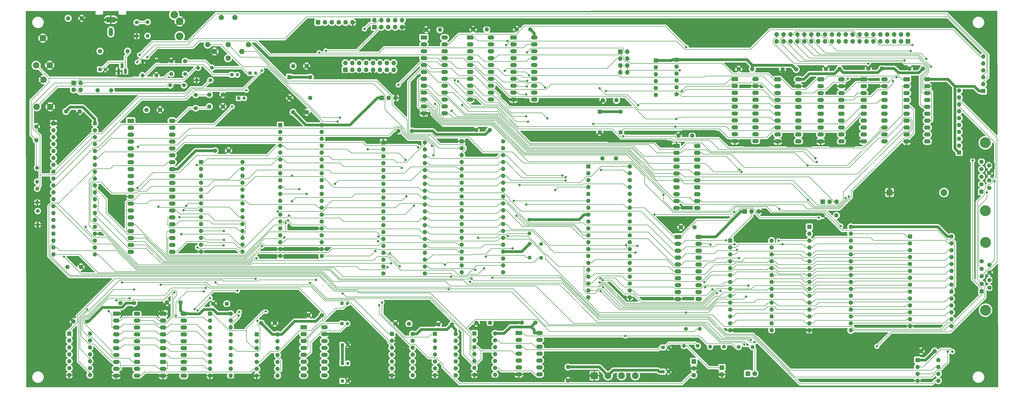
<source format=gtl>
G04 #@! TF.GenerationSoftware,KiCad,Pcbnew,(6.0.6)*
G04 #@! TF.CreationDate,2022-08-01T08:11:51-05:00*
G04 #@! TF.ProjectId,we816,77653831-362e-46b6-9963-61645f706362,rev?*
G04 #@! TF.SameCoordinates,Original*
G04 #@! TF.FileFunction,Copper,L1,Top*
G04 #@! TF.FilePolarity,Positive*
%FSLAX46Y46*%
G04 Gerber Fmt 4.6, Leading zero omitted, Abs format (unit mm)*
G04 Created by KiCad (PCBNEW (6.0.6)) date 2022-08-01 08:11:51*
%MOMM*%
%LPD*%
G01*
G04 APERTURE LIST*
G04 Aperture macros list*
%AMRoundRect*
0 Rectangle with rounded corners*
0 $1 Rounding radius*
0 $2 $3 $4 $5 $6 $7 $8 $9 X,Y pos of 4 corners*
0 Add a 4 corners polygon primitive as box body*
4,1,4,$2,$3,$4,$5,$6,$7,$8,$9,$2,$3,0*
0 Add four circle primitives for the rounded corners*
1,1,$1+$1,$2,$3*
1,1,$1+$1,$4,$5*
1,1,$1+$1,$6,$7*
1,1,$1+$1,$8,$9*
0 Add four rect primitives between the rounded corners*
20,1,$1+$1,$2,$3,$4,$5,0*
20,1,$1+$1,$4,$5,$6,$7,0*
20,1,$1+$1,$6,$7,$8,$9,0*
20,1,$1+$1,$8,$9,$2,$3,0*%
G04 Aperture macros list end*
G04 #@! TA.AperFunction,ComponentPad*
%ADD10C,1.600000*%
G04 #@! TD*
G04 #@! TA.AperFunction,ComponentPad*
%ADD11R,1.600000X1.600000*%
G04 #@! TD*
G04 #@! TA.AperFunction,ComponentPad*
%ADD12O,1.600000X1.600000*%
G04 #@! TD*
G04 #@! TA.AperFunction,ComponentPad*
%ADD13R,2.400000X1.600000*%
G04 #@! TD*
G04 #@! TA.AperFunction,ComponentPad*
%ADD14O,2.400000X1.600000*%
G04 #@! TD*
G04 #@! TA.AperFunction,ComponentPad*
%ADD15C,4.000000*%
G04 #@! TD*
G04 #@! TA.AperFunction,ComponentPad*
%ADD16R,1.200000X1.200000*%
G04 #@! TD*
G04 #@! TA.AperFunction,ComponentPad*
%ADD17C,1.200000*%
G04 #@! TD*
G04 #@! TA.AperFunction,ComponentPad*
%ADD18R,1.800000X1.800000*%
G04 #@! TD*
G04 #@! TA.AperFunction,ComponentPad*
%ADD19C,1.800000*%
G04 #@! TD*
G04 #@! TA.AperFunction,ComponentPad*
%ADD20R,1.700000X1.700000*%
G04 #@! TD*
G04 #@! TA.AperFunction,ComponentPad*
%ADD21O,1.700000X1.700000*%
G04 #@! TD*
G04 #@! TA.AperFunction,ComponentPad*
%ADD22R,2.500000X2.500000*%
G04 #@! TD*
G04 #@! TA.AperFunction,ComponentPad*
%ADD23C,2.500000*%
G04 #@! TD*
G04 #@! TA.AperFunction,ComponentPad*
%ADD24R,1.100000X1.800000*%
G04 #@! TD*
G04 #@! TA.AperFunction,ComponentPad*
%ADD25RoundRect,0.275000X-0.275000X-0.625000X0.275000X-0.625000X0.275000X0.625000X-0.275000X0.625000X0*%
G04 #@! TD*
G04 #@! TA.AperFunction,ComponentPad*
%ADD26C,1.400000*%
G04 #@! TD*
G04 #@! TA.AperFunction,ComponentPad*
%ADD27O,1.400000X1.400000*%
G04 #@! TD*
G04 #@! TA.AperFunction,ComponentPad*
%ADD28C,2.340000*%
G04 #@! TD*
G04 #@! TA.AperFunction,ComponentPad*
%ADD29C,1.000000*%
G04 #@! TD*
G04 #@! TA.AperFunction,ComponentPad*
%ADD30C,1.500000*%
G04 #@! TD*
G04 #@! TA.AperFunction,ComponentPad*
%ADD31C,1.950000*%
G04 #@! TD*
G04 #@! TA.AperFunction,ComponentPad*
%ADD32O,4.200000X2.100000*%
G04 #@! TD*
G04 #@! TA.AperFunction,ComponentPad*
%ADD33O,1.550000X3.100000*%
G04 #@! TD*
G04 #@! TA.AperFunction,ComponentPad*
%ADD34R,2.170000X2.170000*%
G04 #@! TD*
G04 #@! TA.AperFunction,ComponentPad*
%ADD35C,2.800000*%
G04 #@! TD*
G04 #@! TA.AperFunction,ViaPad*
%ADD36C,0.889000*%
G04 #@! TD*
G04 #@! TA.AperFunction,Conductor*
%ADD37C,0.203200*%
G04 #@! TD*
G04 #@! TA.AperFunction,Conductor*
%ADD38C,1.000000*%
G04 #@! TD*
G04 APERTURE END LIST*
D10*
X245100000Y-125500000D03*
X240100000Y-125500000D03*
X184810000Y-186740000D03*
X179810000Y-186740000D03*
X102025000Y-179100000D03*
X97025000Y-179100000D03*
X274000000Y-150900000D03*
X269000000Y-150900000D03*
X295275000Y-92675000D03*
X290275000Y-92675000D03*
X227490000Y-202390000D03*
X227490000Y-207390000D03*
X169010000Y-186440000D03*
X164010000Y-186440000D03*
X198810000Y-186140000D03*
X193810000Y-186140000D03*
X215510000Y-186040000D03*
X210510000Y-186040000D03*
X198700000Y-115100000D03*
X193700000Y-115100000D03*
X97700000Y-122700000D03*
X102700000Y-122700000D03*
D11*
X92540000Y-126820000D03*
D12*
X92540000Y-129360000D03*
X92540000Y-131900000D03*
X92540000Y-134440000D03*
X92540000Y-136980000D03*
X92540000Y-139520000D03*
X92540000Y-142060000D03*
X92540000Y-144600000D03*
X92540000Y-147140000D03*
X92540000Y-149680000D03*
X92540000Y-152220000D03*
X92540000Y-154760000D03*
X92540000Y-157300000D03*
X92540000Y-159840000D03*
X107780000Y-159840000D03*
X107780000Y-157300000D03*
X107780000Y-154760000D03*
X107780000Y-152220000D03*
X107780000Y-149680000D03*
X107780000Y-147140000D03*
X107780000Y-144600000D03*
X107780000Y-142060000D03*
X107780000Y-139520000D03*
X107780000Y-136980000D03*
X107780000Y-134440000D03*
X107780000Y-131900000D03*
X107780000Y-129360000D03*
X107780000Y-126820000D03*
D13*
X66690000Y-111660000D03*
D14*
X66690000Y-114200000D03*
X66690000Y-116740000D03*
X66690000Y-119280000D03*
X66690000Y-121820000D03*
X66690000Y-124360000D03*
X66690000Y-126900000D03*
X66690000Y-129440000D03*
X66690000Y-131980000D03*
X66690000Y-134520000D03*
X66690000Y-137060000D03*
X66690000Y-139600000D03*
X66690000Y-142140000D03*
X66690000Y-144680000D03*
X66690000Y-147220000D03*
X66690000Y-149760000D03*
X66690000Y-152300000D03*
X66690000Y-154840000D03*
X66690000Y-157380000D03*
X66690000Y-159920000D03*
X81930000Y-159920000D03*
X81930000Y-157380000D03*
X81930000Y-154840000D03*
X81930000Y-152300000D03*
X81930000Y-149760000D03*
X81930000Y-147220000D03*
X81930000Y-144680000D03*
X81930000Y-142140000D03*
X81930000Y-139600000D03*
X81930000Y-137060000D03*
X81930000Y-134520000D03*
X81930000Y-131980000D03*
X81930000Y-129440000D03*
X81930000Y-126900000D03*
X81930000Y-124360000D03*
X81930000Y-121820000D03*
X81930000Y-119280000D03*
X81930000Y-116740000D03*
X81930000Y-114200000D03*
X81930000Y-111660000D03*
D11*
X121700000Y-113210000D03*
D12*
X121700000Y-115750000D03*
X121700000Y-118290000D03*
X121700000Y-120830000D03*
X121700000Y-123370000D03*
X121700000Y-125910000D03*
X121700000Y-128450000D03*
X121700000Y-130990000D03*
X121700000Y-133530000D03*
X121700000Y-136070000D03*
X121700000Y-138610000D03*
X121700000Y-141150000D03*
X121700000Y-143690000D03*
X121700000Y-146230000D03*
X121700000Y-148770000D03*
X121700000Y-151310000D03*
X121700000Y-153850000D03*
X121700000Y-156390000D03*
X121700000Y-158930000D03*
X121700000Y-161470000D03*
X136940000Y-161470000D03*
X136940000Y-158930000D03*
X136940000Y-156390000D03*
X136940000Y-153850000D03*
X136940000Y-151310000D03*
X136940000Y-148770000D03*
X136940000Y-146230000D03*
X136940000Y-143690000D03*
X136940000Y-141150000D03*
X136940000Y-138610000D03*
X136940000Y-136070000D03*
X136940000Y-133530000D03*
X136940000Y-130990000D03*
X136940000Y-128450000D03*
X136940000Y-125910000D03*
X136940000Y-123370000D03*
X136940000Y-120830000D03*
X136940000Y-118290000D03*
X136940000Y-115750000D03*
X136940000Y-113210000D03*
D15*
X381020000Y-181460000D03*
X381020000Y-156460000D03*
D11*
X379600000Y-174500000D03*
D10*
X379600000Y-171730000D03*
X379600000Y-168960000D03*
X379600000Y-166190000D03*
X379600000Y-163420000D03*
X382440000Y-173115000D03*
X382440000Y-170345000D03*
X382440000Y-167575000D03*
X382440000Y-164805000D03*
D16*
X262400000Y-204100000D03*
D17*
X264400000Y-204100000D03*
D10*
X245300000Y-104100000D03*
X240300000Y-104100000D03*
D16*
X262400000Y-195200000D03*
D17*
X264400000Y-195200000D03*
D16*
X144400000Y-178900000D03*
D17*
X146400000Y-178900000D03*
D16*
X144400000Y-186400000D03*
D17*
X146400000Y-186400000D03*
D16*
X144500000Y-201000000D03*
D17*
X146500000Y-201000000D03*
D16*
X144500000Y-194200000D03*
D17*
X146500000Y-194200000D03*
D16*
X144500000Y-207500000D03*
D17*
X146500000Y-207500000D03*
D10*
X311375000Y-92725000D03*
X306375000Y-92725000D03*
X273140000Y-117100000D03*
X268140000Y-117100000D03*
X327300000Y-92550000D03*
X322300000Y-92550000D03*
X95600000Y-106400000D03*
X100600000Y-106400000D03*
X95600000Y-102000000D03*
X100600000Y-102000000D03*
D16*
X55400000Y-92700000D03*
D17*
X57400000Y-92700000D03*
D16*
X103900000Y-94700000D03*
D17*
X105900000Y-94700000D03*
D10*
X59500000Y-100400000D03*
X54500000Y-100400000D03*
X32000000Y-113800000D03*
X32000000Y-118800000D03*
X86700000Y-89700000D03*
X81700000Y-89700000D03*
D16*
X106400000Y-103300000D03*
D17*
X108400000Y-103300000D03*
D16*
X110600000Y-94100000D03*
D17*
X112600000Y-94100000D03*
D18*
X293600000Y-204800000D03*
D19*
X296140000Y-204800000D03*
D20*
X246700000Y-86160000D03*
D21*
X249240000Y-86160000D03*
X246700000Y-88700000D03*
X249240000Y-88700000D03*
X246700000Y-91240000D03*
X249240000Y-91240000D03*
X246700000Y-93780000D03*
X249240000Y-93780000D03*
D15*
X380920000Y-119760000D03*
X380920000Y-144760000D03*
D11*
X379500000Y-137800000D03*
D10*
X379500000Y-135030000D03*
X379500000Y-132260000D03*
X379500000Y-129490000D03*
X379500000Y-126720000D03*
X382340000Y-136415000D03*
X382340000Y-133645000D03*
X382340000Y-130875000D03*
X382340000Y-128105000D03*
D20*
X145600000Y-92900000D03*
D21*
X145600000Y-90360000D03*
X148140000Y-92900000D03*
X148140000Y-90360000D03*
X150680000Y-92900000D03*
X150680000Y-90360000D03*
X153220000Y-92900000D03*
X153220000Y-90360000D03*
X155760000Y-92900000D03*
X155760000Y-90360000D03*
X158300000Y-92900000D03*
X158300000Y-90360000D03*
X160840000Y-92900000D03*
X160840000Y-90360000D03*
X163380000Y-92900000D03*
X163380000Y-90360000D03*
D20*
X273700000Y-200300000D03*
D21*
X273700000Y-202840000D03*
X273700000Y-205380000D03*
D10*
X55400000Y-86000000D03*
D12*
X65560000Y-86000000D03*
D22*
X237190000Y-205560000D03*
D23*
X242190000Y-205560000D03*
X247190000Y-205560000D03*
X252190000Y-205560000D03*
D20*
X284100000Y-202600000D03*
D21*
X284100000Y-205140000D03*
D11*
X239190000Y-108290000D03*
D10*
X239190000Y-115910000D03*
X246810000Y-115910000D03*
X246810000Y-108290000D03*
D24*
X62200000Y-93400000D03*
D25*
X63470000Y-91330000D03*
X64740000Y-93400000D03*
D26*
X275200000Y-194600000D03*
D27*
X270120000Y-194600000D03*
D26*
X284800000Y-194900000D03*
D27*
X279720000Y-194900000D03*
D26*
X295300000Y-195000000D03*
D27*
X290220000Y-195000000D03*
D26*
X213400000Y-157000000D03*
D27*
X213400000Y-162080000D03*
D26*
X72900000Y-75300000D03*
D27*
X72900000Y-80380000D03*
D26*
X68900000Y-75400000D03*
D27*
X68900000Y-80480000D03*
D26*
X76200000Y-89600000D03*
D27*
X71120000Y-89600000D03*
D26*
X76100000Y-94900000D03*
D27*
X71020000Y-94900000D03*
D26*
X32500000Y-144900000D03*
D27*
X32500000Y-149980000D03*
D26*
X32315000Y-136635000D03*
D27*
X32315000Y-141715000D03*
D26*
X96000000Y-96700000D03*
D27*
X90920000Y-96700000D03*
D26*
X96500000Y-92100000D03*
D27*
X91420000Y-92100000D03*
D26*
X86700000Y-94400000D03*
D27*
X81620000Y-94400000D03*
D26*
X86300000Y-98600000D03*
D27*
X81220000Y-98600000D03*
D26*
X217600000Y-157100000D03*
D27*
X217600000Y-162180000D03*
D26*
X213300000Y-148100000D03*
D27*
X213300000Y-153180000D03*
D11*
X267400000Y-89200000D03*
D12*
X267400000Y-91740000D03*
X267400000Y-94280000D03*
X267400000Y-96820000D03*
X267400000Y-99360000D03*
X267400000Y-101900000D03*
D11*
X380200000Y-100700000D03*
D12*
X380200000Y-98160000D03*
X380200000Y-95620000D03*
X380200000Y-93080000D03*
X380200000Y-90540000D03*
X380200000Y-88000000D03*
D11*
X371300000Y-123400000D03*
D12*
X371300000Y-120860000D03*
X371300000Y-118320000D03*
X371300000Y-115780000D03*
X371300000Y-113240000D03*
X371300000Y-110700000D03*
X371300000Y-108160000D03*
X371300000Y-105620000D03*
X371300000Y-103080000D03*
X371300000Y-100540000D03*
D28*
X36900000Y-91200000D03*
X34400000Y-81200000D03*
X31900000Y-91200000D03*
X37100000Y-106500000D03*
X34600000Y-96500000D03*
X32100000Y-106500000D03*
D11*
X193040000Y-190000000D03*
D12*
X193040000Y-192540000D03*
X193040000Y-195080000D03*
X193040000Y-197620000D03*
X193040000Y-200160000D03*
X193040000Y-202700000D03*
X193040000Y-205240000D03*
X200660000Y-205240000D03*
X200660000Y-202700000D03*
X200660000Y-200160000D03*
X200660000Y-197620000D03*
X200660000Y-195080000D03*
X200660000Y-192540000D03*
X200660000Y-190000000D03*
D11*
X235000000Y-128450000D03*
D12*
X235000000Y-130990000D03*
X235000000Y-133530000D03*
X235000000Y-136070000D03*
X235000000Y-138610000D03*
X235000000Y-141150000D03*
X235000000Y-143690000D03*
X235000000Y-146230000D03*
X235000000Y-148770000D03*
X235000000Y-151310000D03*
X235000000Y-153850000D03*
X235000000Y-156390000D03*
X235000000Y-158930000D03*
X235000000Y-161470000D03*
X235000000Y-164010000D03*
X235000000Y-166550000D03*
X235000000Y-169090000D03*
X235000000Y-171630000D03*
X235000000Y-174170000D03*
X235000000Y-176710000D03*
X250240000Y-176710000D03*
X250240000Y-174170000D03*
X250240000Y-171630000D03*
X250240000Y-169090000D03*
X250240000Y-166550000D03*
X250240000Y-164010000D03*
X250240000Y-161470000D03*
X250240000Y-158930000D03*
X250240000Y-156390000D03*
X250240000Y-153850000D03*
X250240000Y-151310000D03*
X250240000Y-148770000D03*
X250240000Y-146230000D03*
X250240000Y-143690000D03*
X250240000Y-141150000D03*
X250240000Y-138610000D03*
X250240000Y-136070000D03*
X250240000Y-133530000D03*
X250240000Y-130990000D03*
X250240000Y-128450000D03*
D13*
X209370000Y-189800000D03*
D14*
X209370000Y-192340000D03*
X209370000Y-194880000D03*
X209370000Y-197420000D03*
X209370000Y-199960000D03*
X209370000Y-202500000D03*
X209370000Y-205040000D03*
X216990000Y-205040000D03*
X216990000Y-202500000D03*
X216990000Y-199960000D03*
X216990000Y-197420000D03*
X216990000Y-194880000D03*
X216990000Y-192340000D03*
X216990000Y-189800000D03*
D13*
X267410000Y-120950000D03*
D14*
X267410000Y-123490000D03*
X267410000Y-126030000D03*
X267410000Y-128570000D03*
X267410000Y-131110000D03*
X267410000Y-133650000D03*
X267410000Y-136190000D03*
X267410000Y-138730000D03*
X267410000Y-141270000D03*
X267410000Y-143810000D03*
X275030000Y-143810000D03*
X275030000Y-141270000D03*
X275030000Y-138730000D03*
X275030000Y-136190000D03*
X275030000Y-133650000D03*
X275030000Y-131110000D03*
X275030000Y-128570000D03*
X275030000Y-126030000D03*
X275030000Y-123490000D03*
X275030000Y-120950000D03*
D13*
X267890000Y-154420000D03*
D14*
X267890000Y-156960000D03*
X267890000Y-159500000D03*
X267890000Y-162040000D03*
X267890000Y-164580000D03*
X267890000Y-167120000D03*
X267890000Y-169660000D03*
X267890000Y-172200000D03*
X267890000Y-174740000D03*
X267890000Y-177280000D03*
X275510000Y-177280000D03*
X275510000Y-174740000D03*
X275510000Y-172200000D03*
X275510000Y-169660000D03*
X275510000Y-167120000D03*
X275510000Y-164580000D03*
X275510000Y-162040000D03*
X275510000Y-159500000D03*
X275510000Y-156960000D03*
X275510000Y-154420000D03*
D13*
X130290000Y-187680000D03*
D14*
X130290000Y-190220000D03*
X130290000Y-192760000D03*
X130290000Y-195300000D03*
X130290000Y-197840000D03*
X130290000Y-200380000D03*
X130290000Y-202920000D03*
X130290000Y-205460000D03*
X137910000Y-205460000D03*
X137910000Y-202920000D03*
X137910000Y-200380000D03*
X137910000Y-197840000D03*
X137910000Y-195300000D03*
X137910000Y-192760000D03*
X137910000Y-190220000D03*
X137910000Y-187680000D03*
D13*
X351975000Y-96400000D03*
D14*
X351975000Y-98940000D03*
X351975000Y-101480000D03*
X351975000Y-104020000D03*
X351975000Y-106560000D03*
X351975000Y-109100000D03*
X351975000Y-111640000D03*
X351975000Y-114180000D03*
X351975000Y-116720000D03*
X351975000Y-119260000D03*
X359595000Y-119260000D03*
X359595000Y-116720000D03*
X359595000Y-114180000D03*
X359595000Y-111640000D03*
X359595000Y-109100000D03*
X359595000Y-106560000D03*
X359595000Y-104020000D03*
X359595000Y-101480000D03*
X359595000Y-98940000D03*
X359595000Y-96400000D03*
D13*
X336181000Y-96400000D03*
D14*
X336181000Y-98940000D03*
X336181000Y-101480000D03*
X336181000Y-104020000D03*
X336181000Y-106560000D03*
X336181000Y-109100000D03*
X336181000Y-111640000D03*
X336181000Y-114180000D03*
X336181000Y-116720000D03*
X336181000Y-119260000D03*
X343801000Y-119260000D03*
X343801000Y-116720000D03*
X343801000Y-114180000D03*
X343801000Y-111640000D03*
X343801000Y-109100000D03*
X343801000Y-106560000D03*
X343801000Y-104020000D03*
X343801000Y-101480000D03*
X343801000Y-98940000D03*
X343801000Y-96400000D03*
D13*
X320388000Y-96400000D03*
D14*
X320388000Y-98940000D03*
X320388000Y-101480000D03*
X320388000Y-104020000D03*
X320388000Y-106560000D03*
X320388000Y-109100000D03*
X320388000Y-111640000D03*
X320388000Y-114180000D03*
X320388000Y-116720000D03*
X320388000Y-119260000D03*
X328008000Y-119260000D03*
X328008000Y-116720000D03*
X328008000Y-114180000D03*
X328008000Y-111640000D03*
X328008000Y-109100000D03*
X328008000Y-106560000D03*
X328008000Y-104020000D03*
X328008000Y-101480000D03*
X328008000Y-98940000D03*
X328008000Y-96400000D03*
D13*
X304594000Y-96400000D03*
D14*
X304594000Y-98940000D03*
X304594000Y-101480000D03*
X304594000Y-104020000D03*
X304594000Y-106560000D03*
X304594000Y-109100000D03*
X304594000Y-111640000D03*
X304594000Y-114180000D03*
X304594000Y-116720000D03*
X304594000Y-119260000D03*
X312214000Y-119260000D03*
X312214000Y-116720000D03*
X312214000Y-114180000D03*
X312214000Y-111640000D03*
X312214000Y-109100000D03*
X312214000Y-106560000D03*
X312214000Y-104020000D03*
X312214000Y-101480000D03*
X312214000Y-98940000D03*
X312214000Y-96400000D03*
D11*
X38310000Y-112630000D03*
D12*
X38310000Y-115170000D03*
X38310000Y-117710000D03*
X38310000Y-120250000D03*
X38310000Y-122790000D03*
X38310000Y-125330000D03*
X38310000Y-127870000D03*
X38310000Y-130410000D03*
X38310000Y-132950000D03*
X38310000Y-135490000D03*
X38310000Y-138030000D03*
X38310000Y-140570000D03*
X38310000Y-143110000D03*
X38310000Y-145650000D03*
X38310000Y-148190000D03*
X38310000Y-150730000D03*
X38310000Y-153270000D03*
X38310000Y-155810000D03*
X38310000Y-158350000D03*
X38310000Y-160890000D03*
X53550000Y-160890000D03*
X53550000Y-158350000D03*
X53550000Y-155810000D03*
X53550000Y-153270000D03*
X53550000Y-150730000D03*
X53550000Y-148190000D03*
X53550000Y-145650000D03*
X53550000Y-143110000D03*
X53550000Y-140570000D03*
X53550000Y-138030000D03*
X53550000Y-135490000D03*
X53550000Y-132950000D03*
X53550000Y-130410000D03*
X53550000Y-127870000D03*
X53550000Y-125330000D03*
X53550000Y-122790000D03*
X53550000Y-120250000D03*
X53550000Y-117710000D03*
X53550000Y-115170000D03*
X53550000Y-112630000D03*
D29*
X367100000Y-196700000D03*
X368800000Y-196700000D03*
D30*
X90600000Y-107000000D03*
X90600000Y-102100000D03*
D10*
X137000000Y-183325000D03*
X132000000Y-183325000D03*
X72500000Y-107600000D03*
X77500000Y-107600000D03*
X126400000Y-91500000D03*
X131400000Y-91500000D03*
X43700000Y-73900000D03*
X48700000Y-73900000D03*
X85000000Y-178600000D03*
X80000000Y-178600000D03*
X42900000Y-108200000D03*
X47900000Y-108200000D03*
X126400000Y-108500000D03*
X131400000Y-108500000D03*
D20*
X321175000Y-141525000D03*
D21*
X323715000Y-141525000D03*
X326255000Y-141525000D03*
D20*
X292475000Y-145025000D03*
D21*
X295015000Y-145025000D03*
X297555000Y-145025000D03*
D10*
X326175000Y-146525000D03*
X321175000Y-146525000D03*
D11*
X287115000Y-155795000D03*
D12*
X287115000Y-158335000D03*
X287115000Y-160875000D03*
X287115000Y-163415000D03*
X287115000Y-165955000D03*
X287115000Y-168495000D03*
X287115000Y-171035000D03*
X287115000Y-173575000D03*
X287115000Y-176115000D03*
X287115000Y-178655000D03*
X287115000Y-181195000D03*
X287115000Y-183735000D03*
X287115000Y-186275000D03*
X287115000Y-188815000D03*
X302355000Y-188815000D03*
X302355000Y-186275000D03*
X302355000Y-183735000D03*
X302355000Y-181195000D03*
X302355000Y-178655000D03*
X302355000Y-176115000D03*
X302355000Y-173575000D03*
X302355000Y-171035000D03*
X302355000Y-168495000D03*
X302355000Y-165955000D03*
X302355000Y-163415000D03*
X302355000Y-160875000D03*
X302355000Y-158335000D03*
X302355000Y-155795000D03*
D11*
X316225000Y-150745000D03*
D12*
X316225000Y-153285000D03*
X316225000Y-155825000D03*
X316225000Y-158365000D03*
X316225000Y-160905000D03*
X316225000Y-163445000D03*
X316225000Y-165985000D03*
X316225000Y-168525000D03*
X316225000Y-171065000D03*
X316225000Y-173605000D03*
X316225000Y-176145000D03*
X316225000Y-178685000D03*
X316225000Y-181225000D03*
X316225000Y-183765000D03*
X316225000Y-186305000D03*
X316225000Y-188845000D03*
X331465000Y-188845000D03*
X331465000Y-186305000D03*
X331465000Y-183765000D03*
X331465000Y-181225000D03*
X331465000Y-178685000D03*
X331465000Y-176145000D03*
X331465000Y-173605000D03*
X331465000Y-171065000D03*
X331465000Y-168525000D03*
X331465000Y-165985000D03*
X331465000Y-163445000D03*
X331465000Y-160905000D03*
X331465000Y-158365000D03*
X331465000Y-155825000D03*
X331465000Y-153285000D03*
X331465000Y-150745000D03*
D10*
X180400000Y-78100000D03*
X175400000Y-78100000D03*
X213600000Y-78000000D03*
X208600000Y-78000000D03*
X197600000Y-78000000D03*
X192600000Y-78000000D03*
D13*
X207400000Y-80960000D03*
D14*
X207400000Y-83500000D03*
X207400000Y-86040000D03*
X207400000Y-88580000D03*
X207400000Y-91120000D03*
X207400000Y-93660000D03*
X207400000Y-96200000D03*
X207400000Y-98740000D03*
X207400000Y-101280000D03*
X207400000Y-103820000D03*
X215020000Y-103820000D03*
X215020000Y-101280000D03*
X215020000Y-98740000D03*
X215020000Y-96200000D03*
X215020000Y-93660000D03*
X215020000Y-91120000D03*
X215020000Y-88580000D03*
X215020000Y-86040000D03*
X215020000Y-83500000D03*
X215020000Y-80960000D03*
D13*
X174500000Y-80960000D03*
D14*
X174500000Y-83500000D03*
X174500000Y-86040000D03*
X174500000Y-88580000D03*
X174500000Y-91120000D03*
X174500000Y-93660000D03*
X174500000Y-96200000D03*
X174500000Y-98740000D03*
X174500000Y-101280000D03*
X174500000Y-103820000D03*
X174500000Y-106360000D03*
X174500000Y-108900000D03*
X182120000Y-108900000D03*
X182120000Y-106360000D03*
X182120000Y-103820000D03*
X182120000Y-101280000D03*
X182120000Y-98740000D03*
X182120000Y-96200000D03*
X182120000Y-93660000D03*
X182120000Y-91120000D03*
X182120000Y-88580000D03*
X182120000Y-86040000D03*
X182120000Y-83500000D03*
X182120000Y-80960000D03*
D13*
X191500000Y-80960000D03*
D14*
X191500000Y-83500000D03*
X191500000Y-86040000D03*
X191500000Y-88580000D03*
X191500000Y-91120000D03*
X191500000Y-93660000D03*
X191500000Y-96200000D03*
X191500000Y-98740000D03*
X191500000Y-101280000D03*
X191500000Y-103820000D03*
X199120000Y-103820000D03*
X199120000Y-101280000D03*
X199120000Y-98740000D03*
X199120000Y-96200000D03*
X199120000Y-93660000D03*
X199120000Y-91120000D03*
X199120000Y-88580000D03*
X199120000Y-86040000D03*
X199120000Y-83500000D03*
X199120000Y-80960000D03*
D10*
X170100000Y-115400000D03*
X165100000Y-115400000D03*
D11*
X159610000Y-119630000D03*
D12*
X159610000Y-122170000D03*
X159610000Y-124710000D03*
X159610000Y-127250000D03*
X159610000Y-129790000D03*
X159610000Y-132330000D03*
X159610000Y-134870000D03*
X159610000Y-137410000D03*
X159610000Y-139950000D03*
X159610000Y-142490000D03*
X159610000Y-145030000D03*
X159610000Y-147570000D03*
X159610000Y-150110000D03*
X159610000Y-152650000D03*
X159610000Y-155190000D03*
X159610000Y-157730000D03*
X159610000Y-160270000D03*
X159610000Y-162810000D03*
X159610000Y-165350000D03*
X159610000Y-167890000D03*
X174850000Y-167890000D03*
X174850000Y-165350000D03*
X174850000Y-162810000D03*
X174850000Y-160270000D03*
X174850000Y-157730000D03*
X174850000Y-155190000D03*
X174850000Y-152650000D03*
X174850000Y-150110000D03*
X174850000Y-147570000D03*
X174850000Y-145030000D03*
X174850000Y-142490000D03*
X174850000Y-139950000D03*
X174850000Y-137410000D03*
X174850000Y-134870000D03*
X174850000Y-132330000D03*
X174850000Y-129790000D03*
X174850000Y-127250000D03*
X174850000Y-124710000D03*
X174850000Y-122170000D03*
X174850000Y-119630000D03*
D11*
X188380000Y-119240000D03*
D12*
X188380000Y-121780000D03*
X188380000Y-124320000D03*
X188380000Y-126860000D03*
X188380000Y-129400000D03*
X188380000Y-131940000D03*
X188380000Y-134480000D03*
X188380000Y-137020000D03*
X188380000Y-139560000D03*
X188380000Y-142100000D03*
X188380000Y-144640000D03*
X188380000Y-147180000D03*
X188380000Y-149720000D03*
X188380000Y-152260000D03*
X188380000Y-154800000D03*
X188380000Y-157340000D03*
X188380000Y-159880000D03*
X188380000Y-162420000D03*
X188380000Y-164960000D03*
X188380000Y-167500000D03*
X203620000Y-167500000D03*
X203620000Y-164960000D03*
X203620000Y-162420000D03*
X203620000Y-159880000D03*
X203620000Y-157340000D03*
X203620000Y-154800000D03*
X203620000Y-152260000D03*
X203620000Y-149720000D03*
X203620000Y-147180000D03*
X203620000Y-144640000D03*
X203620000Y-142100000D03*
X203620000Y-139560000D03*
X203620000Y-137020000D03*
X203620000Y-134480000D03*
X203620000Y-131940000D03*
X203620000Y-129400000D03*
X203620000Y-126860000D03*
X203620000Y-124320000D03*
X203620000Y-121780000D03*
X203620000Y-119240000D03*
D11*
X95826700Y-182730000D03*
D12*
X95826700Y-185270000D03*
X95826700Y-187810000D03*
X95826700Y-190350000D03*
X95826700Y-192890000D03*
X95826700Y-195430000D03*
X95826700Y-197970000D03*
X95826700Y-200510000D03*
X95826700Y-203050000D03*
X95826700Y-205590000D03*
X103446700Y-205590000D03*
X103446700Y-203050000D03*
X103446700Y-200510000D03*
X103446700Y-197970000D03*
X103446700Y-195430000D03*
X103446700Y-192890000D03*
X103446700Y-190350000D03*
X103446700Y-187810000D03*
X103446700Y-185270000D03*
X103446700Y-182730000D03*
D13*
X78595000Y-182730000D03*
D14*
X78595000Y-185270000D03*
X78595000Y-187810000D03*
X78595000Y-190350000D03*
X78595000Y-192890000D03*
X78595000Y-195430000D03*
X78595000Y-197970000D03*
X78595000Y-200510000D03*
X78595000Y-203050000D03*
X78595000Y-205590000D03*
X86215000Y-205590000D03*
X86215000Y-203050000D03*
X86215000Y-200510000D03*
X86215000Y-197970000D03*
X86215000Y-195430000D03*
X86215000Y-192890000D03*
X86215000Y-190350000D03*
X86215000Y-187810000D03*
X86215000Y-185270000D03*
X86215000Y-182730000D03*
D13*
X61363300Y-182730000D03*
D14*
X61363300Y-185270000D03*
X61363300Y-187810000D03*
X61363300Y-190350000D03*
X61363300Y-192890000D03*
X61363300Y-195430000D03*
X61363300Y-197970000D03*
X61363300Y-200510000D03*
X61363300Y-203050000D03*
X61363300Y-205590000D03*
X68983300Y-205590000D03*
X68983300Y-203050000D03*
X68983300Y-200510000D03*
X68983300Y-197970000D03*
X68983300Y-195430000D03*
X68983300Y-192890000D03*
X68983300Y-190350000D03*
X68983300Y-187810000D03*
X68983300Y-185270000D03*
X68983300Y-182730000D03*
D10*
X114675000Y-186200000D03*
X119675000Y-186200000D03*
D11*
X356000000Y-199800000D03*
D12*
X356000000Y-202340000D03*
X356000000Y-204880000D03*
X356000000Y-207420000D03*
X363620000Y-207420000D03*
X363620000Y-204880000D03*
X363620000Y-202340000D03*
X363620000Y-199800000D03*
D10*
X362300000Y-196500000D03*
X357300000Y-196500000D03*
X342925000Y-92350000D03*
X337925000Y-92350000D03*
X358000000Y-92475000D03*
X353000000Y-92475000D03*
D11*
X259800000Y-89400000D03*
D12*
X259800000Y-91940000D03*
X259800000Y-94480000D03*
X259800000Y-97020000D03*
X259800000Y-99560000D03*
X259800000Y-102100000D03*
D31*
X95000000Y-83600000D03*
X97500000Y-86100000D03*
X102500000Y-83600000D03*
X107500000Y-86100000D03*
X110000000Y-83600000D03*
X102500000Y-88600000D03*
X105000000Y-73600000D03*
X100000000Y-73600000D03*
D20*
X45700000Y-97700000D03*
D21*
X48240000Y-97700000D03*
X45700000Y-100240000D03*
X48240000Y-100240000D03*
D26*
X32300000Y-129000000D03*
D27*
X32300000Y-134080000D03*
D32*
X59400000Y-74400000D03*
D33*
X59400000Y-78900000D03*
D23*
X365725000Y-138075000D03*
D34*
X345725000Y-138075000D03*
D20*
X158990000Y-103190000D03*
D21*
X161530000Y-103190000D03*
X164070000Y-103190000D03*
D11*
X113058000Y-190320000D03*
D12*
X113058000Y-192860000D03*
X113058000Y-195400000D03*
X113058000Y-197940000D03*
X113058000Y-200480000D03*
X113058000Y-203020000D03*
X113058000Y-205560000D03*
X120678000Y-205560000D03*
X120678000Y-203020000D03*
X120678000Y-200480000D03*
X120678000Y-197940000D03*
X120678000Y-195400000D03*
X120678000Y-192860000D03*
X120678000Y-190320000D03*
D11*
X162720000Y-190190000D03*
D12*
X162720000Y-192730000D03*
X162720000Y-195270000D03*
X162720000Y-197810000D03*
X162720000Y-200350000D03*
X162720000Y-202890000D03*
X162720000Y-205430000D03*
X170340000Y-205430000D03*
X170340000Y-202890000D03*
X170340000Y-200350000D03*
X170340000Y-197810000D03*
X170340000Y-195270000D03*
X170340000Y-192730000D03*
X170340000Y-190190000D03*
D11*
X178600000Y-190160000D03*
D12*
X178600000Y-192700000D03*
X178600000Y-195240000D03*
X178600000Y-197780000D03*
X178600000Y-200320000D03*
X178600000Y-202860000D03*
X178600000Y-205400000D03*
X186220000Y-205400000D03*
X186220000Y-202860000D03*
X186220000Y-200320000D03*
X186220000Y-197780000D03*
X186220000Y-195240000D03*
X186220000Y-192700000D03*
X186220000Y-190160000D03*
D35*
X84700000Y-80500000D03*
X82700000Y-72600000D03*
X84700000Y-75000000D03*
D26*
X270870000Y-188300000D03*
D27*
X275950000Y-188300000D03*
D11*
X353240000Y-154310000D03*
D12*
X353240000Y-156850000D03*
X353240000Y-159390000D03*
X353240000Y-161930000D03*
X353240000Y-164470000D03*
X353240000Y-167010000D03*
X353240000Y-169550000D03*
X353240000Y-172090000D03*
X353240000Y-174630000D03*
X353240000Y-177170000D03*
X353240000Y-179710000D03*
X353240000Y-182250000D03*
X353240000Y-184790000D03*
X353240000Y-187330000D03*
X368480000Y-187330000D03*
X368480000Y-184790000D03*
X368480000Y-182250000D03*
X368480000Y-179710000D03*
X368480000Y-177170000D03*
X368480000Y-174630000D03*
X368480000Y-172090000D03*
X368480000Y-169550000D03*
X368480000Y-167010000D03*
X368480000Y-164470000D03*
X368480000Y-161930000D03*
X368480000Y-159390000D03*
X368480000Y-156850000D03*
X368480000Y-154310000D03*
D20*
X352450000Y-82350000D03*
D21*
X352450000Y-79810000D03*
X349910000Y-82350000D03*
X349910000Y-79810000D03*
X347370000Y-82350000D03*
X347370000Y-79810000D03*
X344830000Y-82350000D03*
X344830000Y-79810000D03*
X342290000Y-82350000D03*
X342290000Y-79810000D03*
X339750000Y-82350000D03*
X339750000Y-79810000D03*
X337210000Y-82350000D03*
X337210000Y-79810000D03*
X334670000Y-82350000D03*
X334670000Y-79810000D03*
X332130000Y-82350000D03*
X332130000Y-79810000D03*
X329590000Y-82350000D03*
X329590000Y-79810000D03*
X327050000Y-82350000D03*
X327050000Y-79810000D03*
X324510000Y-82350000D03*
X324510000Y-79810000D03*
X321970000Y-82350000D03*
X321970000Y-79810000D03*
X319430000Y-82350000D03*
X319430000Y-79810000D03*
X316890000Y-82350000D03*
X316890000Y-79810000D03*
X314350000Y-82350000D03*
X314350000Y-79810000D03*
X311810000Y-82350000D03*
X311810000Y-79810000D03*
X309270000Y-82350000D03*
X309270000Y-79810000D03*
X306730000Y-82350000D03*
X306730000Y-79810000D03*
X304190000Y-82350000D03*
X304190000Y-79810000D03*
D10*
X50625000Y-185600000D03*
X45625000Y-185600000D03*
X67875000Y-178850000D03*
X62875000Y-178850000D03*
D13*
X288800000Y-96300000D03*
D14*
X288800000Y-98840000D03*
X288800000Y-101380000D03*
X288800000Y-103920000D03*
X288800000Y-106460000D03*
X288800000Y-109000000D03*
X288800000Y-111540000D03*
X288800000Y-114080000D03*
X288800000Y-116620000D03*
X288800000Y-119160000D03*
X296420000Y-119160000D03*
X296420000Y-116620000D03*
X296420000Y-114080000D03*
X296420000Y-111540000D03*
X296420000Y-109000000D03*
X296420000Y-106460000D03*
X296420000Y-103920000D03*
X296420000Y-101380000D03*
X296420000Y-98840000D03*
X296420000Y-96300000D03*
D10*
X43400000Y-165500000D03*
X48400000Y-165500000D03*
D20*
X156325000Y-77100000D03*
D21*
X156325000Y-74560000D03*
X158865000Y-77100000D03*
X158865000Y-74560000D03*
X161405000Y-77100000D03*
X161405000Y-74560000D03*
X163945000Y-77100000D03*
X163945000Y-74560000D03*
X166485000Y-77100000D03*
X166485000Y-74560000D03*
D11*
X125090000Y-95590000D03*
D10*
X125090000Y-103210000D03*
X132710000Y-103210000D03*
X132710000Y-95590000D03*
D20*
X135600000Y-75400000D03*
D21*
X138140000Y-75400000D03*
X140680000Y-75400000D03*
X143220000Y-75400000D03*
X145760000Y-75400000D03*
X148300000Y-75400000D03*
D11*
X44100000Y-190100000D03*
D12*
X44100000Y-192640000D03*
X44100000Y-195180000D03*
X44100000Y-197720000D03*
X44100000Y-200260000D03*
X44100000Y-202800000D03*
X44100000Y-205340000D03*
X51720000Y-205340000D03*
X51720000Y-202800000D03*
X51720000Y-200260000D03*
X51720000Y-197720000D03*
X51720000Y-195180000D03*
X51720000Y-192640000D03*
X51720000Y-190100000D03*
D36*
X91286000Y-181564600D03*
X95884300Y-176934600D03*
X90215800Y-181002800D03*
X105892500Y-174269800D03*
X82736300Y-174906300D03*
X84548300Y-147140000D03*
X86112900Y-144600000D03*
X87036200Y-143042700D03*
X83336300Y-183497500D03*
X93549700Y-174547700D03*
X94361300Y-173270500D03*
X279880400Y-157313300D03*
X63536700Y-171201500D03*
X337874900Y-90584100D03*
X247743900Y-117368100D03*
X132566800Y-171355600D03*
X330411100Y-96076000D03*
X346977300Y-97032400D03*
X348300600Y-95615300D03*
X353453300Y-85939300D03*
X359237300Y-88793900D03*
X360919100Y-91728200D03*
X354058100Y-83766700D03*
X351222600Y-89375700D03*
X157728200Y-154281100D03*
X159086800Y-178551600D03*
X77703400Y-172033300D03*
X76903000Y-143241700D03*
X67885400Y-173828000D03*
X66259700Y-177006600D03*
X58596500Y-181810400D03*
X113270000Y-185367700D03*
X85308600Y-153467100D03*
X91200800Y-158295600D03*
X61363900Y-177834400D03*
X100883300Y-157607200D03*
X116392800Y-181879700D03*
X106379000Y-183355600D03*
X101042900Y-155514300D03*
X106664300Y-182053300D03*
X100917600Y-152220000D03*
X50633400Y-181199700D03*
X97902800Y-171194000D03*
X207112600Y-158681800D03*
X72788600Y-88251500D03*
X128702200Y-136813900D03*
X131446900Y-138610000D03*
X135997800Y-86562100D03*
X315531200Y-128075200D03*
X330741900Y-139555500D03*
X178597300Y-105447600D03*
X315705000Y-140784200D03*
X329513100Y-140129100D03*
X270951400Y-84522800D03*
X290479500Y-129686900D03*
X219877700Y-110772100D03*
X236743900Y-112810000D03*
X219035300Y-99304400D03*
X262546800Y-138926100D03*
X305120400Y-144119300D03*
X327780100Y-150427200D03*
X269368700Y-100666500D03*
X239651400Y-129843400D03*
X167720400Y-126098300D03*
X290419500Y-162236900D03*
X69187100Y-136436300D03*
X292915400Y-176420300D03*
X205329900Y-154086300D03*
X124882500Y-146598100D03*
X304896800Y-155825000D03*
X267002500Y-113781700D03*
X90911700Y-127976000D03*
X248851600Y-157466300D03*
X288621300Y-145220200D03*
X259272700Y-146201100D03*
X166379500Y-129060000D03*
X280608300Y-173776200D03*
X306300100Y-157150900D03*
X252336700Y-160200000D03*
X293836200Y-172357600D03*
X277909400Y-173013400D03*
X124584000Y-148346600D03*
X282230700Y-175212300D03*
X212081000Y-101966500D03*
X270859800Y-182304900D03*
X123685700Y-149204800D03*
X212371500Y-98953300D03*
X318436300Y-125462900D03*
X212520800Y-96926000D03*
X283552600Y-174316000D03*
X239113300Y-171165200D03*
X241377600Y-100716000D03*
X213122500Y-94848700D03*
X277616900Y-171125500D03*
X252959900Y-157758100D03*
X156677900Y-159582900D03*
X134768000Y-170306100D03*
X291274100Y-130510700D03*
X184688000Y-107988800D03*
X239334700Y-169643000D03*
X226602900Y-133574500D03*
X253213800Y-105930700D03*
X239105300Y-99693500D03*
X240230100Y-170364700D03*
X208514700Y-146652800D03*
X141852300Y-134882700D03*
X212768400Y-112056000D03*
X185847200Y-96735500D03*
X170876500Y-142919800D03*
X226633800Y-132411400D03*
X240382600Y-172888200D03*
X239469300Y-174438200D03*
X168066400Y-139462500D03*
X225409600Y-131870800D03*
X267331700Y-111034100D03*
X125957300Y-131932700D03*
X285594500Y-155732700D03*
X188596300Y-105852500D03*
X318923100Y-126853900D03*
X157642100Y-156026200D03*
X112594400Y-169843700D03*
X125957300Y-141320100D03*
X288735700Y-157156300D03*
X114952300Y-157806900D03*
X120719200Y-145074000D03*
X112951700Y-162283700D03*
X289562900Y-159162700D03*
X187054900Y-97127400D03*
X212071200Y-109987500D03*
X212071200Y-142487000D03*
X319688000Y-147316800D03*
X144597400Y-175292900D03*
X204690800Y-83773000D03*
X222743000Y-137157800D03*
X207550800Y-141150000D03*
X248611800Y-190955900D03*
X138441400Y-85895900D03*
X152631900Y-77829900D03*
X205210100Y-82219500D03*
X209600500Y-135278300D03*
X165623200Y-165257300D03*
X158069700Y-179574700D03*
X183608800Y-173769100D03*
X42157400Y-161758300D03*
X178007800Y-124374000D03*
X172416700Y-121397200D03*
X184538200Y-169086100D03*
X50106300Y-150684900D03*
X161121400Y-165545800D03*
X162464600Y-164185200D03*
X199612200Y-169536800D03*
X191419000Y-170919800D03*
X192070900Y-169846900D03*
X177450300Y-120943000D03*
X69367700Y-121279200D03*
X193380700Y-166584900D03*
X153836800Y-122170000D03*
X194398400Y-154765300D03*
X197251500Y-161701800D03*
X142789600Y-111900800D03*
X182226200Y-164707300D03*
X161958500Y-160503800D03*
X143663900Y-110538300D03*
X376229800Y-126263900D03*
X341071000Y-194750000D03*
X103995300Y-106446200D03*
X381537800Y-137985500D03*
X109221400Y-100386500D03*
X114872400Y-93179500D03*
X384338600Y-133967400D03*
X296062700Y-193222100D03*
X293504200Y-194165300D03*
X294648400Y-192372400D03*
X292284800Y-194094400D03*
X69914600Y-87363500D03*
X69113200Y-90074800D03*
X212451300Y-86434400D03*
X196611800Y-166005800D03*
X204197500Y-93197100D03*
X123190900Y-154604600D03*
X268556000Y-93096000D03*
X165070900Y-98463500D03*
X203852700Y-103469300D03*
D37*
X361731400Y-204880000D02*
X356000000Y-204880000D01*
X363001400Y-203610000D02*
X361731400Y-204880000D01*
X364028400Y-203610000D02*
X363001400Y-203610000D01*
X367100000Y-200538400D02*
X364028400Y-203610000D01*
X367100000Y-196700000D02*
X367100000Y-200538400D01*
X367936800Y-195836800D02*
X368800000Y-196700000D01*
X364597900Y-195836800D02*
X367936800Y-195836800D01*
X358094700Y-202340000D02*
X364597900Y-195836800D01*
X356000000Y-202340000D02*
X358094700Y-202340000D01*
X91286000Y-181532900D02*
X95884300Y-176934600D01*
X91286000Y-181564600D02*
X91286000Y-181532900D01*
X96948800Y-174269800D02*
X105892500Y-174269800D01*
X90215800Y-181002800D02*
X96948800Y-174269800D01*
X75146300Y-185270000D02*
X68983300Y-185270000D01*
X76318800Y-186442500D02*
X75146300Y-185270000D01*
X79509700Y-186442500D02*
X76318800Y-186442500D01*
X81958000Y-183994200D02*
X79509700Y-186442500D01*
X81958000Y-175684600D02*
X81958000Y-183994200D01*
X82736300Y-174906300D02*
X81958000Y-175684600D01*
X92540000Y-147140000D02*
X84548300Y-147140000D01*
X92540000Y-144600000D02*
X86112900Y-144600000D01*
X92540000Y-142060000D02*
X91384100Y-142060000D01*
X88018900Y-142060000D02*
X87036200Y-143042700D01*
X91384100Y-142060000D02*
X88018900Y-142060000D01*
X87413000Y-174547700D02*
X93549700Y-174547700D01*
X83336300Y-178624400D02*
X87413000Y-174547700D01*
X83336300Y-183497500D02*
X83336300Y-178624400D01*
X68983300Y-200510000D02*
X67427400Y-200510000D01*
X81813100Y-173270500D02*
X94361300Y-173270500D01*
X79007500Y-176076100D02*
X81813100Y-173270500D01*
X58780300Y-176076100D02*
X79007500Y-176076100D01*
X51051000Y-183805400D02*
X58780300Y-176076100D01*
X50051100Y-183805400D02*
X51051000Y-183805400D01*
X48928200Y-184928300D02*
X50051100Y-183805400D01*
X48928200Y-188972900D02*
X48928200Y-184928300D01*
X51325300Y-191370000D02*
X48928200Y-188972900D01*
X52304200Y-191370000D02*
X51325300Y-191370000D01*
X60096500Y-199162300D02*
X52304200Y-191370000D01*
X66079700Y-199162300D02*
X60096500Y-199162300D01*
X67427400Y-200510000D02*
X66079700Y-199162300D01*
X120947400Y-204404100D02*
X120678000Y-204404100D01*
X121835800Y-203515700D02*
X120947400Y-204404100D01*
X121835800Y-199964700D02*
X121835800Y-203515700D01*
X120967000Y-199095900D02*
X121835800Y-199964700D01*
X120678000Y-199095900D02*
X120967000Y-199095900D01*
X120678000Y-197940000D02*
X120678000Y-199095900D01*
X120678000Y-205560000D02*
X120678000Y-204404100D01*
X279527100Y-156960000D02*
X279880400Y-157313300D01*
X275510000Y-156960000D02*
X279527100Y-156960000D01*
X202885900Y-193610000D02*
X201815900Y-192540000D01*
X214164100Y-193610000D02*
X202885900Y-193610000D01*
X215434100Y-194880000D02*
X214164100Y-193610000D01*
X216990000Y-194880000D02*
X215434100Y-194880000D01*
X200660000Y-192540000D02*
X201815900Y-192540000D01*
X202885900Y-203770000D02*
X201815900Y-202700000D01*
X214164100Y-203770000D02*
X202885900Y-203770000D01*
X215434100Y-205040000D02*
X214164100Y-203770000D01*
X216990000Y-205040000D02*
X215434100Y-205040000D01*
X200660000Y-202700000D02*
X201815900Y-202700000D01*
X162720000Y-195270000D02*
X162720000Y-194114100D01*
X94556000Y-171201500D02*
X63536700Y-171201500D01*
X96194300Y-172839800D02*
X94556000Y-171201500D01*
X133009100Y-172839800D02*
X96194300Y-172839800D01*
X138113400Y-177944100D02*
X133009100Y-172839800D01*
X146856300Y-177944100D02*
X138113400Y-177944100D01*
X161564100Y-192651900D02*
X146856300Y-177944100D01*
X161564100Y-193247300D02*
X161564100Y-192651900D01*
X162430900Y-194114100D02*
X161564100Y-193247300D01*
X162720000Y-194114100D02*
X162430900Y-194114100D01*
X72800000Y-75400000D02*
X72900000Y-75300000D01*
X68900000Y-75400000D02*
X72800000Y-75400000D01*
X279175900Y-202600000D02*
X284100000Y-202600000D01*
X271175900Y-194600000D02*
X279175900Y-202600000D01*
X270120000Y-194600000D02*
X271175900Y-194600000D01*
X93228600Y-99471400D02*
X96000000Y-96700000D01*
X88925300Y-99471400D02*
X93228600Y-99471400D01*
X86839800Y-101556900D02*
X88925300Y-99471400D01*
X47846000Y-101556900D02*
X86839800Y-101556900D01*
X46905900Y-100616800D02*
X47846000Y-101556900D01*
X46905900Y-100240000D02*
X46905900Y-100616800D01*
X45700000Y-100240000D02*
X46905900Y-100240000D01*
X53550000Y-117710000D02*
X52394100Y-117710000D01*
X38820000Y-131573100D02*
X33368900Y-131573100D01*
X52394100Y-117999000D02*
X38820000Y-131573100D01*
X52394100Y-117710000D02*
X52394100Y-117999000D01*
X33368900Y-135581100D02*
X32315000Y-136635000D01*
X33368900Y-131573100D02*
X33368900Y-135581100D01*
X91420000Y-92100000D02*
X90364100Y-92100000D01*
X38692000Y-97700000D02*
X45700000Y-97700000D01*
X30531800Y-105860200D02*
X38692000Y-97700000D01*
X30531800Y-114274900D02*
X30531800Y-105860200D01*
X33368900Y-117112000D02*
X30531800Y-114274900D01*
X33368900Y-131573100D02*
X33368900Y-117112000D01*
X90364100Y-92318700D02*
X90364100Y-92100000D01*
X86188700Y-96494100D02*
X90364100Y-92318700D01*
X47735000Y-96494100D02*
X86188700Y-96494100D01*
X46905900Y-97323200D02*
X47735000Y-96494100D01*
X46905900Y-97700000D02*
X46905900Y-97323200D01*
X45700000Y-97700000D02*
X46905900Y-97700000D01*
X368480000Y-174630000D02*
X368480000Y-173474100D01*
X176703000Y-93660000D02*
X182120000Y-93660000D01*
X175533300Y-92490300D02*
X176703000Y-93660000D01*
X173592800Y-92490300D02*
X175533300Y-92490300D01*
X168944000Y-97139100D02*
X173592800Y-92490300D01*
X168944000Y-115882900D02*
X168944000Y-97139100D01*
X169694600Y-116633500D02*
X168944000Y-115882900D01*
X177730600Y-116633500D02*
X169694600Y-116633500D01*
X178723700Y-117626600D02*
X177730600Y-116633500D01*
X191003000Y-117626600D02*
X178723700Y-117626600D01*
X196504000Y-123127600D02*
X191003000Y-117626600D01*
X207031200Y-123127600D02*
X196504000Y-123127600D01*
X211190900Y-127287300D02*
X207031200Y-123127600D01*
X250746100Y-127287300D02*
X211190900Y-127287300D01*
X255587600Y-132128800D02*
X250746100Y-127287300D01*
X255587600Y-134776000D02*
X255587600Y-132128800D01*
X266256900Y-145445300D02*
X255587600Y-134776000D01*
X287118400Y-145445300D02*
X266256900Y-145445300D01*
X289205700Y-143358000D02*
X287118400Y-145445300D01*
X300647000Y-143358000D02*
X289205700Y-143358000D01*
X302551100Y-145262100D02*
X300647000Y-143358000D01*
X321561100Y-145262100D02*
X302551100Y-145262100D01*
X326979700Y-150680700D02*
X321561100Y-145262100D01*
X326979700Y-150758700D02*
X326979700Y-150680700D01*
X328305800Y-152084800D02*
X326979700Y-150758700D01*
X363489900Y-152084800D02*
X328305800Y-152084800D01*
X366985100Y-155580000D02*
X363489900Y-152084800D01*
X368875700Y-155580000D02*
X366985100Y-155580000D01*
X369651400Y-156355700D02*
X368875700Y-155580000D01*
X369651400Y-172591700D02*
X369651400Y-156355700D01*
X368769000Y-173474100D02*
X369651400Y-172591700D01*
X368480000Y-173474100D02*
X368769000Y-173474100D01*
X304190000Y-79810000D02*
X304190000Y-81015900D01*
X310657100Y-90584100D02*
X337874900Y-90584100D01*
X302966300Y-82893300D02*
X310657100Y-90584100D01*
X302966300Y-81862800D02*
X302966300Y-82893300D01*
X303813200Y-81015900D02*
X302966300Y-81862800D01*
X304190000Y-81015900D02*
X303813200Y-81015900D01*
X343801000Y-114180000D02*
X342245100Y-114180000D01*
X342245100Y-115299700D02*
X342245100Y-114180000D01*
X335858300Y-121686500D02*
X342245100Y-115299700D01*
X286363300Y-121686500D02*
X335858300Y-121686500D01*
X282934100Y-118257300D02*
X286363300Y-121686500D01*
X267662600Y-118257300D02*
X282934100Y-118257300D01*
X266773400Y-117368100D02*
X267662600Y-118257300D01*
X247743900Y-117368100D02*
X266773400Y-117368100D01*
X209370000Y-197420000D02*
X207814100Y-197420000D01*
X194195900Y-195146900D02*
X194195900Y-195080000D01*
X195465900Y-196416900D02*
X194195900Y-195146900D01*
X193040000Y-195080000D02*
X194195900Y-195080000D01*
X206811000Y-196416900D02*
X207814100Y-197420000D01*
X195465900Y-196416900D02*
X206811000Y-196416900D01*
X195465900Y-199405400D02*
X195465900Y-196416900D01*
X193527900Y-201343400D02*
X195465900Y-199405400D01*
X192583500Y-201343400D02*
X193527900Y-201343400D01*
X188946400Y-197706300D02*
X192583500Y-201343400D01*
X188946400Y-189227800D02*
X188946400Y-197706300D01*
X176747500Y-177028900D02*
X188946400Y-189227800D01*
X138704800Y-177028900D02*
X176747500Y-177028900D01*
X133031500Y-171355600D02*
X138704800Y-177028900D01*
X132566800Y-171355600D02*
X133031500Y-171355600D01*
X295015000Y-145025000D02*
X295015000Y-146230900D01*
X287115000Y-155795000D02*
X287115000Y-154639100D01*
X295015000Y-146739100D02*
X295015000Y-146230900D01*
X287115000Y-154639100D02*
X295015000Y-146739100D01*
X317910300Y-101480000D02*
X312214000Y-101480000D01*
X319180300Y-100210000D02*
X317910300Y-101480000D01*
X322286800Y-100210000D02*
X319180300Y-100210000D01*
X324940800Y-97556000D02*
X322286800Y-100210000D01*
X328931100Y-97556000D02*
X324940800Y-97556000D01*
X330411100Y-96076000D02*
X328931100Y-97556000D01*
X332408500Y-104020000D02*
X328008000Y-104020000D01*
X333623700Y-102804800D02*
X332408500Y-104020000D01*
X338889800Y-102804800D02*
X333623700Y-102804800D01*
X341484600Y-100210000D02*
X338889800Y-102804800D01*
X344649100Y-100210000D02*
X341484600Y-100210000D01*
X346977300Y-97881800D02*
X344649100Y-100210000D01*
X346977300Y-97032400D02*
X346977300Y-97881800D01*
X333487900Y-97556000D02*
X329563900Y-101480000D01*
X345310200Y-97556000D02*
X333487900Y-97556000D01*
X347067200Y-95799000D02*
X345310200Y-97556000D01*
X348116900Y-95799000D02*
X347067200Y-95799000D01*
X348300600Y-95615300D02*
X348116900Y-95799000D01*
X328008000Y-101480000D02*
X329563900Y-101480000D01*
X326342200Y-85939300D02*
X353453300Y-85939300D01*
X323240000Y-82837100D02*
X326342200Y-85939300D01*
X323240000Y-81912600D02*
X323240000Y-82837100D01*
X322343300Y-81015900D02*
X323240000Y-81912600D01*
X321464900Y-81015900D02*
X322343300Y-81015900D01*
X320635900Y-80186900D02*
X321464900Y-81015900D01*
X320635900Y-79810000D02*
X320635900Y-80186900D01*
X319430000Y-79810000D02*
X320635900Y-79810000D01*
X357183100Y-86739700D02*
X359237300Y-88793900D01*
X322089500Y-86739700D02*
X357183100Y-86739700D01*
X318095900Y-82746100D02*
X322089500Y-86739700D01*
X318095900Y-81844900D02*
X318095900Y-82746100D01*
X317266900Y-81015900D02*
X318095900Y-81844900D01*
X316890000Y-81015900D02*
X317266900Y-81015900D01*
X316890000Y-79810000D02*
X316890000Y-81015900D01*
X314350000Y-79810000D02*
X314350000Y-81015900D01*
X356408300Y-87217400D02*
X360919100Y-91728200D01*
X320000400Y-87217400D02*
X356408300Y-87217400D01*
X315555900Y-82772900D02*
X320000400Y-87217400D01*
X315555900Y-81844900D02*
X315555900Y-82772900D01*
X314726900Y-81015900D02*
X315555900Y-81844900D01*
X314350000Y-81015900D02*
X314726900Y-81015900D01*
X361150900Y-100937900D02*
X361150900Y-111640000D01*
X360423000Y-100210000D02*
X361150900Y-100937900D01*
X358821100Y-100210000D02*
X360423000Y-100210000D01*
X358039100Y-99428000D02*
X358821100Y-100210000D01*
X358039100Y-95921200D02*
X358039100Y-99428000D01*
X360101400Y-93858900D02*
X358039100Y-95921200D01*
X360101400Y-91629500D02*
X360101400Y-93858900D01*
X356203000Y-87731100D02*
X360101400Y-91629500D01*
X317987100Y-87731100D02*
X356203000Y-87731100D01*
X313015900Y-82759900D02*
X317987100Y-87731100D01*
X313015900Y-81844900D02*
X313015900Y-82759900D01*
X312186900Y-81015900D02*
X313015900Y-81844900D01*
X311810000Y-81015900D02*
X312186900Y-81015900D01*
X311810000Y-79810000D02*
X311810000Y-81015900D01*
X359595000Y-111640000D02*
X361150900Y-111640000D01*
X309270000Y-79810000D02*
X310475900Y-79810000D01*
X310475900Y-79354200D02*
X310475900Y-79810000D01*
X311258000Y-78572100D02*
X310475900Y-79354200D01*
X332598600Y-78572100D02*
X311258000Y-78572100D01*
X333400000Y-79373500D02*
X332598600Y-78572100D01*
X333400000Y-80257000D02*
X333400000Y-79373500D01*
X334158900Y-81015900D02*
X333400000Y-80257000D01*
X340132000Y-81015900D02*
X334158900Y-81015900D01*
X341020000Y-81903900D02*
X340132000Y-81015900D01*
X341020000Y-82833300D02*
X341020000Y-81903900D01*
X341953400Y-83766700D02*
X341020000Y-82833300D01*
X354058100Y-83766700D02*
X341953400Y-83766700D01*
X306730000Y-79810000D02*
X306730000Y-81015900D01*
X359595000Y-106560000D02*
X358039100Y-106560000D01*
X357083800Y-105604700D02*
X358039100Y-106560000D01*
X357083800Y-95288700D02*
X357083800Y-105604700D01*
X359186200Y-93186300D02*
X357083800Y-95288700D01*
X359186200Y-92013900D02*
X359186200Y-93186300D01*
X357769700Y-90597400D02*
X359186200Y-92013900D01*
X351051000Y-90597400D02*
X357769700Y-90597400D01*
X350233000Y-89779400D02*
X351051000Y-90597400D01*
X312450400Y-89779400D02*
X350233000Y-89779400D01*
X305511400Y-82840400D02*
X312450400Y-89779400D01*
X305511400Y-81857700D02*
X305511400Y-82840400D01*
X306353200Y-81015900D02*
X305511400Y-81857700D01*
X306730000Y-81015900D02*
X306353200Y-81015900D01*
X306730000Y-82350000D02*
X307935900Y-82350000D01*
X351141000Y-89294100D02*
X351222600Y-89375700D01*
X314503200Y-89294100D02*
X351141000Y-89294100D01*
X307935900Y-82726800D02*
X314503200Y-89294100D01*
X307935900Y-82350000D02*
X307935900Y-82726800D01*
X359595000Y-101480000D02*
X358039100Y-101480000D01*
X309270000Y-82350000D02*
X310475900Y-82350000D01*
X357581600Y-101022500D02*
X358039100Y-101480000D01*
X357581600Y-95438000D02*
X357581600Y-101022500D01*
X359643800Y-93375800D02*
X357581600Y-95438000D01*
X359643800Y-91824400D02*
X359643800Y-93375800D01*
X356388000Y-88568600D02*
X359643800Y-91824400D01*
X316256900Y-88568600D02*
X356388000Y-88568600D01*
X310475900Y-82787600D02*
X316256900Y-88568600D01*
X310475900Y-82350000D02*
X310475900Y-82787600D01*
X159610000Y-155190000D02*
X158454100Y-155190000D01*
X158454100Y-155007000D02*
X157728200Y-154281100D01*
X158454100Y-155190000D02*
X158454100Y-155007000D01*
X178600000Y-190160000D02*
X177444100Y-190160000D01*
X159086800Y-183170300D02*
X159086800Y-178551600D01*
X167287400Y-191370900D02*
X159086800Y-183170300D01*
X176233200Y-191370900D02*
X167287400Y-191370900D01*
X177444100Y-190160000D02*
X176233200Y-191370900D01*
X71923200Y-204206000D02*
X70539200Y-205590000D01*
X110716100Y-204206000D02*
X71923200Y-204206000D01*
X111902100Y-203020000D02*
X110716100Y-204206000D01*
X113058000Y-203020000D02*
X111902100Y-203020000D01*
X68983300Y-205590000D02*
X70539200Y-205590000D01*
X113058000Y-200480000D02*
X114213900Y-200480000D01*
X94417400Y-172033300D02*
X77703400Y-172033300D01*
X95712200Y-173328100D02*
X94417400Y-172033300D01*
X128643400Y-173328100D02*
X95712200Y-173328100D01*
X138230000Y-182914700D02*
X128643400Y-173328100D01*
X138230000Y-183813300D02*
X138230000Y-182914700D01*
X133035400Y-189007900D02*
X138230000Y-183813300D01*
X128706100Y-189007900D02*
X133035400Y-189007900D01*
X121072800Y-196641200D02*
X128706100Y-189007900D01*
X118052700Y-196641200D02*
X121072800Y-196641200D01*
X114213900Y-200480000D02*
X118052700Y-196641200D01*
X107780000Y-147140000D02*
X106624100Y-147140000D01*
X77184400Y-143523100D02*
X76903000Y-143241700D01*
X86221500Y-143523100D02*
X77184400Y-143523100D01*
X86560500Y-143862100D02*
X86221500Y-143523100D01*
X91365100Y-143862100D02*
X86560500Y-143862100D01*
X91795600Y-143431600D02*
X91365100Y-143862100D01*
X102915700Y-143431600D02*
X91795600Y-143431600D01*
X106624100Y-147140000D02*
X102915700Y-143431600D01*
X78595000Y-203050000D02*
X80150900Y-203050000D01*
X78595000Y-200510000D02*
X80150900Y-200510000D01*
X95826700Y-203050000D02*
X94670800Y-203050000D01*
X93480200Y-201859400D02*
X94670800Y-203050000D01*
X80150900Y-201859400D02*
X93480200Y-201859400D01*
X80150900Y-203050000D02*
X80150900Y-201859400D01*
X80150900Y-201859400D02*
X80150900Y-200510000D01*
X61363300Y-200510000D02*
X59807400Y-200510000D01*
X61363300Y-203050000D02*
X62919200Y-203050000D01*
X61363300Y-200510000D02*
X62919200Y-200510000D01*
X78595000Y-203050000D02*
X77039100Y-203050000D01*
X75848500Y-201859400D02*
X77039100Y-203050000D01*
X62919200Y-201859400D02*
X75848500Y-201859400D01*
X62919200Y-203050000D02*
X62919200Y-201859400D01*
X62919200Y-201859400D02*
X62919200Y-200510000D01*
X60381300Y-173828000D02*
X67885400Y-173828000D01*
X50861400Y-183347900D02*
X60381300Y-173828000D01*
X49861600Y-183347900D02*
X50861400Y-183347900D01*
X48466300Y-184743200D02*
X49861600Y-183347900D01*
X48466300Y-191031400D02*
X48466300Y-184743200D01*
X51344900Y-193910000D02*
X48466300Y-191031400D01*
X53207400Y-193910000D02*
X51344900Y-193910000D01*
X59807400Y-200510000D02*
X53207400Y-193910000D01*
X93286800Y-199126000D02*
X94670800Y-200510000D01*
X81306900Y-199126000D02*
X93286800Y-199126000D01*
X80150900Y-197970000D02*
X81306900Y-199126000D01*
X78595000Y-197970000D02*
X80150900Y-197970000D01*
X95826700Y-200510000D02*
X94670800Y-200510000D01*
X61363300Y-197970000D02*
X59807400Y-197970000D01*
X58496800Y-177006600D02*
X66259700Y-177006600D01*
X51240500Y-184262900D02*
X58496800Y-177006600D01*
X50317200Y-184262900D02*
X51240500Y-184262900D01*
X49438600Y-185141500D02*
X50317200Y-184262900D01*
X49438600Y-186146900D02*
X49438600Y-185141500D01*
X59807400Y-196515700D02*
X49438600Y-186146900D01*
X59807400Y-197970000D02*
X59807400Y-196515700D01*
X93286800Y-196586000D02*
X94670800Y-197970000D01*
X81306900Y-196586000D02*
X93286800Y-196586000D01*
X80150900Y-195430000D02*
X81306900Y-196586000D01*
X78595000Y-195430000D02*
X80150900Y-195430000D01*
X95826700Y-197970000D02*
X94670800Y-197970000D01*
X75843900Y-194234800D02*
X77039100Y-195430000D01*
X64114400Y-194234800D02*
X75843900Y-194234800D01*
X62919200Y-195430000D02*
X64114400Y-194234800D01*
X61363300Y-195430000D02*
X62919200Y-195430000D01*
X78595000Y-195430000D02*
X77039100Y-195430000D01*
X84724100Y-148521800D02*
X83485900Y-149760000D01*
X95655900Y-148521800D02*
X84724100Y-148521800D01*
X96814100Y-149680000D02*
X95655900Y-148521800D01*
X107780000Y-149680000D02*
X96814100Y-149680000D01*
X81930000Y-149760000D02*
X83485900Y-149760000D01*
X93332500Y-194091700D02*
X94670800Y-195430000D01*
X81352600Y-194091700D02*
X93332500Y-194091700D01*
X80150900Y-192890000D02*
X81352600Y-194091700D01*
X78595000Y-192890000D02*
X80150900Y-192890000D01*
X95826700Y-195430000D02*
X94670800Y-195430000D01*
X75828200Y-191679100D02*
X77039100Y-192890000D01*
X64130100Y-191679100D02*
X75828200Y-191679100D01*
X62919200Y-192890000D02*
X64130100Y-191679100D01*
X61363300Y-192890000D02*
X62919200Y-192890000D01*
X78595000Y-192890000D02*
X77039100Y-192890000D01*
X80374100Y-150261100D02*
X80374100Y-147220000D01*
X81177100Y-151064100D02*
X80374100Y-150261100D01*
X105468200Y-151064100D02*
X81177100Y-151064100D01*
X106624100Y-152220000D02*
X105468200Y-151064100D01*
X107780000Y-152220000D02*
X106624100Y-152220000D01*
X81930000Y-147220000D02*
X80374100Y-147220000D01*
X90940200Y-189159400D02*
X94670800Y-192890000D01*
X81341500Y-189159400D02*
X90940200Y-189159400D01*
X80150900Y-190350000D02*
X81341500Y-189159400D01*
X78595000Y-190350000D02*
X80150900Y-190350000D01*
X95826700Y-192890000D02*
X94670800Y-192890000D01*
X75828200Y-189139100D02*
X77039100Y-190350000D01*
X64130100Y-189139100D02*
X75828200Y-189139100D01*
X62919200Y-190350000D02*
X64130100Y-189139100D01*
X61363300Y-190350000D02*
X62919200Y-190350000D01*
X78595000Y-190350000D02*
X77039100Y-190350000D01*
X84786000Y-145980100D02*
X83485900Y-144680000D01*
X95147600Y-145980100D02*
X84786000Y-145980100D01*
X97691500Y-148524000D02*
X95147600Y-145980100D01*
X108261700Y-148524000D02*
X97691500Y-148524000D01*
X108942200Y-149204500D02*
X108261700Y-148524000D01*
X108942200Y-152730900D02*
X108942200Y-149204500D01*
X108069000Y-153604100D02*
X108942200Y-152730900D01*
X107780000Y-153604100D02*
X108069000Y-153604100D01*
X107780000Y-154760000D02*
X107780000Y-153604100D01*
X81930000Y-144680000D02*
X83485900Y-144680000D01*
X78595000Y-187810000D02*
X80150900Y-187810000D01*
X95826700Y-190350000D02*
X94670800Y-190350000D01*
X81353200Y-186607700D02*
X80150900Y-187810000D01*
X90928500Y-186607700D02*
X81353200Y-186607700D01*
X94670800Y-190350000D02*
X90928500Y-186607700D01*
X75883200Y-186654100D02*
X77039100Y-187810000D01*
X64075100Y-186654100D02*
X75883200Y-186654100D01*
X62919200Y-187810000D02*
X64075100Y-186654100D01*
X78595000Y-187810000D02*
X77039100Y-187810000D01*
X61777800Y-187810000D02*
X62919200Y-187810000D01*
X61777800Y-187810000D02*
X61363300Y-187810000D01*
X61363300Y-187810000D02*
X59807400Y-187810000D01*
X59807400Y-183021300D02*
X58596500Y-181810400D01*
X59807400Y-187810000D02*
X59807400Y-183021300D01*
X113270000Y-186649200D02*
X113270000Y-185367700D01*
X114214000Y-187593200D02*
X113270000Y-186649200D01*
X114214000Y-195884800D02*
X114214000Y-187593200D01*
X113515300Y-196583500D02*
X114214000Y-195884800D01*
X105756100Y-196583500D02*
X113515300Y-196583500D01*
X104602600Y-195430000D02*
X105756100Y-196583500D01*
X103446700Y-195430000D02*
X104602600Y-195430000D01*
X107780000Y-157300000D02*
X106624100Y-157300000D01*
X102791200Y-153467100D02*
X85308600Y-153467100D01*
X106624100Y-157300000D02*
X102791200Y-153467100D01*
X75828200Y-184059100D02*
X77039100Y-185270000D01*
X64130100Y-184059100D02*
X75828200Y-184059100D01*
X62919200Y-185270000D02*
X64130100Y-184059100D01*
X61363300Y-185270000D02*
X62919200Y-185270000D01*
X78595000Y-185270000D02*
X77039100Y-185270000D01*
X107780000Y-159840000D02*
X106624100Y-159840000D01*
X105468200Y-158684100D02*
X106624100Y-159840000D01*
X91589300Y-158684100D02*
X105468200Y-158684100D01*
X91200800Y-158295600D02*
X91589300Y-158684100D01*
X95826700Y-185270000D02*
X94670800Y-185270000D01*
X61521200Y-177677100D02*
X61363900Y-177834400D01*
X63626700Y-177677100D02*
X61521200Y-177677100D01*
X63787200Y-177837600D02*
X63626700Y-177677100D01*
X67135700Y-177837600D02*
X63787200Y-177837600D01*
X67309000Y-177664300D02*
X67135700Y-177837600D01*
X78827600Y-177664300D02*
X67309000Y-177664300D01*
X82386700Y-174105200D02*
X78827600Y-177664300D01*
X83105500Y-174105200D02*
X82386700Y-174105200D01*
X83567700Y-174567400D02*
X83105500Y-174105200D01*
X83567700Y-176154200D02*
X83567700Y-174567400D01*
X82509200Y-177212700D02*
X83567700Y-176154200D01*
X82509200Y-183840100D02*
X82509200Y-177212700D01*
X82989600Y-184320500D02*
X82509200Y-183840100D01*
X83930300Y-184320500D02*
X82989600Y-184320500D01*
X84147600Y-184103200D02*
X83930300Y-184320500D01*
X93504000Y-184103200D02*
X84147600Y-184103200D01*
X94670800Y-185270000D02*
X93504000Y-184103200D01*
X92540000Y-157300000D02*
X93695900Y-157300000D01*
X94003100Y-157607200D02*
X93695900Y-157300000D01*
X100883300Y-157607200D02*
X94003100Y-157607200D01*
X95826700Y-182730000D02*
X96982600Y-182730000D01*
X113058000Y-195400000D02*
X111902100Y-195400000D01*
X109256200Y-192754100D02*
X109256200Y-189016300D01*
X111902100Y-195400000D02*
X109256200Y-192754100D01*
X96982600Y-183044100D02*
X96982600Y-182730000D01*
X102954800Y-189016300D02*
X96982600Y-183044100D01*
X109256200Y-189016300D02*
X102954800Y-189016300D01*
X109256200Y-188249600D02*
X109256200Y-189016300D01*
X115626100Y-181879700D02*
X109256200Y-188249600D01*
X116392800Y-181879700D02*
X115626100Y-181879700D01*
X107780000Y-129360000D02*
X106624100Y-129360000D01*
X66690000Y-137060000D02*
X68245900Y-137060000D01*
X102789400Y-133194700D02*
X106624100Y-129360000D01*
X74017600Y-133194700D02*
X102789400Y-133194700D01*
X69975600Y-137236700D02*
X74017600Y-133194700D01*
X68422600Y-137236700D02*
X69975600Y-137236700D01*
X68245900Y-137060000D02*
X68422600Y-137236700D01*
X106379000Y-184010800D02*
X106379000Y-183355600D01*
X103735700Y-186654100D02*
X106379000Y-184010800D01*
X103446700Y-186654100D02*
X103735700Y-186654100D01*
X92540000Y-154760000D02*
X93695900Y-154760000D01*
X103446700Y-187810000D02*
X103446700Y-186654100D01*
X94450200Y-155514300D02*
X101042900Y-155514300D01*
X93695900Y-154760000D02*
X94450200Y-155514300D01*
X92540000Y-152220000D02*
X93695900Y-152220000D01*
X104488600Y-184114100D02*
X103446700Y-184114100D01*
X106549400Y-182053300D02*
X104488600Y-184114100D01*
X106664300Y-182053300D02*
X106549400Y-182053300D01*
X103446700Y-185270000D02*
X103446700Y-184114100D01*
X93695900Y-152220000D02*
X100917600Y-152220000D01*
X51450500Y-204184100D02*
X51720000Y-204184100D01*
X47520100Y-200253700D02*
X51450500Y-204184100D01*
X47520100Y-184313000D02*
X47520100Y-200253700D01*
X50633400Y-181199700D02*
X47520100Y-184313000D01*
X51720000Y-205340000D02*
X51720000Y-204184100D01*
X162720000Y-190190000D02*
X161564100Y-190190000D01*
X98864800Y-172156000D02*
X97902800Y-171194000D01*
X133050300Y-172156000D02*
X98864800Y-172156000D01*
X138380800Y-177486500D02*
X133050300Y-172156000D01*
X148860600Y-177486500D02*
X138380800Y-177486500D01*
X161564100Y-190190000D02*
X148860600Y-177486500D01*
X288800000Y-96300000D02*
X287244100Y-96300000D01*
X199120000Y-96200000D02*
X200675900Y-96200000D01*
X285368200Y-98175900D02*
X287244100Y-96300000D01*
X221295700Y-98175900D02*
X285368200Y-98175900D01*
X219366800Y-100104800D02*
X221295700Y-98175900D01*
X204580700Y-100104800D02*
X219366800Y-100104800D01*
X200675900Y-96200000D02*
X204580700Y-100104800D01*
X351975000Y-96400000D02*
X350419100Y-96400000D01*
X320388000Y-96400000D02*
X321943900Y-96400000D01*
X320388000Y-96400000D02*
X318832100Y-96400000D01*
X315131400Y-100100700D02*
X318832100Y-96400000D01*
X309850600Y-100100700D02*
X315131400Y-100100700D01*
X306149900Y-96400000D02*
X309850600Y-100100700D01*
X304594000Y-96400000D02*
X306149900Y-96400000D01*
X323134000Y-95209900D02*
X321943900Y-96400000D01*
X347574100Y-95209900D02*
X323134000Y-95209900D01*
X347969100Y-94814900D02*
X347574100Y-95209900D01*
X348632200Y-94814900D02*
X347969100Y-94814900D01*
X350217300Y-96400000D02*
X348632200Y-94814900D01*
X350419100Y-96400000D02*
X350217300Y-96400000D01*
X301058700Y-94420600D02*
X303038100Y-96400000D01*
X288074900Y-94420600D02*
X301058700Y-94420600D01*
X284210200Y-90555900D02*
X288074900Y-94420600D01*
X250445900Y-90555900D02*
X284210200Y-90555900D01*
X249796000Y-89906000D02*
X250445900Y-90555900D01*
X248711200Y-89906000D02*
X249796000Y-89906000D01*
X248034000Y-89228800D02*
X248711200Y-89906000D01*
X248034000Y-88294700D02*
X248034000Y-89228800D01*
X247159300Y-87420000D02*
X248034000Y-88294700D01*
X201835900Y-87420000D02*
X247159300Y-87420000D01*
X200675900Y-88580000D02*
X201835900Y-87420000D01*
X199120000Y-88580000D02*
X200675900Y-88580000D01*
X304594000Y-96400000D02*
X303038100Y-96400000D01*
X191500000Y-96200000D02*
X189944100Y-96200000D01*
X182120000Y-96200000D02*
X183675900Y-96200000D01*
X183940800Y-95935100D02*
X183675900Y-96200000D01*
X189679200Y-95935100D02*
X183940800Y-95935100D01*
X189944100Y-96200000D02*
X189679200Y-95935100D01*
X174850000Y-162810000D02*
X176005900Y-162810000D01*
X199369200Y-158681800D02*
X207112600Y-158681800D01*
X197289500Y-160761500D02*
X199369200Y-158681800D01*
X192727800Y-160761500D02*
X197289500Y-160761500D01*
X192439800Y-161049500D02*
X192727800Y-160761500D01*
X177766400Y-161049500D02*
X192439800Y-161049500D01*
X176005900Y-162810000D02*
X177766400Y-161049500D01*
X76463100Y-84577000D02*
X72788600Y-88251500D01*
X89495800Y-84577000D02*
X76463100Y-84577000D01*
X91839200Y-82233600D02*
X89495800Y-84577000D01*
X112856700Y-82233600D02*
X91839200Y-82233600D01*
X117990700Y-87367600D02*
X112856700Y-82233600D01*
X194321200Y-87367600D02*
X117990700Y-87367600D01*
X196694300Y-89740700D02*
X194321200Y-87367600D01*
X212303400Y-89740700D02*
X196694300Y-89740700D01*
X213464100Y-88580000D02*
X212303400Y-89740700D01*
X215020000Y-88580000D02*
X213464100Y-88580000D01*
X121700000Y-136070000D02*
X122855900Y-136070000D01*
X123599800Y-136813900D02*
X128702200Y-136813900D01*
X122855900Y-136070000D02*
X123599800Y-136813900D01*
X121700000Y-138610000D02*
X131446900Y-138610000D01*
X136173900Y-86738200D02*
X135997800Y-86562100D01*
X158035500Y-86738200D02*
X136173900Y-86738200D01*
X160003700Y-84770000D02*
X158035500Y-86738200D01*
X211045600Y-84770000D02*
X160003700Y-84770000D01*
X212315600Y-83500000D02*
X211045600Y-84770000D01*
X215020000Y-83500000D02*
X212315600Y-83500000D01*
X351975000Y-98940000D02*
X350419100Y-98940000D01*
X267410000Y-123490000D02*
X268965900Y-123490000D01*
X330191500Y-128075200D02*
X315531200Y-128075200D01*
X342816700Y-115450000D02*
X330191500Y-128075200D01*
X344570500Y-115450000D02*
X342816700Y-115450000D01*
X350419100Y-109601400D02*
X344570500Y-115450000D01*
X350419100Y-98940000D02*
X350419100Y-109601400D01*
X260141200Y-123490000D02*
X267410000Y-123490000D01*
X257098600Y-120447400D02*
X260141200Y-123490000D01*
X213349100Y-120447400D02*
X257098600Y-120447400D01*
X202028700Y-109127000D02*
X213349100Y-120447400D01*
X189630000Y-109127000D02*
X202028700Y-109127000D01*
X182939000Y-102436000D02*
X189630000Y-109127000D01*
X180130000Y-102436000D02*
X182939000Y-102436000D01*
X176434000Y-98740000D02*
X180130000Y-102436000D01*
X174500000Y-98740000D02*
X176434000Y-98740000D01*
X310923800Y-123467800D02*
X315531200Y-128075200D01*
X279701000Y-123467800D02*
X310923800Y-123467800D01*
X278554500Y-122321300D02*
X279701000Y-123467800D01*
X270134600Y-122321300D02*
X278554500Y-122321300D01*
X268965900Y-123490000D02*
X270134600Y-122321300D01*
X275030000Y-141270000D02*
X273474100Y-141270000D01*
X330741900Y-140039100D02*
X330741900Y-139555500D01*
X327084000Y-143697000D02*
X330741900Y-140039100D01*
X317703800Y-143697000D02*
X327084000Y-143697000D01*
X315591400Y-141584600D02*
X317703800Y-143697000D01*
X276900500Y-141584600D02*
X315591400Y-141584600D01*
X276585900Y-141270000D02*
X276900500Y-141584600D01*
X275030000Y-141270000D02*
X276585900Y-141270000D01*
X272090100Y-139886000D02*
X273474100Y-141270000D01*
X265793400Y-139886000D02*
X272090100Y-139886000D01*
X249786000Y-123878600D02*
X265793400Y-139886000D01*
X211379000Y-123878600D02*
X249786000Y-123878600D01*
X199829900Y-112329500D02*
X211379000Y-123878600D01*
X181495500Y-112329500D02*
X199829900Y-112329500D01*
X178468100Y-109302100D02*
X181495500Y-112329500D01*
X178468100Y-108125100D02*
X178468100Y-109302100D01*
X175319000Y-104976000D02*
X178468100Y-108125100D01*
X173579900Y-104976000D02*
X175319000Y-104976000D01*
X172944100Y-104340200D02*
X173579900Y-104976000D01*
X172944100Y-100783200D02*
X172944100Y-104340200D01*
X173640800Y-100086500D02*
X172944100Y-100783200D01*
X175846500Y-100086500D02*
X173640800Y-100086500D01*
X182120000Y-106360000D02*
X175846500Y-100086500D01*
X174500000Y-101280000D02*
X176055900Y-101280000D01*
X325049100Y-141150200D02*
X325049100Y-141525000D01*
X316278900Y-132380000D02*
X325049100Y-141150200D01*
X270235900Y-132380000D02*
X316278900Y-132380000D01*
X268965900Y-131110000D02*
X270235900Y-132380000D01*
X267410000Y-131110000D02*
X268965900Y-131110000D01*
X326255000Y-141525000D02*
X325049100Y-141525000D01*
X258958400Y-131110000D02*
X267410000Y-131110000D01*
X250354500Y-122506100D02*
X258958400Y-131110000D01*
X212496200Y-122506100D02*
X250354500Y-122506100D01*
X200947100Y-110957000D02*
X212496200Y-122506100D01*
X182119000Y-110957000D02*
X200947100Y-110957000D01*
X180298100Y-109136100D02*
X182119000Y-110957000D01*
X180298100Y-105522200D02*
X180298100Y-109136100D01*
X176055900Y-101280000D02*
X180298100Y-105522200D01*
X351975000Y-111640000D02*
X353530900Y-111640000D01*
X353530900Y-114663500D02*
X353530900Y-111640000D01*
X352630300Y-115564100D02*
X353530900Y-114663500D01*
X351093600Y-115564100D02*
X352630300Y-115564100D01*
X328696700Y-137961000D02*
X351093600Y-115564100D01*
X328696700Y-140790300D02*
X328696700Y-137961000D01*
X326705000Y-142782000D02*
X328696700Y-140790300D01*
X319309700Y-142782000D02*
X326705000Y-142782000D01*
X310177700Y-133650000D02*
X319309700Y-142782000D01*
X275030000Y-133650000D02*
X310177700Y-133650000D01*
X269613000Y-133650000D02*
X275030000Y-133650000D01*
X268229000Y-132266000D02*
X269613000Y-133650000D01*
X259467400Y-132266000D02*
X268229000Y-132266000D01*
X250165000Y-122963600D02*
X259467400Y-132266000D01*
X212306700Y-122963600D02*
X250165000Y-122963600D01*
X200757600Y-111414500D02*
X212306700Y-122963600D01*
X181874500Y-111414500D02*
X200757600Y-111414500D01*
X179383100Y-108923100D02*
X181874500Y-111414500D01*
X179383100Y-106233400D02*
X179383100Y-108923100D01*
X178597300Y-105447600D02*
X179383100Y-106233400D01*
X174500000Y-103820000D02*
X176055900Y-103820000D01*
X267410000Y-133650000D02*
X268965900Y-133650000D01*
X309840800Y-134920000D02*
X315705000Y-140784200D01*
X270235900Y-134920000D02*
X309840800Y-134920000D01*
X268965900Y-133650000D02*
X270235900Y-134920000D01*
X318160300Y-143239500D02*
X315705000Y-140784200D01*
X326894500Y-143239500D02*
X318160300Y-143239500D01*
X329513100Y-140620900D02*
X326894500Y-143239500D01*
X329513100Y-140129100D02*
X329513100Y-140620900D01*
X260204400Y-133650000D02*
X267410000Y-133650000D01*
X249975500Y-123421100D02*
X260204400Y-133650000D01*
X211568500Y-123421100D02*
X249975500Y-123421100D01*
X200019400Y-111872000D02*
X211568500Y-123421100D01*
X181685000Y-111872000D02*
X200019400Y-111872000D01*
X178925600Y-109112600D02*
X181685000Y-111872000D01*
X178925600Y-107336700D02*
X178925600Y-109112600D01*
X176055900Y-104467000D02*
X178925600Y-107336700D01*
X176055900Y-103820000D02*
X176055900Y-104467000D01*
X351975000Y-114180000D02*
X350419100Y-114180000D01*
X275030000Y-131110000D02*
X276585900Y-131110000D01*
X350419100Y-114676600D02*
X350419100Y-114180000D01*
X333770600Y-131325100D02*
X350419100Y-114676600D01*
X276801000Y-131325100D02*
X333770600Y-131325100D01*
X276585900Y-131110000D02*
X276801000Y-131325100D01*
X182120000Y-108900000D02*
X183675900Y-108900000D01*
X275030000Y-131110000D02*
X273474100Y-131110000D01*
X272090100Y-129726000D02*
X273474100Y-131110000D01*
X258868700Y-129726000D02*
X272090100Y-129726000D01*
X251191300Y-122048600D02*
X258868700Y-129726000D01*
X212685700Y-122048600D02*
X251191300Y-122048600D01*
X201136600Y-110499500D02*
X212685700Y-122048600D01*
X185275400Y-110499500D02*
X201136600Y-110499500D01*
X183675900Y-108900000D02*
X185275400Y-110499500D01*
X351975000Y-106560000D02*
X353530900Y-106560000D01*
X267410000Y-141270000D02*
X268965900Y-141270000D01*
X174500000Y-106360000D02*
X176055900Y-106360000D01*
X267410000Y-141270000D02*
X265854100Y-141270000D01*
X270138900Y-142443000D02*
X268965900Y-141270000D01*
X313758500Y-142443000D02*
X270138900Y-142443000D01*
X315470000Y-144154500D02*
X313758500Y-142443000D01*
X327279500Y-144154500D02*
X315470000Y-144154500D01*
X331612000Y-139822000D02*
X327279500Y-144154500D01*
X331612000Y-137499300D02*
X331612000Y-139822000D01*
X351121300Y-117990000D02*
X331612000Y-137499300D01*
X352773800Y-117990000D02*
X351121300Y-117990000D01*
X354474500Y-116289300D02*
X352773800Y-117990000D01*
X354474500Y-107503600D02*
X354474500Y-116289300D01*
X353530900Y-106560000D02*
X354474500Y-107503600D01*
X265854100Y-141030500D02*
X265854100Y-141270000D01*
X249159700Y-124336100D02*
X265854100Y-141030500D01*
X211189600Y-124336100D02*
X249159700Y-124336100D01*
X199640500Y-112787000D02*
X211189600Y-124336100D01*
X181306000Y-112787000D02*
X199640500Y-112787000D01*
X178010600Y-109491600D02*
X181306000Y-112787000D01*
X178010600Y-108314700D02*
X178010600Y-109491600D01*
X176055900Y-106360000D02*
X178010600Y-108314700D01*
X182120000Y-83500000D02*
X183675900Y-83500000D01*
X263216700Y-76788100D02*
X270951400Y-84522800D01*
X211476200Y-76788100D02*
X263216700Y-76788100D01*
X208460300Y-79804000D02*
X211476200Y-76788100D01*
X187371900Y-79804000D02*
X208460300Y-79804000D01*
X183675900Y-83500000D02*
X187371900Y-79804000D01*
X275030000Y-123490000D02*
X276585900Y-123490000D01*
X277065000Y-123969100D02*
X276585900Y-123490000D01*
X287412200Y-123969100D02*
X277065000Y-123969100D01*
X292328400Y-128885300D02*
X287412200Y-123969100D01*
X330855800Y-128885300D02*
X292328400Y-128885300D01*
X341751100Y-117990000D02*
X330855800Y-128885300D01*
X344592500Y-117990000D02*
X341751100Y-117990000D01*
X350411000Y-112171500D02*
X344592500Y-117990000D01*
X350411000Y-111116800D02*
X350411000Y-112171500D01*
X351051500Y-110476300D02*
X350411000Y-111116800D01*
X353062700Y-110476300D02*
X351051500Y-110476300D01*
X353988400Y-111402000D02*
X353062700Y-110476300D01*
X353988400Y-114911300D02*
X353988400Y-111402000D01*
X352179700Y-116720000D02*
X353988400Y-114911300D01*
X351975000Y-116720000D02*
X352179700Y-116720000D01*
X182120000Y-103820000D02*
X183675900Y-103820000D01*
X285552600Y-124760000D02*
X290479500Y-129686900D01*
X255520300Y-124760000D02*
X285552600Y-124760000D01*
X251665200Y-120904900D02*
X255520300Y-124760000D01*
X212836000Y-120904900D02*
X251665200Y-120904900D01*
X201515600Y-109584500D02*
X212836000Y-120904900D01*
X189440400Y-109584500D02*
X201515600Y-109584500D01*
X183675900Y-103820000D02*
X189440400Y-109584500D01*
X217864100Y-108758500D02*
X219877700Y-110772100D01*
X206603500Y-108758500D02*
X217864100Y-108758500D01*
X200281000Y-102436000D02*
X206603500Y-108758500D01*
X196751900Y-102436000D02*
X200281000Y-102436000D01*
X193055900Y-98740000D02*
X196751900Y-102436000D01*
X191500000Y-98740000D02*
X193055900Y-98740000D01*
X336181000Y-106560000D02*
X334625100Y-106560000D01*
X328885700Y-112810000D02*
X236743900Y-112810000D01*
X334625100Y-107070600D02*
X328885700Y-112810000D01*
X334625100Y-106560000D02*
X334625100Y-107070600D01*
X191500000Y-91120000D02*
X193055900Y-91120000D01*
X217273700Y-97542800D02*
X219035300Y-99304400D01*
X213362500Y-97542800D02*
X217273700Y-97542800D01*
X213144200Y-97761100D02*
X213362500Y-97542800D01*
X212205000Y-97761100D02*
X213144200Y-97761100D01*
X211827500Y-97383600D02*
X212205000Y-97761100D01*
X203685500Y-97383600D02*
X211827500Y-97383600D01*
X201117900Y-94816000D02*
X203685500Y-97383600D01*
X196751900Y-94816000D02*
X201117900Y-94816000D01*
X193055900Y-91120000D02*
X196751900Y-94816000D01*
X353240000Y-154310000D02*
X352084100Y-154310000D01*
X174500000Y-96200000D02*
X172944100Y-96200000D01*
X351059100Y-153285000D02*
X331465000Y-153285000D01*
X352084100Y-154310000D02*
X351059100Y-153285000D01*
X262546800Y-141057000D02*
X262546800Y-138926100D01*
X266467000Y-144977200D02*
X262546800Y-141057000D01*
X286710600Y-144977200D02*
X266467000Y-144977200D01*
X288787300Y-142900500D02*
X286710600Y-144977200D01*
X303901600Y-142900500D02*
X288787300Y-142900500D01*
X305120400Y-144119300D02*
X303901600Y-142900500D01*
X262546800Y-138440900D02*
X262546800Y-138926100D01*
X250761800Y-126655900D02*
X262546800Y-138440900D01*
X212862200Y-126655900D02*
X250761800Y-126655900D01*
X199450800Y-113244500D02*
X212862200Y-126655900D01*
X181116500Y-113244500D02*
X199450800Y-113244500D01*
X177553100Y-109681100D02*
X181116500Y-113244500D01*
X177553100Y-108788200D02*
X177553100Y-109681100D01*
X176394900Y-107630000D02*
X177553100Y-108788200D01*
X173658600Y-107630000D02*
X176394900Y-107630000D01*
X172486600Y-106458000D02*
X173658600Y-107630000D01*
X172486600Y-96657500D02*
X172486600Y-106458000D01*
X172944100Y-96200000D02*
X172486600Y-96657500D01*
X305805700Y-144804600D02*
X305120400Y-144119300D01*
X322157500Y-144804600D02*
X305805700Y-144804600D01*
X327780100Y-150427200D02*
X322157500Y-144804600D01*
X336181000Y-101480000D02*
X334625100Y-101480000D01*
X271111300Y-98923900D02*
X269368700Y-100666500D01*
X286681300Y-98923900D02*
X271111300Y-98923900D01*
X287928800Y-97676400D02*
X286681300Y-98923900D01*
X298642000Y-97676400D02*
X287928800Y-97676400D01*
X303636200Y-102670600D02*
X298642000Y-97676400D01*
X332787600Y-102670600D02*
X303636200Y-102670600D01*
X333978200Y-101480000D02*
X332787600Y-102670600D01*
X334625100Y-101480000D02*
X333978200Y-101480000D01*
X247937500Y-129843400D02*
X249084100Y-130990000D01*
X239651400Y-129843400D02*
X247937500Y-129843400D01*
X250240000Y-130990000D02*
X249084100Y-130990000D01*
X250240000Y-128450000D02*
X249084100Y-128450000D01*
X81930000Y-126900000D02*
X80374100Y-126900000D01*
X79104100Y-128170000D02*
X80374100Y-126900000D01*
X60273100Y-128170000D02*
X79104100Y-128170000D01*
X59189100Y-129254000D02*
X60273100Y-128170000D01*
X52998600Y-129254000D02*
X59189100Y-129254000D01*
X39996300Y-142256300D02*
X52998600Y-129254000D01*
X52394100Y-154654100D02*
X52394100Y-155810000D01*
X39996300Y-142256300D02*
X52394100Y-154654100D01*
X204198000Y-134480000D02*
X204775900Y-134480000D01*
X275950000Y-188300000D02*
X274894100Y-188300000D01*
X191884100Y-190110900D02*
X190009800Y-188236600D01*
X191884100Y-195597300D02*
X191884100Y-190110900D01*
X192750900Y-196464100D02*
X191884100Y-195597300D01*
X193040000Y-196464100D02*
X192750900Y-196464100D01*
X193040000Y-197620000D02*
X193040000Y-196464100D01*
X273838200Y-189355900D02*
X274894100Y-188300000D01*
X220728600Y-189355900D02*
X273838200Y-189355900D01*
X216205600Y-184832900D02*
X220728600Y-189355900D01*
X193413500Y-184832900D02*
X216205600Y-184832900D01*
X190009800Y-188236600D02*
X193413500Y-184832900D01*
X53550000Y-155810000D02*
X52394100Y-155810000D01*
X204778000Y-134477900D02*
X204775900Y-134480000D01*
X231910900Y-134477900D02*
X204778000Y-134477900D01*
X234242800Y-132146000D02*
X231910900Y-134477900D01*
X235993600Y-132146000D02*
X234242800Y-132146000D01*
X239689600Y-128450000D02*
X235993600Y-132146000D01*
X249084100Y-128450000D02*
X239689600Y-128450000D01*
X204198000Y-134480000D02*
X203620000Y-134480000D01*
X176775900Y-135640000D02*
X176005900Y-134870000D01*
X201304100Y-135640000D02*
X176775900Y-135640000D01*
X202464100Y-134480000D02*
X201304100Y-135640000D01*
X203620000Y-134480000D02*
X202464100Y-134480000D01*
X174850000Y-134870000D02*
X176005900Y-134870000D01*
X39681400Y-141941400D02*
X39996300Y-142256300D01*
X37759100Y-141941400D02*
X39681400Y-141941400D01*
X36606300Y-143094200D02*
X37759100Y-141941400D01*
X36606300Y-161489300D02*
X36606300Y-143094200D01*
X44146500Y-169029500D02*
X36606300Y-161489300D01*
X136149800Y-169029500D02*
X44146500Y-169029500D01*
X141612800Y-174492500D02*
X136149800Y-169029500D01*
X149709200Y-174492500D02*
X141612800Y-174492500D01*
X150328800Y-175112100D02*
X149709200Y-174492500D01*
X176885300Y-175112100D02*
X150328800Y-175112100D01*
X190009800Y-188236600D02*
X176885300Y-175112100D01*
X368480000Y-187330000D02*
X367324100Y-187330000D01*
X176773400Y-145797500D02*
X176005900Y-145030000D01*
X201306600Y-145797500D02*
X176773400Y-145797500D01*
X202464100Y-144640000D02*
X201306600Y-145797500D01*
X203620000Y-144640000D02*
X202464100Y-144640000D01*
X174850000Y-145030000D02*
X176005900Y-145030000D01*
X203620000Y-144640000D02*
X204775900Y-144640000D01*
X267890000Y-164580000D02*
X266334100Y-164580000D01*
X165169800Y-123547700D02*
X167720400Y-126098300D01*
X147825400Y-123547700D02*
X165169800Y-123547700D01*
X146377700Y-122100000D02*
X147825400Y-123547700D01*
X124125900Y-122100000D02*
X146377700Y-122100000D01*
X122855900Y-120830000D02*
X124125900Y-122100000D01*
X210794400Y-150658500D02*
X204775900Y-144640000D01*
X228711500Y-150658500D02*
X210794400Y-150658500D01*
X233173000Y-155120000D02*
X228711500Y-150658500D01*
X256874100Y-155120000D02*
X233173000Y-155120000D01*
X266334100Y-164580000D02*
X256874100Y-155120000D01*
X331465000Y-188845000D02*
X332620900Y-188845000D01*
X365694700Y-188959400D02*
X367324100Y-187330000D01*
X332735300Y-188959400D02*
X365694700Y-188959400D01*
X332620900Y-188845000D02*
X332735300Y-188959400D01*
X267890000Y-164580000D02*
X269445900Y-164580000D01*
X282147900Y-162236900D02*
X290419500Y-162236900D01*
X281074800Y-163310000D02*
X282147900Y-162236900D01*
X270715900Y-163310000D02*
X281074800Y-163310000D01*
X269445900Y-164580000D02*
X270715900Y-163310000D01*
X122278000Y-120830000D02*
X122855900Y-120830000D01*
X122278000Y-120830000D02*
X121700000Y-120830000D01*
X74913400Y-130710000D02*
X69187100Y-136436300D01*
X84689700Y-130710000D02*
X74913400Y-130710000D01*
X90951600Y-124448100D02*
X84689700Y-130710000D01*
X116926000Y-124448100D02*
X90951600Y-124448100D01*
X120544100Y-120830000D02*
X116926000Y-124448100D01*
X121700000Y-120830000D02*
X120544100Y-120830000D01*
X267890000Y-167120000D02*
X266334100Y-167120000D01*
X365940100Y-186174000D02*
X367324100Y-184790000D01*
X332751900Y-186174000D02*
X365940100Y-186174000D01*
X332620900Y-186305000D02*
X332751900Y-186174000D01*
X331465000Y-186305000D02*
X332620900Y-186305000D01*
X368480000Y-184790000D02*
X367324100Y-184790000D01*
X264607300Y-165393200D02*
X233348700Y-165393200D01*
X266334100Y-167120000D02*
X264607300Y-165393200D01*
X212713000Y-154086300D02*
X205329900Y-154086300D01*
X224019900Y-165393200D02*
X212713000Y-154086300D01*
X233348700Y-165393200D02*
X224019900Y-165393200D01*
X174850000Y-147570000D02*
X173694100Y-147570000D01*
X81930000Y-159920000D02*
X83485900Y-159920000D01*
X176775900Y-148340000D02*
X176005900Y-147570000D01*
X201304100Y-148340000D02*
X176775900Y-148340000D01*
X202464100Y-147180000D02*
X201304100Y-148340000D01*
X203620000Y-147180000D02*
X202464100Y-147180000D01*
X174850000Y-147570000D02*
X176005900Y-147570000D01*
X291950700Y-177385000D02*
X292915400Y-176420300D01*
X282660800Y-177385000D02*
X291950700Y-177385000D01*
X279261900Y-180783900D02*
X282660800Y-177385000D01*
X246947000Y-180783900D02*
X279261900Y-180783900D01*
X239765500Y-173602400D02*
X246947000Y-180783900D01*
X239102500Y-173602400D02*
X239765500Y-173602400D01*
X237346400Y-175358500D02*
X239102500Y-173602400D01*
X234528700Y-175358500D02*
X237346400Y-175358500D01*
X233348700Y-174178500D02*
X234528700Y-175358500D01*
X233348700Y-165393200D02*
X233348700Y-174178500D01*
X125784400Y-147500000D02*
X124882500Y-146598100D01*
X143709200Y-147500000D02*
X125784400Y-147500000D01*
X144986900Y-148777700D02*
X143709200Y-147500000D01*
X172486400Y-148777700D02*
X144986900Y-148777700D01*
X173694100Y-147570000D02*
X172486400Y-148777700D01*
X124094600Y-147386000D02*
X124882500Y-146598100D01*
X119548200Y-147386000D02*
X124094600Y-147386000D01*
X108450700Y-158483500D02*
X119548200Y-147386000D01*
X106537500Y-158483500D02*
X108450700Y-158483500D01*
X104610800Y-156556800D02*
X106537500Y-158483500D01*
X94845600Y-156556800D02*
X104610800Y-156556800D01*
X94384600Y-156095800D02*
X94845600Y-156556800D01*
X87310100Y-156095800D02*
X94384600Y-156095800D01*
X83485900Y-159920000D02*
X87310100Y-156095800D01*
X304594000Y-114180000D02*
X303038100Y-114180000D01*
X174500000Y-93660000D02*
X176055900Y-93660000D01*
X316225000Y-155825000D02*
X304896800Y-155825000D01*
X318537000Y-154668900D02*
X317380900Y-155825000D01*
X338746500Y-154668900D02*
X318537000Y-154668900D01*
X339771700Y-155694100D02*
X338746500Y-154668900D01*
X366168200Y-155694100D02*
X339771700Y-155694100D01*
X367324100Y-156850000D02*
X366168200Y-155694100D01*
X368480000Y-156850000D02*
X367324100Y-156850000D01*
X316225000Y-155825000D02*
X317380900Y-155825000D01*
X285675700Y-113781700D02*
X267002500Y-113781700D01*
X287139100Y-115245100D02*
X285675700Y-113781700D01*
X301973000Y-115245100D02*
X287139100Y-115245100D01*
X303038100Y-114180000D02*
X301973000Y-115245100D01*
X209003600Y-113781700D02*
X267002500Y-113781700D01*
X201603800Y-106381900D02*
X209003600Y-113781700D01*
X192002600Y-106381900D02*
X201603800Y-106381900D01*
X183090700Y-97470000D02*
X192002600Y-106381900D01*
X179865900Y-97470000D02*
X183090700Y-97470000D01*
X176055900Y-93660000D02*
X179865900Y-97470000D01*
X118478100Y-127976000D02*
X90911700Y-127976000D01*
X120544100Y-125910000D02*
X118478100Y-127976000D01*
X121700000Y-125910000D02*
X120544100Y-125910000D01*
X368480000Y-182250000D02*
X367324100Y-182250000D01*
X366054100Y-183520000D02*
X367324100Y-182250000D01*
X332865900Y-183520000D02*
X366054100Y-183520000D01*
X332620900Y-183765000D02*
X332865900Y-183520000D01*
X331465000Y-183765000D02*
X332620900Y-183765000D01*
X174850000Y-150110000D02*
X176005900Y-150110000D01*
X201304100Y-150880000D02*
X202464100Y-149720000D01*
X176775900Y-150880000D02*
X201304100Y-150880000D01*
X176005900Y-150110000D02*
X176775900Y-150880000D01*
X287640400Y-146201100D02*
X259272700Y-146201100D01*
X288621300Y-145220200D02*
X287640400Y-146201100D01*
X203620000Y-149720000D02*
X204775900Y-149720000D01*
X203620000Y-149720000D02*
X202464100Y-149720000D01*
X206667300Y-151611400D02*
X204775900Y-149720000D01*
X214716100Y-151611400D02*
X206667300Y-151611400D01*
X220683800Y-157579100D02*
X214716100Y-151611400D01*
X248738800Y-157579100D02*
X220683800Y-157579100D01*
X248851600Y-157466300D02*
X248738800Y-157579100D01*
X124125900Y-127180000D02*
X122855900Y-125910000D01*
X143709200Y-127180000D02*
X124125900Y-127180000D01*
X145049200Y-128520000D02*
X143709200Y-127180000D01*
X165839500Y-128520000D02*
X145049200Y-128520000D01*
X166379500Y-129060000D02*
X165839500Y-128520000D01*
X121700000Y-125910000D02*
X122855900Y-125910000D01*
X250240000Y-174170000D02*
X251395900Y-174170000D01*
X316225000Y-158365000D02*
X315069100Y-158365000D01*
X318764900Y-156981000D02*
X317380900Y-158365000D01*
X351953100Y-156981000D02*
X318764900Y-156981000D01*
X352084100Y-156850000D02*
X351953100Y-156981000D01*
X353240000Y-156850000D02*
X352084100Y-156850000D01*
X316225000Y-158365000D02*
X317380900Y-158365000D01*
X278474300Y-175910200D02*
X280608300Y-173776200D01*
X253136100Y-175910200D02*
X278474300Y-175910200D01*
X251395900Y-174170000D02*
X253136100Y-175910200D01*
X313855000Y-157150900D02*
X306300100Y-157150900D01*
X315069100Y-158365000D02*
X313855000Y-157150900D01*
X287115000Y-158335000D02*
X288270900Y-158335000D01*
X304594000Y-109100000D02*
X303038100Y-109100000D01*
X301668100Y-107730000D02*
X303038100Y-109100000D01*
X253552000Y-107730000D02*
X301668100Y-107730000D01*
X248480500Y-102658500D02*
X253552000Y-107730000D01*
X213572500Y-102658500D02*
X248480500Y-102658500D01*
X213426800Y-102804200D02*
X213572500Y-102658500D01*
X211786700Y-102804200D02*
X213426800Y-102804200D01*
X211595800Y-102613300D02*
X211786700Y-102804200D01*
X205964000Y-102613300D02*
X211595800Y-102613300D01*
X200820700Y-97470000D02*
X205964000Y-102613300D01*
X198280700Y-97470000D02*
X200820700Y-97470000D01*
X193200900Y-92390200D02*
X198280700Y-97470000D01*
X186761000Y-92390200D02*
X193200900Y-92390200D01*
X184220800Y-89850000D02*
X186761000Y-92390200D01*
X180921200Y-89850000D02*
X184220800Y-89850000D01*
X179651200Y-88580000D02*
X180921200Y-89850000D01*
X174500000Y-88580000D02*
X179651200Y-88580000D01*
X290347400Y-157150900D02*
X306300100Y-157150900D01*
X289163300Y-158335000D02*
X290347400Y-157150900D01*
X288270900Y-158335000D02*
X289163300Y-158335000D01*
X365940100Y-181094000D02*
X367324100Y-179710000D01*
X332751900Y-181094000D02*
X365940100Y-181094000D01*
X332620900Y-181225000D02*
X332751900Y-181094000D01*
X331465000Y-181225000D02*
X332620900Y-181225000D01*
X368480000Y-179710000D02*
X367324100Y-179710000D01*
X176775900Y-153420000D02*
X176005900Y-152650000D01*
X201304100Y-153420000D02*
X176775900Y-153420000D01*
X202464100Y-152260000D02*
X201304100Y-153420000D01*
X203620000Y-152260000D02*
X202464100Y-152260000D01*
X203620000Y-152260000D02*
X204775900Y-152260000D01*
X204915100Y-152120800D02*
X204775900Y-152260000D01*
X214385200Y-152120800D02*
X204915100Y-152120800D01*
X222464400Y-160200000D02*
X214385200Y-152120800D01*
X252336700Y-160200000D02*
X222464400Y-160200000D01*
X278232800Y-172690000D02*
X277909400Y-173013400D01*
X284627500Y-172690000D02*
X278232800Y-172690000D01*
X284959900Y-172357600D02*
X284627500Y-172690000D01*
X293836200Y-172357600D02*
X284959900Y-172357600D01*
X175428000Y-152650000D02*
X176005900Y-152650000D01*
X175428000Y-152650000D02*
X174850000Y-152650000D01*
X174850000Y-152650000D02*
X173694100Y-152650000D01*
X81930000Y-154840000D02*
X80374100Y-154840000D01*
X80374100Y-160413200D02*
X80374100Y-154840000D01*
X81059600Y-161098700D02*
X80374100Y-160413200D01*
X108474900Y-161098700D02*
X81059600Y-161098700D01*
X119533600Y-150040000D02*
X108474900Y-161098700D01*
X122092000Y-150040000D02*
X119533600Y-150040000D01*
X122885300Y-149246700D02*
X122092000Y-150040000D01*
X122885300Y-148873300D02*
X122885300Y-149246700D01*
X123354200Y-148404400D02*
X122885300Y-148873300D01*
X124584000Y-148404400D02*
X123354200Y-148404400D01*
X124584000Y-148346600D02*
X124584000Y-148404400D01*
X172538200Y-151494100D02*
X173694100Y-152650000D01*
X138978300Y-151494100D02*
X172538200Y-151494100D01*
X137524200Y-150040000D02*
X138978300Y-151494100D01*
X126219600Y-150040000D02*
X137524200Y-150040000D01*
X124584000Y-148404400D02*
X126219600Y-150040000D01*
X235000000Y-166550000D02*
X235000000Y-167705900D01*
X318650900Y-159635000D02*
X317380900Y-160905000D01*
X351839100Y-159635000D02*
X318650900Y-159635000D01*
X352084100Y-159390000D02*
X351839100Y-159635000D01*
X353240000Y-159390000D02*
X352084100Y-159390000D01*
X316225000Y-160905000D02*
X317380900Y-160905000D01*
X287115000Y-160875000D02*
X288270900Y-160875000D01*
X316225000Y-160905000D02*
X315069100Y-160905000D01*
X207400000Y-101280000D02*
X208955900Y-101280000D01*
X313879500Y-159715400D02*
X315069100Y-160905000D01*
X290142200Y-159715400D02*
X313879500Y-159715400D01*
X288982600Y-160875000D02*
X290142200Y-159715400D01*
X288270900Y-160875000D02*
X288982600Y-160875000D01*
X209642400Y-101966500D02*
X212081000Y-101966500D01*
X208955900Y-101280000D02*
X209642400Y-101966500D01*
X234730500Y-167705900D02*
X235000000Y-167705900D01*
X233819900Y-168616500D02*
X234730500Y-167705900D01*
X233819900Y-172130400D02*
X233819900Y-168616500D01*
X234487200Y-172797700D02*
X233819900Y-172130400D01*
X238613100Y-172797700D02*
X234487200Y-172797700D01*
X239788100Y-171622700D02*
X238613100Y-172797700D01*
X240896100Y-171622700D02*
X239788100Y-171622700D01*
X248647300Y-179373900D02*
X240896100Y-171622700D01*
X277436800Y-179373900D02*
X248647300Y-179373900D01*
X281598400Y-175212300D02*
X277436800Y-179373900D01*
X282230700Y-175212300D02*
X281598400Y-175212300D01*
X368480000Y-177170000D02*
X367324100Y-177170000D01*
X366054100Y-178440000D02*
X367324100Y-177170000D01*
X332865900Y-178440000D02*
X366054100Y-178440000D01*
X332620900Y-178685000D02*
X332865900Y-178440000D01*
X331465000Y-178685000D02*
X332620900Y-178685000D01*
X302355000Y-178655000D02*
X303510900Y-178655000D01*
X302355000Y-178655000D02*
X301199100Y-178655000D01*
X174850000Y-155190000D02*
X173694100Y-155190000D01*
X279034900Y-182304900D02*
X270859800Y-182304900D01*
X281492700Y-179847100D02*
X279034900Y-182304900D01*
X300007000Y-179847100D02*
X281492700Y-179847100D01*
X301199100Y-178655000D02*
X300007000Y-179847100D01*
X81930000Y-152300000D02*
X80374100Y-152300000D01*
X319597500Y-178685000D02*
X331465000Y-178685000D01*
X318428600Y-179853900D02*
X319597500Y-178685000D01*
X304709800Y-179853900D02*
X318428600Y-179853900D01*
X303510900Y-178655000D02*
X304709800Y-179853900D01*
X204198000Y-154800000D02*
X204775900Y-154800000D01*
X205233400Y-155257500D02*
X204775900Y-154800000D01*
X213168900Y-155257500D02*
X205233400Y-155257500D01*
X219196600Y-161285200D02*
X213168900Y-155257500D01*
X219196600Y-162551000D02*
X219196600Y-161285200D01*
X238950500Y-182304900D02*
X219196600Y-162551000D01*
X270859800Y-182304900D02*
X238950500Y-182304900D01*
X204198000Y-154800000D02*
X203620000Y-154800000D01*
X176773400Y-155957500D02*
X176005900Y-155190000D01*
X201306600Y-155957500D02*
X176773400Y-155957500D01*
X202464100Y-154800000D02*
X201306600Y-155957500D01*
X203620000Y-154800000D02*
X202464100Y-154800000D01*
X174850000Y-155190000D02*
X176005900Y-155190000D01*
X123685700Y-152611800D02*
X123685700Y-149204800D01*
X117647900Y-152611800D02*
X123685700Y-152611800D01*
X108703500Y-161556200D02*
X117647900Y-152611800D01*
X80781600Y-161556200D02*
X108703500Y-161556200D01*
X79916600Y-160691200D02*
X80781600Y-161556200D01*
X79916600Y-152757500D02*
X79916600Y-160691200D01*
X80374100Y-152300000D02*
X79916600Y-152757500D01*
X172538200Y-154034100D02*
X173694100Y-155190000D01*
X158613200Y-154034100D02*
X172538200Y-154034100D01*
X157190900Y-152611800D02*
X158613200Y-154034100D01*
X123685700Y-152611800D02*
X157190900Y-152611800D01*
X353240000Y-161930000D02*
X352084100Y-161930000D01*
X316803000Y-163445000D02*
X317380900Y-163445000D01*
X351953100Y-162061000D02*
X352084100Y-161930000D01*
X318764900Y-162061000D02*
X351953100Y-162061000D01*
X317380900Y-163445000D02*
X318764900Y-162061000D01*
X316803000Y-163445000D02*
X316225000Y-163445000D01*
X316225000Y-163445000D02*
X315069100Y-163445000D01*
X237346500Y-162819400D02*
X236155900Y-164010000D01*
X263743700Y-162819400D02*
X237346500Y-162819400D01*
X266688600Y-165764300D02*
X263743700Y-162819400D01*
X277215400Y-165764300D02*
X266688600Y-165764300D01*
X279096300Y-163883400D02*
X277215400Y-165764300D01*
X285490700Y-163883400D02*
X279096300Y-163883400D01*
X285959100Y-163415000D02*
X285490700Y-163883400D01*
X287115000Y-163415000D02*
X285959100Y-163415000D01*
X235000000Y-164010000D02*
X236155900Y-164010000D01*
X314422100Y-163445000D02*
X315069100Y-163445000D01*
X313183800Y-162206700D02*
X314422100Y-163445000D01*
X292622400Y-162206700D02*
X313183800Y-162206700D01*
X291414100Y-163415000D02*
X292622400Y-162206700D01*
X287115000Y-163415000D02*
X291414100Y-163415000D01*
X209169200Y-98953300D02*
X208955900Y-98740000D01*
X212371500Y-98953300D02*
X209169200Y-98953300D01*
X207400000Y-98740000D02*
X208955900Y-98740000D01*
X315117500Y-122144100D02*
X318436300Y-125462900D01*
X282959600Y-122144100D02*
X315117500Y-122144100D01*
X279585600Y-118770100D02*
X282959600Y-122144100D01*
X266140100Y-118770100D02*
X279585600Y-118770100D01*
X265639900Y-118269900D02*
X266140100Y-118770100D01*
X247344500Y-118269900D02*
X265639900Y-118269900D01*
X243761200Y-114686600D02*
X247344500Y-118269900D01*
X209205800Y-114686600D02*
X243761200Y-114686600D01*
X201358700Y-106839500D02*
X209205800Y-114686600D01*
X190792900Y-106839500D02*
X201358700Y-106839500D01*
X185233400Y-101280000D02*
X190792900Y-106839500D01*
X182120000Y-101280000D02*
X185233400Y-101280000D01*
X318764900Y-164601000D02*
X317380900Y-165985000D01*
X351953100Y-164601000D02*
X318764900Y-164601000D01*
X352084100Y-164470000D02*
X351953100Y-164601000D01*
X353240000Y-164470000D02*
X352084100Y-164470000D01*
X316803000Y-165985000D02*
X317380900Y-165985000D01*
X316803000Y-165985000D02*
X316225000Y-165985000D01*
X207400000Y-96200000D02*
X208955900Y-96200000D01*
X209681900Y-96926000D02*
X212520800Y-96926000D01*
X208955900Y-96200000D02*
X209681900Y-96926000D01*
X287693000Y-165955000D02*
X288270900Y-165955000D01*
X304955700Y-165985000D02*
X316225000Y-165985000D01*
X303738700Y-164768000D02*
X304955700Y-165985000D01*
X289457900Y-164768000D02*
X303738700Y-164768000D01*
X288270900Y-165955000D02*
X289457900Y-164768000D01*
X287693000Y-165955000D02*
X287115000Y-165955000D01*
X241085600Y-171165200D02*
X239113300Y-171165200D01*
X248836700Y-178916300D02*
X241085600Y-171165200D01*
X277247300Y-178916300D02*
X248836700Y-178916300D01*
X281847600Y-174316000D02*
X277247300Y-178916300D01*
X283552600Y-174316000D02*
X281847600Y-174316000D01*
X332980000Y-173245900D02*
X332620900Y-173605000D01*
X366168200Y-173245900D02*
X332980000Y-173245900D01*
X367324100Y-172090000D02*
X366168200Y-173245900D01*
X368480000Y-172090000D02*
X367324100Y-172090000D01*
X331465000Y-173605000D02*
X332620900Y-173605000D01*
X235000000Y-174170000D02*
X236155900Y-174170000D01*
X314392000Y-173575000D02*
X302355000Y-173575000D01*
X315627000Y-174810000D02*
X314392000Y-173575000D01*
X317590700Y-174810000D02*
X315627000Y-174810000D01*
X318795700Y-173605000D02*
X317590700Y-174810000D01*
X331465000Y-173605000D02*
X318795700Y-173605000D01*
X302355000Y-173575000D02*
X301199100Y-173575000D01*
X304594000Y-104020000D02*
X303038100Y-104020000D01*
X299193100Y-100175000D02*
X303038100Y-104020000D01*
X270992100Y-100175000D02*
X299193100Y-100175000D01*
X269700200Y-101466900D02*
X270992100Y-100175000D01*
X269037200Y-101466900D02*
X269700200Y-101466900D01*
X268286300Y-100716000D02*
X269037200Y-101466900D01*
X241377600Y-100716000D02*
X268286300Y-100716000D01*
X237887800Y-174170000D02*
X236155900Y-174170000D01*
X239977600Y-172080200D02*
X237887800Y-174170000D01*
X240706600Y-172080200D02*
X239977600Y-172080200D01*
X248484600Y-179858200D02*
X240706600Y-172080200D01*
X278053600Y-179858200D02*
X248484600Y-179858200D01*
X281649300Y-176262500D02*
X278053600Y-179858200D01*
X283318700Y-176262500D02*
X281649300Y-176262500D01*
X284736200Y-174845000D02*
X283318700Y-176262500D01*
X288415700Y-174845000D02*
X284736200Y-174845000D01*
X289228100Y-174032600D02*
X288415700Y-174845000D01*
X300741500Y-174032600D02*
X289228100Y-174032600D01*
X301199100Y-173575000D02*
X300741500Y-174032600D01*
X353240000Y-167010000D02*
X352084100Y-167010000D01*
X316803000Y-168525000D02*
X317380900Y-168525000D01*
X351953100Y-167141000D02*
X352084100Y-167010000D01*
X318764900Y-167141000D02*
X351953100Y-167141000D01*
X317380900Y-168525000D02*
X318764900Y-167141000D01*
X211933800Y-93660000D02*
X207400000Y-93660000D01*
X213122500Y-94848700D02*
X211933800Y-93660000D01*
X249704100Y-157758100D02*
X252959900Y-157758100D01*
X248532200Y-158930000D02*
X249704100Y-157758100D01*
X235000000Y-158930000D02*
X248532200Y-158930000D01*
X280247400Y-168495000D02*
X287115000Y-168495000D01*
X277616900Y-171125500D02*
X280247400Y-168495000D01*
X316803000Y-168525000D02*
X316225000Y-168525000D01*
X289437500Y-167328400D02*
X288270900Y-168495000D01*
X304237200Y-167328400D02*
X289437500Y-167328400D01*
X304946200Y-168037400D02*
X304237200Y-167328400D01*
X314581500Y-168037400D02*
X304946200Y-168037400D01*
X315069100Y-168525000D02*
X314581500Y-168037400D01*
X316225000Y-168525000D02*
X315069100Y-168525000D01*
X287115000Y-168495000D02*
X288270900Y-168495000D01*
X312822500Y-171035000D02*
X303510900Y-171035000D01*
X314011800Y-172224300D02*
X312822500Y-171035000D01*
X317636400Y-172224300D02*
X314011800Y-172224300D01*
X318795700Y-171065000D02*
X317636400Y-172224300D01*
X331465000Y-171065000D02*
X318795700Y-171065000D01*
X302355000Y-171035000D02*
X303510900Y-171035000D01*
X332980000Y-170705900D02*
X332620900Y-171065000D01*
X366168200Y-170705900D02*
X332980000Y-170705900D01*
X367324100Y-169550000D02*
X366168200Y-170705900D01*
X368480000Y-169550000D02*
X367324100Y-169550000D01*
X331465000Y-171065000D02*
X332620900Y-171065000D01*
X154790800Y-161470000D02*
X156677900Y-159582900D01*
X136940000Y-161470000D02*
X154790800Y-161470000D01*
X51720000Y-200260000D02*
X51720000Y-199104100D01*
X281113000Y-130510700D02*
X291274100Y-130510700D01*
X277982500Y-127380200D02*
X281113000Y-130510700D01*
X257169900Y-127380200D02*
X277982500Y-127380200D01*
X251380800Y-121591100D02*
X257169900Y-127380200D01*
X212875200Y-121591100D02*
X251380800Y-121591100D01*
X201326100Y-110042000D02*
X212875200Y-121591100D01*
X186741200Y-110042000D02*
X201326100Y-110042000D01*
X184688000Y-107988800D02*
X186741200Y-110042000D01*
X113836600Y-170306100D02*
X134768000Y-170306100D01*
X113484800Y-170657900D02*
X113836600Y-170306100D01*
X100745800Y-170657900D02*
X113484800Y-170657900D01*
X100481500Y-170393600D02*
X100745800Y-170657900D01*
X62571400Y-170393600D02*
X100481500Y-170393600D01*
X50964900Y-182000100D02*
X62571400Y-170393600D01*
X50500300Y-182000100D02*
X50964900Y-182000100D01*
X47977700Y-184522700D02*
X50500300Y-182000100D01*
X47977700Y-195631300D02*
X47977700Y-184522700D01*
X51450500Y-199104100D02*
X47977700Y-195631300D01*
X51720000Y-199104100D02*
X51450500Y-199104100D01*
X318764900Y-169681000D02*
X317380900Y-171065000D01*
X351953100Y-169681000D02*
X318764900Y-169681000D01*
X352084100Y-169550000D02*
X351953100Y-169681000D01*
X353240000Y-169550000D02*
X352084100Y-169550000D01*
X316803000Y-171065000D02*
X317380900Y-171065000D01*
X176775900Y-133100000D02*
X176005900Y-132330000D01*
X201304100Y-133100000D02*
X176775900Y-133100000D01*
X202464100Y-131940000D02*
X201304100Y-133100000D01*
X203620000Y-131940000D02*
X202464100Y-131940000D01*
X174850000Y-132330000D02*
X176005900Y-132330000D01*
X316803000Y-171065000D02*
X316225000Y-171065000D01*
X316225000Y-171065000D02*
X315069100Y-171065000D01*
X289428000Y-169877900D02*
X288270900Y-171035000D01*
X313235000Y-169877900D02*
X289428000Y-169877900D01*
X314422100Y-171065000D02*
X313235000Y-169877900D01*
X315069100Y-171065000D02*
X314422100Y-171065000D01*
X287693000Y-171035000D02*
X288270900Y-171035000D01*
X287693000Y-171035000D02*
X287115000Y-171035000D01*
X287115000Y-171035000D02*
X285959100Y-171035000D01*
X239413400Y-169564300D02*
X239334700Y-169643000D01*
X244741800Y-169564300D02*
X239413400Y-169564300D01*
X248077500Y-172900000D02*
X244741800Y-169564300D01*
X266220000Y-172900000D02*
X248077500Y-172900000D01*
X266690200Y-173370200D02*
X266220000Y-172900000D01*
X276375700Y-173370200D02*
X266690200Y-173370200D01*
X277555000Y-172190900D02*
X276375700Y-173370200D01*
X284156300Y-172190900D02*
X277555000Y-172190900D01*
X285312200Y-171035000D02*
X284156300Y-172190900D01*
X285959100Y-171035000D02*
X285312200Y-171035000D01*
X206410400Y-133574500D02*
X204775900Y-131940000D01*
X226602900Y-133574500D02*
X206410400Y-133574500D01*
X203620000Y-131940000D02*
X204775900Y-131940000D01*
X332980000Y-168165900D02*
X332620900Y-168525000D01*
X366168200Y-168165900D02*
X332980000Y-168165900D01*
X367324100Y-167010000D02*
X366168200Y-168165900D01*
X368480000Y-167010000D02*
X367324100Y-167010000D01*
X331465000Y-168525000D02*
X332620900Y-168525000D01*
X304594000Y-106560000D02*
X303038100Y-106560000D01*
X312822500Y-168495000D02*
X302355000Y-168495000D01*
X314015900Y-169688400D02*
X312822500Y-168495000D01*
X317632300Y-169688400D02*
X314015900Y-169688400D01*
X318795700Y-168525000D02*
X317632300Y-169688400D01*
X331465000Y-168525000D02*
X318795700Y-168525000D01*
X253850800Y-105293700D02*
X253213800Y-105930700D01*
X301771800Y-105293700D02*
X253850800Y-105293700D01*
X303038100Y-106560000D02*
X301771800Y-105293700D01*
X241432300Y-102020500D02*
X239105300Y-99693500D01*
X249303600Y-102020500D02*
X241432300Y-102020500D01*
X253213800Y-105930700D02*
X249303600Y-102020500D01*
X353240000Y-172090000D02*
X352084100Y-172090000D01*
X316803000Y-173605000D02*
X317380900Y-173605000D01*
X351953100Y-172221000D02*
X352084100Y-172090000D01*
X318764900Y-172221000D02*
X351953100Y-172221000D01*
X317380900Y-173605000D02*
X318764900Y-172221000D01*
X316803000Y-173605000D02*
X316225000Y-173605000D01*
X316225000Y-173605000D02*
X315069100Y-173605000D01*
X314340600Y-172876500D02*
X315069100Y-173605000D01*
X313693600Y-172876500D02*
X314340600Y-172876500D01*
X313236100Y-172419000D02*
X313693600Y-172876500D01*
X296179900Y-172419000D02*
X313236100Y-172419000D01*
X295023900Y-173575000D02*
X296179900Y-172419000D01*
X288270900Y-173575000D02*
X295023900Y-173575000D01*
X287693000Y-173575000D02*
X288270900Y-173575000D01*
X287693000Y-173575000D02*
X287115000Y-173575000D01*
X287115000Y-173575000D02*
X285959100Y-173575000D01*
X212062900Y-150201000D02*
X208514700Y-146652800D01*
X229548100Y-150201000D02*
X212062900Y-150201000D01*
X233197100Y-153850000D02*
X229548100Y-150201000D01*
X235000000Y-153850000D02*
X233197100Y-153850000D01*
X243259500Y-170364700D02*
X240230100Y-170364700D01*
X248334800Y-175440000D02*
X243259500Y-170364700D01*
X251540700Y-175440000D02*
X248334800Y-175440000D01*
X254548400Y-178447700D02*
X251540700Y-175440000D01*
X277068800Y-178447700D02*
X254548400Y-178447700D01*
X282003500Y-173513000D02*
X277068800Y-178447700D01*
X285897100Y-173513000D02*
X282003500Y-173513000D01*
X285959100Y-173575000D02*
X285897100Y-173513000D01*
X143135000Y-133600000D02*
X141852300Y-134882700D01*
X169884100Y-133600000D02*
X143135000Y-133600000D01*
X173694100Y-129790000D02*
X169884100Y-133600000D01*
X174850000Y-129790000D02*
X173694100Y-129790000D01*
X176774900Y-130559000D02*
X176005900Y-129790000D01*
X201305100Y-130559000D02*
X176774900Y-130559000D01*
X202464100Y-129400000D02*
X201305100Y-130559000D01*
X203620000Y-129400000D02*
X202464100Y-129400000D01*
X174850000Y-129790000D02*
X176005900Y-129790000D01*
X235000000Y-171630000D02*
X236155900Y-171630000D01*
X302355000Y-165955000D02*
X301199100Y-165955000D01*
X304724200Y-167168300D02*
X303510900Y-165955000D01*
X317612400Y-167168300D02*
X304724200Y-167168300D01*
X318795700Y-165985000D02*
X317612400Y-167168300D01*
X331465000Y-165985000D02*
X318795700Y-165985000D01*
X302355000Y-165955000D02*
X303510900Y-165955000D01*
X332980000Y-165625900D02*
X332620900Y-165985000D01*
X366168200Y-165625900D02*
X332980000Y-165625900D01*
X367324100Y-164470000D02*
X366168200Y-165625900D01*
X368480000Y-164470000D02*
X367324100Y-164470000D01*
X331465000Y-165985000D02*
X332620900Y-165985000D01*
X238943300Y-168842600D02*
X236155900Y-171630000D01*
X247346500Y-168842600D02*
X238943300Y-168842600D01*
X248941300Y-170437400D02*
X247346500Y-168842600D01*
X266297400Y-170437400D02*
X248941300Y-170437400D01*
X266690200Y-170830200D02*
X266297400Y-170437400D01*
X276693200Y-170830200D02*
X266690200Y-170830200D01*
X280382600Y-167140800D02*
X276693200Y-170830200D01*
X287649800Y-167140800D02*
X280382600Y-167140800D01*
X288356500Y-166434100D02*
X287649800Y-167140800D01*
X300720000Y-166434100D02*
X288356500Y-166434100D01*
X301199100Y-165955000D02*
X300720000Y-166434100D01*
X185847200Y-97723700D02*
X185847200Y-96735500D01*
X190673500Y-102550000D02*
X185847200Y-97723700D01*
X193475000Y-102550000D02*
X190673500Y-102550000D01*
X196782500Y-105857500D02*
X193475000Y-102550000D01*
X202261000Y-105857500D02*
X196782500Y-105857500D01*
X208459500Y-112056000D02*
X202261000Y-105857500D01*
X212768400Y-112056000D02*
X208459500Y-112056000D01*
X313870000Y-174945900D02*
X315069100Y-176145000D01*
X289440000Y-174945900D02*
X313870000Y-174945900D01*
X288270900Y-176115000D02*
X289440000Y-174945900D01*
X316225000Y-176145000D02*
X315069100Y-176145000D01*
X353240000Y-174630000D02*
X352084100Y-174630000D01*
X316225000Y-176145000D02*
X317380900Y-176145000D01*
X287693000Y-176115000D02*
X288270900Y-176115000D01*
X318764900Y-174761000D02*
X317380900Y-176145000D01*
X351953100Y-174761000D02*
X318764900Y-174761000D01*
X352084100Y-174630000D02*
X351953100Y-174761000D01*
X167566300Y-146230000D02*
X136940000Y-146230000D01*
X170876500Y-142919800D02*
X167566300Y-146230000D01*
X226374000Y-132671200D02*
X226633800Y-132411400D01*
X210587100Y-132671200D02*
X226374000Y-132671200D01*
X204775900Y-126860000D02*
X210587100Y-132671200D01*
X287693000Y-176115000D02*
X287115000Y-176115000D01*
X247820700Y-180326300D02*
X240382600Y-172888200D01*
X279072400Y-180326300D02*
X247820700Y-180326300D01*
X282678600Y-176720100D02*
X279072400Y-180326300D01*
X285354000Y-176720100D02*
X282678600Y-176720100D01*
X285959100Y-176115000D02*
X285354000Y-176720100D01*
X287115000Y-176115000D02*
X285959100Y-176115000D01*
X204198000Y-126860000D02*
X204775900Y-126860000D01*
X204198000Y-126860000D02*
X203620000Y-126860000D01*
X176772700Y-128016800D02*
X176005900Y-127250000D01*
X201307300Y-128016800D02*
X176772700Y-128016800D01*
X202464100Y-126860000D02*
X201307300Y-128016800D01*
X203620000Y-126860000D02*
X202464100Y-126860000D01*
X174850000Y-127250000D02*
X176005900Y-127250000D01*
X332980000Y-163085900D02*
X332620900Y-163445000D01*
X366168200Y-163085900D02*
X332980000Y-163085900D01*
X367324100Y-161930000D02*
X366168200Y-163085900D01*
X368480000Y-161930000D02*
X367324100Y-161930000D01*
X331465000Y-163445000D02*
X332620900Y-163445000D01*
X304719800Y-164623900D02*
X303510900Y-163415000D01*
X317616800Y-164623900D02*
X304719800Y-164623900D01*
X318795700Y-163445000D02*
X317616800Y-164623900D01*
X331465000Y-163445000D02*
X318795700Y-163445000D01*
X302933000Y-163415000D02*
X303510900Y-163415000D01*
X304594000Y-98940000D02*
X303038100Y-98940000D01*
X302933000Y-163415000D02*
X302355000Y-163415000D01*
X237340000Y-167905900D02*
X236155900Y-169090000D01*
X266305900Y-167905900D02*
X237340000Y-167905900D01*
X266690200Y-168290200D02*
X266305900Y-167905900D01*
X277709300Y-168290200D02*
X266690200Y-168290200D01*
X281314500Y-164685000D02*
X277709300Y-168290200D01*
X288415700Y-164685000D02*
X281314500Y-164685000D01*
X289228100Y-163872600D02*
X288415700Y-164685000D01*
X300741500Y-163872600D02*
X289228100Y-163872600D01*
X301199100Y-163415000D02*
X300741500Y-163872600D01*
X302355000Y-163415000D02*
X301199100Y-163415000D01*
X235000000Y-169090000D02*
X236155900Y-169090000D01*
X299242100Y-95144000D02*
X303038100Y-98940000D01*
X277941200Y-95144000D02*
X299242100Y-95144000D01*
X277449200Y-95636000D02*
X277941200Y-95144000D01*
X246850500Y-95636000D02*
X277449200Y-95636000D01*
X246220600Y-95006100D02*
X246850500Y-95636000D01*
X214107100Y-95006100D02*
X246220600Y-95006100D01*
X213438300Y-95674900D02*
X214107100Y-95006100D01*
X211021800Y-95674900D02*
X213438300Y-95674900D01*
X210362300Y-95015400D02*
X211021800Y-95674900D01*
X204232800Y-95015400D02*
X210362300Y-95015400D01*
X201607400Y-92390000D02*
X204232800Y-95015400D01*
X196864700Y-92390000D02*
X201607400Y-92390000D01*
X194438700Y-89964000D02*
X196864700Y-92390000D01*
X190515600Y-89964000D02*
X194438700Y-89964000D01*
X189131600Y-88580000D02*
X190515600Y-89964000D01*
X182120000Y-88580000D02*
X189131600Y-88580000D01*
X176775900Y-125480000D02*
X176005900Y-124710000D01*
X201304100Y-125480000D02*
X176775900Y-125480000D01*
X202464100Y-124320000D02*
X201304100Y-125480000D01*
X203620000Y-124320000D02*
X202464100Y-124320000D01*
X174850000Y-124710000D02*
X176005900Y-124710000D01*
X286537100Y-178655000D02*
X285959100Y-178655000D01*
X286537100Y-178655000D02*
X287115000Y-178655000D01*
X313853200Y-177469100D02*
X315069100Y-178685000D01*
X296981000Y-177469100D02*
X313853200Y-177469100D01*
X295795100Y-178655000D02*
X296981000Y-177469100D01*
X288270900Y-178655000D02*
X295795100Y-178655000D01*
X287115000Y-178655000D02*
X288270900Y-178655000D01*
X316225000Y-178685000D02*
X315069100Y-178685000D01*
X137518000Y-143690000D02*
X138095900Y-143690000D01*
X318650900Y-177415000D02*
X317380900Y-178685000D01*
X351839100Y-177415000D02*
X318650900Y-177415000D01*
X352084100Y-177170000D02*
X351839100Y-177415000D01*
X353240000Y-177170000D02*
X352084100Y-177170000D01*
X316225000Y-178685000D02*
X317380900Y-178685000D01*
X166422900Y-141106000D02*
X168066400Y-139462500D01*
X140679900Y-141106000D02*
X166422900Y-141106000D01*
X138095900Y-143690000D02*
X140679900Y-141106000D01*
X203620000Y-124320000D02*
X204775900Y-124320000D01*
X212326700Y-131870800D02*
X204775900Y-124320000D01*
X225409600Y-131870800D02*
X212326700Y-131870800D01*
X246314100Y-181283000D02*
X239469300Y-174438200D01*
X279409800Y-181283000D02*
X246314100Y-181283000D01*
X282037800Y-178655000D02*
X279409800Y-181283000D01*
X285959100Y-178655000D02*
X282037800Y-178655000D01*
X137518000Y-143690000D02*
X136940000Y-143690000D01*
X72634000Y-142140000D02*
X66690000Y-142140000D01*
X73896500Y-140877500D02*
X72634000Y-142140000D01*
X108697900Y-140877500D02*
X73896500Y-140877500D01*
X110354500Y-142534100D02*
X108697900Y-140877500D01*
X134628200Y-142534100D02*
X110354500Y-142534100D01*
X135784100Y-143690000D02*
X134628200Y-142534100D01*
X136940000Y-143690000D02*
X135784100Y-143690000D01*
X304594000Y-111640000D02*
X303038100Y-111640000D01*
X312822500Y-160875000D02*
X302355000Y-160875000D01*
X314020000Y-162072500D02*
X312822500Y-160875000D01*
X317628200Y-162072500D02*
X314020000Y-162072500D01*
X318795700Y-160905000D02*
X317628200Y-162072500D01*
X331465000Y-160905000D02*
X318795700Y-160905000D01*
X332980000Y-160545900D02*
X332620900Y-160905000D01*
X366168200Y-160545900D02*
X332980000Y-160545900D01*
X367324100Y-159390000D02*
X366168200Y-160545900D01*
X368480000Y-159390000D02*
X367324100Y-159390000D01*
X331465000Y-160905000D02*
X332620900Y-160905000D01*
X174500000Y-91120000D02*
X176055900Y-91120000D01*
X268024000Y-110341800D02*
X267331700Y-111034100D01*
X301739900Y-110341800D02*
X268024000Y-110341800D01*
X303038100Y-111640000D02*
X301739900Y-110341800D01*
X256144100Y-111034100D02*
X267331700Y-111034100D01*
X251995000Y-106885000D02*
X256144100Y-111034100D01*
X205982200Y-106885000D02*
X251995000Y-106885000D01*
X202128000Y-103030800D02*
X205982200Y-106885000D01*
X202128000Y-102196200D02*
X202128000Y-103030800D01*
X199941800Y-100010000D02*
X202128000Y-102196200D01*
X198296500Y-100010000D02*
X199941800Y-100010000D01*
X193216500Y-94930000D02*
X198296500Y-100010000D01*
X187131800Y-94930000D02*
X193216500Y-94930000D01*
X184591800Y-92390000D02*
X187131800Y-94930000D01*
X177325900Y-92390000D02*
X184591800Y-92390000D01*
X176055900Y-91120000D02*
X177325900Y-92390000D01*
X316225000Y-181225000D02*
X317380900Y-181225000D01*
X353240000Y-179710000D02*
X352084100Y-179710000D01*
X351725100Y-180069000D02*
X352084100Y-179710000D01*
X319183800Y-180069000D02*
X351725100Y-180069000D01*
X318027800Y-181225000D02*
X319183800Y-180069000D01*
X317380900Y-181225000D02*
X318027800Y-181225000D01*
X304424500Y-181225000D02*
X316225000Y-181225000D01*
X303221100Y-180021600D02*
X304424500Y-181225000D01*
X300957700Y-180021600D02*
X303221100Y-180021600D01*
X299784300Y-181195000D02*
X300957700Y-180021600D01*
X287115000Y-181195000D02*
X299784300Y-181195000D01*
X267890000Y-156960000D02*
X266334100Y-156960000D01*
X203620000Y-137020000D02*
X203620000Y-137597900D01*
X203620000Y-137597900D02*
X203620000Y-138175900D01*
X176799400Y-138203500D02*
X176005900Y-137410000D01*
X203014400Y-138203500D02*
X176799400Y-138203500D01*
X203620000Y-137597900D02*
X203014400Y-138203500D01*
X174850000Y-137410000D02*
X176005900Y-137410000D01*
X254334100Y-144960000D02*
X266334100Y-156960000D01*
X210229000Y-144960000D02*
X254334100Y-144960000D01*
X205928200Y-140659200D02*
X210229000Y-144960000D01*
X205928200Y-140210200D02*
X205928200Y-140659200D01*
X203893900Y-138175900D02*
X205928200Y-140210200D01*
X203620000Y-138175900D02*
X203893900Y-138175900D01*
X267890000Y-156960000D02*
X269445900Y-156960000D01*
X270673200Y-155732700D02*
X285594500Y-155732700D01*
X269445900Y-156960000D02*
X270673200Y-155732700D01*
X66690000Y-152300000D02*
X65134100Y-152300000D01*
X174850000Y-137410000D02*
X173694100Y-137410000D01*
X126186200Y-132161600D02*
X125957300Y-131932700D01*
X137225000Y-132161600D02*
X126186200Y-132161600D01*
X141317500Y-136254100D02*
X137225000Y-132161600D01*
X172538200Y-136254100D02*
X141317500Y-136254100D01*
X173694100Y-137410000D02*
X172538200Y-136254100D01*
X65134100Y-141617000D02*
X65134100Y-152300000D01*
X65880500Y-140870600D02*
X65134100Y-141617000D01*
X67788200Y-140870600D02*
X65880500Y-140870600D01*
X70328800Y-138330000D02*
X67788200Y-140870600D01*
X94960900Y-138330000D02*
X70328800Y-138330000D01*
X97660100Y-135630800D02*
X94960900Y-138330000D01*
X109090300Y-135630800D02*
X97660100Y-135630800D01*
X112559600Y-132161500D02*
X109090300Y-135630800D01*
X125728500Y-132161500D02*
X112559600Y-132161500D01*
X125957300Y-131932700D02*
X125728500Y-132161500D01*
X124034900Y-155211000D02*
X122855900Y-156390000D01*
X156826900Y-155211000D02*
X124034900Y-155211000D01*
X157642100Y-156026200D02*
X156826900Y-155211000D01*
X121700000Y-156390000D02*
X122855900Y-156390000D01*
X318010800Y-126853900D02*
X318923100Y-126853900D01*
X314167100Y-123010200D02*
X318010800Y-126853900D01*
X279929600Y-123010200D02*
X314167100Y-123010200D01*
X276699100Y-119779700D02*
X279929600Y-123010200D01*
X271257000Y-119779700D02*
X276699100Y-119779700D01*
X268886900Y-122149800D02*
X271257000Y-119779700D01*
X261212100Y-122149800D02*
X268886900Y-122149800D01*
X259052200Y-119989900D02*
X261212100Y-122149800D01*
X213538600Y-119989900D02*
X259052200Y-119989900D01*
X201760700Y-108212000D02*
X213538600Y-119989900D01*
X190955800Y-108212000D02*
X201760700Y-108212000D01*
X188596300Y-105852500D02*
X190955800Y-108212000D01*
X44100000Y-190100000D02*
X44100000Y-188944100D01*
X60802900Y-169843700D02*
X112594400Y-169843700D01*
X47062500Y-183584100D02*
X60802900Y-169843700D01*
X47062500Y-185981600D02*
X47062500Y-183584100D01*
X44100000Y-188944100D02*
X47062500Y-185981600D01*
X351725000Y-182609100D02*
X352084100Y-182250000D01*
X318536800Y-182609100D02*
X351725000Y-182609100D01*
X317380900Y-183765000D02*
X318536800Y-182609100D01*
X316225000Y-183765000D02*
X317380900Y-183765000D01*
X353240000Y-182250000D02*
X352084100Y-182250000D01*
X313854300Y-182550200D02*
X315069100Y-183765000D01*
X289455700Y-182550200D02*
X313854300Y-182550200D01*
X288270900Y-183735000D02*
X289455700Y-182550200D01*
X287115000Y-183735000D02*
X288270900Y-183735000D01*
X316225000Y-183765000D02*
X315069100Y-183765000D01*
X267890000Y-159500000D02*
X266334100Y-159500000D01*
X203620000Y-139560000D02*
X203620000Y-140601500D01*
X256874100Y-150040000D02*
X266334100Y-159500000D01*
X233844000Y-150040000D02*
X256874100Y-150040000D01*
X233089900Y-149285900D02*
X233844000Y-150040000D01*
X212992400Y-149285900D02*
X233089900Y-149285900D01*
X204422400Y-140715900D02*
X212992400Y-149285900D01*
X203620000Y-140715900D02*
X204422400Y-140715900D01*
X203620000Y-140601500D02*
X203620000Y-140715900D01*
X176771800Y-140715900D02*
X176005900Y-139950000D01*
X203620000Y-140715900D02*
X176771800Y-140715900D01*
X174850000Y-139950000D02*
X176005900Y-139950000D01*
X267890000Y-159500000D02*
X269445900Y-159500000D01*
X282208700Y-157156300D02*
X288735700Y-157156300D01*
X281249000Y-158116000D02*
X282208700Y-157156300D01*
X270829900Y-158116000D02*
X281249000Y-158116000D01*
X269445900Y-159500000D02*
X270829900Y-158116000D01*
X127397400Y-139880000D02*
X125957300Y-141320100D01*
X147893100Y-139880000D02*
X127397400Y-139880000D01*
X149145700Y-138627400D02*
X147893100Y-139880000D01*
X172371500Y-138627400D02*
X149145700Y-138627400D01*
X173694100Y-139950000D02*
X172371500Y-138627400D01*
X109830500Y-162928700D02*
X114952300Y-157806900D01*
X80120400Y-162928700D02*
X109830500Y-162928700D01*
X72031700Y-154840000D02*
X80120400Y-162928700D01*
X66690000Y-154840000D02*
X72031700Y-154840000D01*
X174850000Y-139950000D02*
X173694100Y-139950000D01*
X351725000Y-185149100D02*
X352084100Y-184790000D01*
X318536800Y-185149100D02*
X351725000Y-185149100D01*
X317380900Y-186305000D02*
X318536800Y-185149100D01*
X316225000Y-186305000D02*
X317380900Y-186305000D01*
X353240000Y-184790000D02*
X352084100Y-184790000D01*
X174850000Y-142490000D02*
X173694100Y-142490000D01*
X267890000Y-162040000D02*
X266334100Y-162040000D01*
X204198000Y-142100000D02*
X204775900Y-142100000D01*
X205093900Y-142100000D02*
X204775900Y-142100000D01*
X212737400Y-149743500D02*
X205093900Y-142100000D01*
X229737600Y-149743500D02*
X212737400Y-149743500D01*
X232629300Y-152635200D02*
X229737600Y-149743500D01*
X256929300Y-152635200D02*
X232629300Y-152635200D01*
X266334100Y-162040000D02*
X256929300Y-152635200D01*
X66690000Y-157380000D02*
X68245900Y-157380000D01*
X267890000Y-162040000D02*
X269445900Y-162040000D01*
X313848500Y-185084400D02*
X315069100Y-186305000D01*
X289461500Y-185084400D02*
X313848500Y-185084400D01*
X288270900Y-186275000D02*
X289461500Y-185084400D01*
X287115000Y-186275000D02*
X288270900Y-186275000D01*
X316225000Y-186305000D02*
X315069100Y-186305000D01*
X270829900Y-160656000D02*
X269445900Y-162040000D01*
X281249000Y-160656000D02*
X270829900Y-160656000D01*
X282414000Y-159491000D02*
X281249000Y-160656000D01*
X289234600Y-159491000D02*
X282414000Y-159491000D01*
X289562900Y-159162700D02*
X289234600Y-159491000D01*
X204198000Y-142100000D02*
X203620000Y-142100000D01*
X176775900Y-143260000D02*
X176005900Y-142490000D01*
X201304100Y-143260000D02*
X176775900Y-143260000D01*
X202464100Y-142100000D02*
X201304100Y-143260000D01*
X203620000Y-142100000D02*
X202464100Y-142100000D01*
X174850000Y-142490000D02*
X176005900Y-142490000D01*
X137410200Y-145074000D02*
X120719200Y-145074000D01*
X138794400Y-143689800D02*
X137410200Y-145074000D01*
X164131100Y-143689800D02*
X138794400Y-143689800D01*
X165712200Y-142108700D02*
X164131100Y-143689800D01*
X173312800Y-142108700D02*
X165712200Y-142108700D01*
X173694100Y-142490000D02*
X173312800Y-142108700D01*
X111852700Y-162283700D02*
X112951700Y-162283700D01*
X110292700Y-163843700D02*
X111852700Y-162283700D01*
X78792500Y-163843700D02*
X110292700Y-163843700D01*
X72328800Y-157380000D02*
X78792500Y-163843700D01*
X68245900Y-157380000D02*
X72328800Y-157380000D01*
X203620000Y-164960000D02*
X202464100Y-164960000D01*
X174850000Y-165350000D02*
X176005900Y-165350000D01*
X255604100Y-143690000D02*
X266334100Y-154420000D01*
X250240000Y-143690000D02*
X255604100Y-143690000D01*
X250240000Y-143690000D02*
X249084100Y-143690000D01*
X267340600Y-154420000D02*
X266334100Y-154420000D01*
X267340600Y-154420000D02*
X267890000Y-154420000D01*
X267890000Y-154420000D02*
X269445900Y-154420000D01*
X176774200Y-166118300D02*
X176005900Y-165350000D01*
X192715400Y-166118300D02*
X176774200Y-166118300D01*
X193873700Y-164960000D02*
X192715400Y-166118300D01*
X202464100Y-164960000D02*
X193873700Y-164960000D01*
X247881100Y-142487000D02*
X212071200Y-142487000D01*
X249084100Y-143690000D02*
X247881100Y-142487000D01*
X298141300Y-147316800D02*
X319688000Y-147316800D01*
X296285000Y-145460500D02*
X298141300Y-147316800D01*
X296285000Y-144578900D02*
X296285000Y-145460500D01*
X295525100Y-143819000D02*
X296285000Y-144578900D01*
X290813500Y-143819000D02*
X295525100Y-143819000D01*
X289421700Y-145210800D02*
X290813500Y-143819000D01*
X289421700Y-145551800D02*
X289421700Y-145210800D01*
X286652900Y-148320600D02*
X289421700Y-145551800D01*
X274895100Y-148320600D02*
X286652900Y-148320600D01*
X269445900Y-153769800D02*
X274895100Y-148320600D01*
X269445900Y-154420000D02*
X269445900Y-153769800D01*
X189937500Y-100010000D02*
X187054900Y-97127400D01*
X192334500Y-100010000D02*
X189937500Y-100010000D01*
X197334000Y-105009500D02*
X192334500Y-100010000D01*
X202138000Y-105009500D02*
X197334000Y-105009500D01*
X207116000Y-109987500D02*
X202138000Y-105009500D01*
X212071200Y-109987500D02*
X207116000Y-109987500D01*
X145875800Y-176571300D02*
X144597400Y-175292900D01*
X176937100Y-176571300D02*
X145875800Y-176571300D01*
X191426500Y-191060700D02*
X176937100Y-176571300D01*
X191426500Y-197679600D02*
X191426500Y-191060700D01*
X192751000Y-199004100D02*
X191426500Y-197679600D01*
X193040000Y-199004100D02*
X192751000Y-199004100D01*
X193040000Y-200160000D02*
X193040000Y-199004100D01*
X94851800Y-125664100D02*
X93695900Y-126820000D01*
X120142900Y-125664100D02*
X94851800Y-125664100D01*
X121091200Y-124715800D02*
X120142900Y-125664100D01*
X139604800Y-124715800D02*
X121091200Y-124715800D01*
X140869000Y-125980000D02*
X139604800Y-124715800D01*
X163457400Y-125980000D02*
X140869000Y-125980000D01*
X164388300Y-126910900D02*
X163457400Y-125980000D01*
X168055700Y-126910900D02*
X164388300Y-126910900D01*
X174180700Y-120785900D02*
X168055700Y-126910900D01*
X174850000Y-120785900D02*
X174180700Y-120785900D01*
X174850000Y-119630000D02*
X174850000Y-120785900D01*
X92540000Y-126820000D02*
X93695900Y-126820000D01*
X369129400Y-78085300D02*
X379044100Y-88000000D01*
X301854900Y-78085300D02*
X369129400Y-78085300D01*
X294616500Y-85323700D02*
X301854900Y-78085300D01*
X270409400Y-85323700D02*
X294616500Y-85323700D01*
X267412700Y-82327000D02*
X270409400Y-85323700D01*
X206293700Y-82327000D02*
X267412700Y-82327000D01*
X204847700Y-83773000D02*
X206293700Y-82327000D01*
X204690800Y-83773000D02*
X204847700Y-83773000D01*
X380200000Y-88000000D02*
X379044100Y-88000000D01*
X269373200Y-102717300D02*
X268555900Y-101900000D01*
X301088300Y-102717300D02*
X269373200Y-102717300D01*
X303562000Y-105191000D02*
X301088300Y-102717300D01*
X341074100Y-105191000D02*
X303562000Y-105191000D01*
X342245100Y-104020000D02*
X341074100Y-105191000D01*
X343801000Y-104020000D02*
X342245100Y-104020000D01*
X267400000Y-101900000D02*
X268555900Y-101900000D01*
X223830800Y-136070000D02*
X222743000Y-137157800D01*
X235000000Y-136070000D02*
X223830800Y-136070000D01*
X235000000Y-141150000D02*
X233844100Y-141150000D01*
X233844100Y-141150000D02*
X207550800Y-141150000D01*
X209370000Y-189800000D02*
X210925900Y-189800000D01*
X290220000Y-195000000D02*
X289164100Y-195000000D01*
X212081800Y-190955900D02*
X248611800Y-190955900D01*
X210925900Y-189800000D02*
X212081800Y-190955900D01*
X287986900Y-193822800D02*
X289164100Y-195000000D01*
X278715600Y-193822800D02*
X287986900Y-193822800D01*
X275848700Y-190955900D02*
X278715600Y-193822800D01*
X248611800Y-190955900D02*
X275848700Y-190955900D01*
X158865000Y-77100000D02*
X157659100Y-77100000D01*
X149767600Y-85895900D02*
X138441400Y-85895900D01*
X157659100Y-78004400D02*
X149767600Y-85895900D01*
X157659100Y-77100000D02*
X157659100Y-78004400D01*
X154695900Y-75765900D02*
X152631900Y-77829900D01*
X156830100Y-75765900D02*
X154695900Y-75765900D01*
X157659100Y-74936900D02*
X156830100Y-75765900D01*
X157659100Y-74560000D02*
X157659100Y-74936900D01*
X158865000Y-74560000D02*
X157659100Y-74560000D01*
X191500000Y-80960000D02*
X193055900Y-80960000D01*
X174850000Y-157730000D02*
X176005900Y-157730000D01*
X196707400Y-157340000D02*
X203620000Y-157340000D01*
X195506800Y-158540600D02*
X196707400Y-157340000D01*
X176816500Y-158540600D02*
X195506800Y-158540600D01*
X176005900Y-157730000D02*
X176816500Y-158540600D01*
X247926200Y-134912100D02*
X249084100Y-136070000D01*
X233094500Y-134912100D02*
X247926200Y-134912100D01*
X232728300Y-135278300D02*
X233094500Y-134912100D01*
X209600500Y-135278300D02*
X232728300Y-135278300D01*
X250240000Y-136070000D02*
X249084100Y-136070000D01*
X194315400Y-82219500D02*
X205210100Y-82219500D01*
X193055900Y-80960000D02*
X194315400Y-82219500D01*
X334625100Y-109636900D02*
X334625100Y-109100000D01*
X328812000Y-115450000D02*
X334625100Y-109636900D01*
X302893300Y-115450000D02*
X328812000Y-115450000D01*
X300521300Y-117822000D02*
X302893300Y-115450000D01*
X286318300Y-117822000D02*
X300521300Y-117822000D01*
X283185800Y-114689500D02*
X286318300Y-117822000D01*
X248030500Y-114689500D02*
X283185800Y-114689500D01*
X246810000Y-115910000D02*
X248030500Y-114689500D01*
X336181000Y-109100000D02*
X334625100Y-109100000D01*
X85242600Y-97542600D02*
X86300000Y-98600000D01*
X49603300Y-97542600D02*
X85242600Y-97542600D01*
X49445900Y-97700000D02*
X49603300Y-97542600D01*
X48240000Y-97700000D02*
X49445900Y-97700000D01*
X165550700Y-165257300D02*
X165623200Y-165257300D01*
X160765900Y-160472500D02*
X165550700Y-165257300D01*
X160765900Y-160270000D02*
X160765900Y-160472500D01*
X159610000Y-160270000D02*
X160765900Y-160270000D01*
X269324600Y-208549500D02*
X272494100Y-205380000D01*
X187661700Y-208549500D02*
X269324600Y-208549500D01*
X181585400Y-202473200D02*
X187661700Y-208549500D01*
X181585400Y-201625400D02*
X181585400Y-202473200D01*
X178896000Y-198936000D02*
X181585400Y-201625400D01*
X176236100Y-198936000D02*
X178896000Y-198936000D01*
X171300100Y-194000000D02*
X176236100Y-198936000D01*
X169259500Y-194000000D02*
X171300100Y-194000000D01*
X158069700Y-182810200D02*
X169259500Y-194000000D01*
X158069700Y-179574700D02*
X158069700Y-182810200D01*
X273700000Y-205380000D02*
X272494100Y-205380000D01*
X48513600Y-168114500D02*
X42157400Y-161758300D01*
X136931700Y-168114500D02*
X48513600Y-168114500D01*
X142394700Y-173577500D02*
X136931700Y-168114500D01*
X183417200Y-173577500D02*
X142394700Y-173577500D01*
X183608800Y-173769100D02*
X183417200Y-173577500D01*
X53550000Y-122790000D02*
X54705900Y-122790000D01*
X178250700Y-124131100D02*
X178007800Y-124374000D01*
X178250700Y-120611400D02*
X178250700Y-124131100D01*
X175645500Y-118006200D02*
X178250700Y-120611400D01*
X169052500Y-118006200D02*
X175645500Y-118006200D01*
X166867400Y-115821100D02*
X169052500Y-118006200D01*
X166867400Y-114864600D02*
X166867400Y-115821100D01*
X165766500Y-113763700D02*
X166867400Y-114864600D01*
X163983200Y-113763700D02*
X165766500Y-113763700D01*
X163380900Y-114366000D02*
X163983200Y-113763700D01*
X88425400Y-114366000D02*
X163380900Y-114366000D01*
X84670800Y-118120600D02*
X88425400Y-114366000D01*
X59375300Y-118120600D02*
X84670800Y-118120600D01*
X54705900Y-122790000D02*
X59375300Y-118120600D01*
X53550000Y-125330000D02*
X54705900Y-125330000D01*
X56913700Y-123122200D02*
X54705900Y-125330000D01*
X82882000Y-123122200D02*
X56913700Y-123122200D01*
X86366600Y-119637600D02*
X82882000Y-123122200D01*
X152147300Y-119637600D02*
X86366600Y-119637600D01*
X153295700Y-120786000D02*
X152147300Y-119637600D01*
X171805500Y-120786000D02*
X153295700Y-120786000D01*
X172416700Y-121397200D02*
X171805500Y-120786000D01*
X144671300Y-169086100D02*
X184538200Y-169086100D01*
X141412200Y-165827000D02*
X144671300Y-169086100D01*
X69213100Y-165827000D02*
X141412200Y-165827000D01*
X57926100Y-154540000D02*
X69213100Y-165827000D01*
X53172500Y-154540000D02*
X57926100Y-154540000D01*
X50106300Y-151473800D02*
X53172500Y-154540000D01*
X50106300Y-150684900D02*
X50106300Y-151473800D01*
X53550000Y-130410000D02*
X53550000Y-131565900D01*
X160104900Y-166562300D02*
X161121400Y-165545800D01*
X150991100Y-166562300D02*
X160104900Y-166562300D01*
X149798300Y-165369500D02*
X150991100Y-166562300D01*
X69441900Y-165369500D02*
X149798300Y-165369500D01*
X56072400Y-152000000D02*
X69441900Y-165369500D01*
X53162000Y-152000000D02*
X56072400Y-152000000D01*
X51361300Y-150199300D02*
X53162000Y-152000000D01*
X51361300Y-133485100D02*
X51361300Y-150199300D01*
X53280500Y-131565900D02*
X51361300Y-133485100D01*
X53550000Y-131565900D02*
X53280500Y-131565900D01*
X111245200Y-164185200D02*
X162464600Y-164185200D01*
X110671700Y-164758700D02*
X111245200Y-164185200D01*
X69478200Y-164758700D02*
X110671700Y-164758700D01*
X54179500Y-149460000D02*
X69478200Y-164758700D01*
X53175100Y-149460000D02*
X54179500Y-149460000D01*
X51860800Y-148145700D02*
X53175100Y-149460000D01*
X51860800Y-134639200D02*
X51860800Y-148145700D01*
X53550000Y-132950000D02*
X51860800Y-134639200D01*
X188380000Y-157340000D02*
X187224100Y-157340000D01*
X53550000Y-135490000D02*
X53550000Y-136645900D01*
X186458100Y-156574000D02*
X187224100Y-157340000D01*
X158907700Y-156574000D02*
X186458100Y-156574000D01*
X157893600Y-157588100D02*
X158907700Y-156574000D01*
X115865500Y-157588100D02*
X157893600Y-157588100D01*
X115283900Y-157006500D02*
X115865500Y-157588100D01*
X114620900Y-157006500D02*
X115283900Y-157006500D01*
X109156200Y-162471200D02*
X114620900Y-157006500D01*
X80310000Y-162471200D02*
X109156200Y-162471200D01*
X71331200Y-153492400D02*
X80310000Y-162471200D01*
X65622900Y-153492400D02*
X71331200Y-153492400D01*
X57687900Y-145557400D02*
X65622900Y-153492400D01*
X57687900Y-140514400D02*
X57687900Y-145557400D01*
X53819400Y-136645900D02*
X57687900Y-140514400D01*
X53550000Y-136645900D02*
X53819400Y-136645900D01*
X188380000Y-159880000D02*
X187224100Y-159880000D01*
X186458100Y-159114000D02*
X187224100Y-159880000D01*
X157431900Y-159114000D02*
X186458100Y-159114000D01*
X157086800Y-158768900D02*
X157431900Y-159114000D01*
X140903200Y-158768900D02*
X157086800Y-158768900D01*
X139472100Y-160200000D02*
X140903200Y-158768900D01*
X113289300Y-160200000D02*
X139472100Y-160200000D01*
X110103100Y-163386200D02*
X113289300Y-160200000D01*
X79096200Y-163386200D02*
X110103100Y-163386200D01*
X71820000Y-156110000D02*
X79096200Y-163386200D01*
X65909300Y-156110000D02*
X71820000Y-156110000D01*
X54705900Y-144906600D02*
X65909300Y-156110000D01*
X54705900Y-140052700D02*
X54705900Y-144906600D01*
X53839100Y-139185900D02*
X54705900Y-140052700D01*
X53550000Y-139185900D02*
X53839100Y-139185900D01*
X53550000Y-138030000D02*
X53550000Y-139185900D01*
X363620000Y-202340000D02*
X362464100Y-202340000D01*
X224762900Y-169536800D02*
X199612200Y-169536800D01*
X238997700Y-183771600D02*
X224762900Y-169536800D01*
X279296700Y-183771600D02*
X238997700Y-183771600D01*
X285761600Y-190236500D02*
X279296700Y-183771600D01*
X295779100Y-190236500D02*
X285761600Y-190236500D01*
X309073200Y-203530600D02*
X295779100Y-190236500D01*
X361273500Y-203530600D02*
X309073200Y-203530600D01*
X362464100Y-202340000D02*
X361273500Y-203530600D01*
X363620000Y-207420000D02*
X362464100Y-207420000D01*
X191960500Y-171461300D02*
X191419000Y-170919800D01*
X225393400Y-171461300D02*
X191960500Y-171461300D01*
X238847300Y-184915200D02*
X225393400Y-171461300D01*
X279146200Y-184915200D02*
X238847300Y-184915200D01*
X285554200Y-191323200D02*
X279146200Y-184915200D01*
X295571700Y-191323200D02*
X285554200Y-191323200D01*
X312825900Y-208577400D02*
X295571700Y-191323200D01*
X361306700Y-208577400D02*
X312825900Y-208577400D01*
X362464100Y-207420000D02*
X361306700Y-208577400D01*
X363620000Y-204880000D02*
X362464100Y-204880000D01*
X192862900Y-170638900D02*
X192070900Y-169846900D01*
X225218000Y-170638900D02*
X192862900Y-170638900D01*
X238808200Y-184229100D02*
X225218000Y-170638900D01*
X279107200Y-184229100D02*
X238808200Y-184229100D01*
X285572100Y-190694000D02*
X279107200Y-184229100D01*
X295589600Y-190694000D02*
X285572100Y-190694000D01*
X310966200Y-206070600D02*
X295589600Y-190694000D01*
X361273500Y-206070600D02*
X310966200Y-206070600D01*
X362464100Y-204880000D02*
X361273500Y-206070600D01*
X177450300Y-120587200D02*
X177450300Y-120943000D01*
X175326900Y-118463800D02*
X177450300Y-120587200D01*
X168863100Y-118463800D02*
X175326900Y-118463800D01*
X166382200Y-115982900D02*
X168863100Y-118463800D01*
X166382200Y-115026400D02*
X166382200Y-115982900D01*
X165577000Y-114221200D02*
X166382200Y-115026400D01*
X164401600Y-114221200D02*
X165577000Y-114221200D01*
X161602800Y-117020000D02*
X164401600Y-114221200D01*
X87400000Y-117020000D02*
X161602800Y-117020000D01*
X83870000Y-120550000D02*
X87400000Y-117020000D01*
X70096900Y-120550000D02*
X83870000Y-120550000D01*
X69367700Y-121279200D02*
X70096900Y-120550000D01*
X52318400Y-139338400D02*
X53550000Y-140570000D01*
X52318400Y-135063000D02*
X52318400Y-139338400D01*
X53053100Y-134328300D02*
X52318400Y-135063000D01*
X55919600Y-134328300D02*
X53053100Y-134328300D01*
X59841800Y-138250500D02*
X55919600Y-134328300D01*
X68876700Y-138250500D02*
X59841800Y-138250500D01*
X69432900Y-137694300D02*
X68876700Y-138250500D01*
X72318400Y-137694300D02*
X69432900Y-137694300D01*
X74222700Y-135790000D02*
X72318400Y-137694300D01*
X95068200Y-135790000D02*
X74222700Y-135790000D01*
X97205900Y-133652300D02*
X95068200Y-135790000D01*
X106624000Y-133652300D02*
X97205900Y-133652300D01*
X107220300Y-133056000D02*
X106624000Y-133652300D01*
X109867300Y-133056000D02*
X107220300Y-133056000D01*
X113092300Y-129831000D02*
X109867300Y-133056000D01*
X139640000Y-129831000D02*
X113092300Y-129831000D01*
X140806700Y-130997700D02*
X139640000Y-129831000D01*
X167321800Y-130997700D02*
X140806700Y-130997700D01*
X169689500Y-128630000D02*
X167321800Y-130997700D01*
X186454100Y-128630000D02*
X169689500Y-128630000D01*
X187224100Y-129400000D02*
X186454100Y-128630000D01*
X188380000Y-129400000D02*
X187224100Y-129400000D01*
X53550000Y-145650000D02*
X53550000Y-146805900D01*
X192259600Y-166584900D02*
X193380700Y-166584900D01*
X190187900Y-168656600D02*
X192259600Y-166584900D01*
X187435400Y-168656600D02*
X190187900Y-168656600D01*
X185465800Y-166687000D02*
X187435400Y-168656600D01*
X165921000Y-166687000D02*
X185465800Y-166687000D01*
X164822800Y-165588800D02*
X165921000Y-166687000D01*
X164822800Y-165393900D02*
X164822800Y-165588800D01*
X161082900Y-161654000D02*
X164822800Y-165393900D01*
X157421500Y-161654000D02*
X161082900Y-161654000D01*
X155973100Y-163102400D02*
X157421500Y-161654000D01*
X111681000Y-163102400D02*
X155973100Y-163102400D01*
X110482200Y-164301200D02*
X111681000Y-163102400D01*
X78070300Y-164301200D02*
X110482200Y-164301200D01*
X72419100Y-158650000D02*
X78070300Y-164301200D01*
X65892400Y-158650000D02*
X72419100Y-158650000D01*
X54048300Y-146805900D02*
X65892400Y-158650000D01*
X53550000Y-146805900D02*
X54048300Y-146805900D01*
X159610000Y-122170000D02*
X153836800Y-122170000D01*
X213300000Y-153180000D02*
X212244100Y-153180000D01*
X201084000Y-154765300D02*
X194398400Y-154765300D01*
X202231900Y-153617400D02*
X201084000Y-154765300D01*
X204666900Y-153617400D02*
X202231900Y-153617400D01*
X205104300Y-153180000D02*
X204666900Y-153617400D01*
X212244100Y-153180000D02*
X205104300Y-153180000D01*
X110986500Y-83600000D02*
X110000000Y-83600000D01*
X124399100Y-97012600D02*
X110986500Y-83600000D01*
X157128500Y-97012600D02*
X124399100Y-97012600D01*
X162800000Y-102684100D02*
X157128500Y-97012600D01*
X162800000Y-105782000D02*
X162800000Y-102684100D01*
X168413400Y-111395400D02*
X162800000Y-105782000D01*
X168413400Y-115999900D02*
X168413400Y-111395400D01*
X169504600Y-117091100D02*
X168413400Y-115999900D01*
X177011700Y-117091100D02*
X169504600Y-117091100D01*
X180316600Y-120396000D02*
X177011700Y-117091100D01*
X188659700Y-120396000D02*
X180316600Y-120396000D01*
X189551400Y-121287700D02*
X188659700Y-120396000D01*
X189551400Y-122281700D02*
X189551400Y-121287700D01*
X188669000Y-123164100D02*
X189551400Y-122281700D01*
X188380000Y-123164100D02*
X188669000Y-123164100D01*
X188380000Y-124320000D02*
X188380000Y-123164100D01*
X188380000Y-121780000D02*
X187224100Y-121780000D01*
X211483200Y-161219100D02*
X212344100Y-162080000D01*
X197734200Y-161219100D02*
X211483200Y-161219100D01*
X197251500Y-161701800D02*
X197734200Y-161219100D01*
X213400000Y-162080000D02*
X212344100Y-162080000D01*
X180066300Y-121780000D02*
X187224100Y-121780000D01*
X175835000Y-117548700D02*
X180066300Y-121780000D01*
X169242000Y-117548700D02*
X175835000Y-117548700D01*
X167559000Y-115865700D02*
X169242000Y-117548700D01*
X167559000Y-114909300D02*
X167559000Y-115865700D01*
X160196000Y-107546300D02*
X167559000Y-114909300D01*
X160196000Y-102192800D02*
X160196000Y-107546300D01*
X155930900Y-97927700D02*
X160196000Y-102192800D01*
X124667000Y-97927700D02*
X155930900Y-97927700D01*
X112839300Y-86100000D02*
X124667000Y-97927700D01*
X107500000Y-86100000D02*
X112839300Y-86100000D01*
X137346100Y-111900800D02*
X142789600Y-111900800D01*
X117131700Y-91686400D02*
X137346100Y-111900800D01*
X107877600Y-91686400D02*
X117131700Y-91686400D01*
X99791200Y-83600000D02*
X107877600Y-91686400D01*
X95000000Y-83600000D02*
X99791200Y-83600000D01*
X217600000Y-162180000D02*
X216544100Y-162180000D01*
X183133400Y-163800100D02*
X182226200Y-164707300D01*
X214924000Y-163800100D02*
X183133400Y-163800100D01*
X216544100Y-162180000D02*
X214924000Y-163800100D01*
X107119800Y-88219800D02*
X102500000Y-83600000D01*
X114312000Y-88219800D02*
X107119800Y-88219800D01*
X136630500Y-110538300D02*
X114312000Y-88219800D01*
X143663900Y-110538300D02*
X136630500Y-110538300D01*
X165534700Y-164080000D02*
X161958500Y-160503800D01*
X181598900Y-164080000D02*
X165534700Y-164080000D01*
X182226200Y-164707300D02*
X181598900Y-164080000D01*
X376229800Y-170046100D02*
X376229800Y-126263900D01*
X379527800Y-173344100D02*
X376229800Y-170046100D01*
X379600000Y-173344100D02*
X379527800Y-173344100D01*
X379600000Y-174500000D02*
X379600000Y-173344100D01*
X38310000Y-143110000D02*
X39465900Y-143110000D01*
X379600000Y-174500000D02*
X379600000Y-175655900D01*
X369195900Y-186060000D02*
X379600000Y-175655900D01*
X367179300Y-186060000D02*
X369195900Y-186060000D01*
X364737500Y-188501800D02*
X367179300Y-186060000D01*
X332924800Y-188501800D02*
X364737500Y-188501800D01*
X331884000Y-187461000D02*
X332924800Y-188501800D01*
X284920800Y-187461000D02*
X331884000Y-187461000D01*
X280565200Y-183105400D02*
X284920800Y-187461000D01*
X238978600Y-183105400D02*
X280565200Y-183105400D01*
X224582100Y-168708900D02*
X238978600Y-183105400D01*
X192076600Y-168708900D02*
X224582100Y-168708900D01*
X190880000Y-169905500D02*
X192076600Y-168708900D01*
X143679000Y-169905500D02*
X190880000Y-169905500D01*
X140058000Y-166284500D02*
X143679000Y-169905500D01*
X69023600Y-166284500D02*
X140058000Y-166284500D01*
X59819100Y-157080000D02*
X69023600Y-166284500D01*
X53002400Y-157080000D02*
X59819100Y-157080000D01*
X39465900Y-143543500D02*
X53002400Y-157080000D01*
X39465900Y-143110000D02*
X39465900Y-143543500D01*
X380756500Y-172886500D02*
X379600000Y-171730000D01*
X380756500Y-176711700D02*
X380756500Y-172886500D01*
X368007100Y-189461100D02*
X380756500Y-176711700D01*
X346359900Y-189461100D02*
X368007100Y-189461100D01*
X341071000Y-194750000D02*
X346359900Y-189461100D01*
X371300000Y-105620000D02*
X371300000Y-106775900D01*
X377982400Y-170112400D02*
X379600000Y-171730000D01*
X377982400Y-141516900D02*
X377982400Y-170112400D01*
X380737400Y-138761900D02*
X377982400Y-141516900D01*
X380737400Y-136363900D02*
X380737400Y-138761900D01*
X381909500Y-135191800D02*
X380737400Y-136363900D01*
X382449900Y-135191800D02*
X381909500Y-135191800D01*
X383538200Y-134103500D02*
X382449900Y-135191800D01*
X383538200Y-133635900D02*
X383538200Y-134103500D01*
X384759500Y-132414600D02*
X383538200Y-133635900D01*
X384759500Y-119946400D02*
X384759500Y-132414600D01*
X371589000Y-106775900D02*
X384759500Y-119946400D01*
X371300000Y-106775900D02*
X371589000Y-106775900D01*
X371569400Y-104235900D02*
X371300000Y-104235900D01*
X385222100Y-117888600D02*
X371569400Y-104235900D01*
X385222100Y-163695600D02*
X385222100Y-117888600D01*
X382930900Y-165986800D02*
X385222100Y-163695600D01*
X382373600Y-165986800D02*
X382930900Y-165986800D01*
X379600000Y-168760400D02*
X382373600Y-165986800D01*
X379600000Y-168960000D02*
X379600000Y-168760400D01*
X371300000Y-103080000D02*
X371300000Y-104235900D01*
X97399300Y-113042200D02*
X103995300Y-106446200D01*
X63183800Y-113042200D02*
X97399300Y-113042200D01*
X54706000Y-121520000D02*
X63183800Y-113042200D01*
X53146900Y-121520000D02*
X54706000Y-121520000D01*
X39465900Y-135201000D02*
X53146900Y-121520000D01*
X39465900Y-135490000D02*
X39465900Y-135201000D01*
X38310000Y-135490000D02*
X39465900Y-135490000D01*
X378439900Y-165029900D02*
X379600000Y-166190000D01*
X378439900Y-143296700D02*
X378439900Y-165029900D01*
X381537800Y-140198800D02*
X378439900Y-143296700D01*
X381537800Y-137985500D02*
X381537800Y-140198800D01*
X38310000Y-132950000D02*
X39465900Y-132950000D01*
X90250700Y-100386500D02*
X109221400Y-100386500D01*
X87001300Y-103635900D02*
X90250700Y-100386500D01*
X70561300Y-103635900D02*
X87001300Y-103635900D01*
X55103200Y-119094000D02*
X70561300Y-103635900D01*
X53032900Y-119094000D02*
X55103200Y-119094000D01*
X39465900Y-132661000D02*
X53032900Y-119094000D01*
X39465900Y-132950000D02*
X39465900Y-132661000D01*
X108122900Y-99929000D02*
X114872400Y-93179500D01*
X89414200Y-99929000D02*
X108122900Y-99929000D01*
X86595000Y-102748200D02*
X89414200Y-99929000D01*
X69684700Y-102748200D02*
X86595000Y-102748200D01*
X55992900Y-116440000D02*
X69684700Y-102748200D01*
X52280000Y-116440000D02*
X55992900Y-116440000D01*
X38310000Y-130410000D02*
X52280000Y-116440000D01*
X384338600Y-162906400D02*
X382440000Y-164805000D01*
X384338600Y-133967400D02*
X384338600Y-162906400D01*
X53550000Y-160890000D02*
X54705900Y-160890000D01*
X294366200Y-193222100D02*
X296062700Y-193222100D01*
X293382500Y-192238400D02*
X294366200Y-193222100D01*
X283557900Y-192238400D02*
X293382500Y-192238400D01*
X277607500Y-186288000D02*
X283557900Y-192238400D01*
X229470300Y-186288000D02*
X277607500Y-186288000D01*
X215713800Y-172531500D02*
X229470300Y-186288000D01*
X184183000Y-172531500D02*
X215713800Y-172531500D01*
X182492400Y-170840900D02*
X184183000Y-172531500D01*
X140952300Y-170840900D02*
X182492400Y-170840900D01*
X137310900Y-167199500D02*
X140952300Y-170840900D01*
X61015400Y-167199500D02*
X137310900Y-167199500D01*
X54705900Y-160890000D02*
X61015400Y-167199500D01*
X292196300Y-192857400D02*
X293504200Y-194165300D01*
X283529800Y-192857400D02*
X292196300Y-192857400D01*
X277437700Y-186765300D02*
X283529800Y-192857400D01*
X220491600Y-186765300D02*
X277437700Y-186765300D01*
X207322700Y-173596400D02*
X220491600Y-186765300D01*
X184600800Y-173596400D02*
X207322700Y-173596400D01*
X183953900Y-172949500D02*
X184600800Y-173596400D01*
X142413700Y-172949500D02*
X183953900Y-172949500D01*
X137121200Y-167657000D02*
X142413700Y-172949500D01*
X54624300Y-167657000D02*
X137121200Y-167657000D01*
X47857300Y-160890000D02*
X54624300Y-167657000D01*
X38310000Y-160890000D02*
X47857300Y-160890000D01*
X38310000Y-158350000D02*
X39465900Y-158350000D01*
X294056800Y-191780800D02*
X294648400Y-192372400D01*
X284394200Y-191780800D02*
X294056800Y-191780800D01*
X278443900Y-185830500D02*
X284394200Y-191780800D01*
X238200800Y-185830500D02*
X278443900Y-185830500D01*
X224444200Y-172073900D02*
X238200800Y-185830500D01*
X190654400Y-172073900D02*
X224444200Y-172073900D01*
X188963800Y-170383300D02*
X190654400Y-172073900D01*
X143488600Y-170383300D02*
X188963800Y-170383300D01*
X139847300Y-166742000D02*
X143488600Y-170383300D01*
X68834100Y-166742000D02*
X139847300Y-166742000D01*
X61598000Y-159505900D02*
X68834100Y-166742000D01*
X40621800Y-159505900D02*
X61598000Y-159505900D01*
X39465900Y-158350000D02*
X40621800Y-159505900D01*
X38310000Y-155810000D02*
X38310000Y-156965900D01*
X38020900Y-156965900D02*
X38310000Y-156965900D01*
X37098700Y-157888100D02*
X38020900Y-156965900D01*
X37098700Y-161328100D02*
X37098700Y-157888100D01*
X44342600Y-168572000D02*
X37098700Y-161328100D01*
X136339300Y-168572000D02*
X44342600Y-168572000D01*
X141802300Y-174035000D02*
X136339300Y-168572000D01*
X149898700Y-174035000D02*
X141802300Y-174035000D01*
X150518300Y-174654600D02*
X149898700Y-174035000D01*
X206674500Y-174654600D02*
X150518300Y-174654600D01*
X219242700Y-187222800D02*
X206674500Y-174654600D01*
X277248300Y-187222800D02*
X219242700Y-187222800D01*
X283340500Y-193315000D02*
X277248300Y-187222800D01*
X291505400Y-193315000D02*
X283340500Y-193315000D01*
X292284800Y-194094400D02*
X291505400Y-193315000D01*
X380200000Y-98160000D02*
X380200000Y-97004100D01*
X74703100Y-82575000D02*
X69914600Y-87363500D01*
X74703100Y-82574900D02*
X74703100Y-82575000D01*
X87753600Y-82574900D02*
X74703100Y-82574900D01*
X98069900Y-72258600D02*
X87753600Y-82574900D01*
X366789700Y-72258600D02*
X98069900Y-72258600D01*
X381864500Y-87333400D02*
X366789700Y-72258600D01*
X381864500Y-95609000D02*
X381864500Y-87333400D01*
X380469400Y-97004100D02*
X381864500Y-95609000D01*
X380200000Y-97004100D02*
X380469400Y-97004100D01*
X380200000Y-95620000D02*
X380200000Y-94464100D01*
X75411600Y-83776400D02*
X69113200Y-90074800D01*
X75411600Y-83776300D02*
X75411600Y-83776400D01*
X87600300Y-83776300D02*
X75411600Y-83776300D01*
X89968200Y-81408400D02*
X87600300Y-83776300D01*
X123337700Y-81408400D02*
X89968200Y-81408400D01*
X131406100Y-73340000D02*
X123337700Y-81408400D01*
X367224000Y-73340000D02*
X131406100Y-73340000D01*
X381406900Y-87522900D02*
X367224000Y-73340000D01*
X381406900Y-93526600D02*
X381406900Y-87522900D01*
X380469400Y-94464100D02*
X381406900Y-93526600D01*
X380200000Y-94464100D02*
X380469400Y-94464100D01*
X296140000Y-195840000D02*
X295300000Y-195000000D01*
X296140000Y-204800000D02*
X296140000Y-195840000D01*
X248034100Y-85218900D02*
X248034100Y-86160000D01*
X247668600Y-84853400D02*
X248034100Y-85218900D01*
X214032300Y-84853400D02*
X247668600Y-84853400D01*
X212451300Y-86434400D02*
X214032300Y-84853400D01*
X249240000Y-86160000D02*
X248034100Y-86160000D01*
X194366300Y-168251300D02*
X196611800Y-166005800D01*
X191334800Y-168251300D02*
X194366300Y-168251300D01*
X190444100Y-169142000D02*
X191334800Y-168251300D01*
X185760000Y-169142000D02*
X190444100Y-169142000D01*
X184508000Y-167890000D02*
X185760000Y-169142000D01*
X174850000Y-167890000D02*
X184508000Y-167890000D01*
X241804100Y-92390000D02*
X245494100Y-88700000D01*
X205004600Y-92390000D02*
X241804100Y-92390000D01*
X204197500Y-93197100D02*
X205004600Y-92390000D01*
X246700000Y-88700000D02*
X245494100Y-88700000D01*
X66690000Y-149760000D02*
X68245900Y-149760000D01*
X122675500Y-155120000D02*
X123190900Y-154604600D01*
X115860400Y-155120000D02*
X122675500Y-155120000D01*
X108966700Y-162013700D02*
X115860400Y-155120000D01*
X80499600Y-162013700D02*
X108966700Y-162013700D01*
X68245900Y-149760000D02*
X80499600Y-162013700D01*
X246700000Y-93780000D02*
X246700000Y-92574100D01*
X246700000Y-91240000D02*
X246700000Y-92574100D01*
X249240000Y-91240000D02*
X246700000Y-91240000D01*
X249240000Y-91240000D02*
X249240000Y-92574100D01*
X249240000Y-93780000D02*
X249240000Y-93210000D01*
X249240000Y-93210000D02*
X249240000Y-92574100D01*
X249354000Y-93096000D02*
X268556000Y-93096000D01*
X249240000Y-93210000D02*
X249354000Y-93096000D01*
X262878000Y-195200000D02*
X263355900Y-195200000D01*
X262878000Y-195200000D02*
X262400000Y-195200000D01*
X274140300Y-193540300D02*
X275200000Y-194600000D01*
X264657100Y-193540300D02*
X274140300Y-193540300D01*
X263355900Y-194841500D02*
X264657100Y-193540300D01*
X263355900Y-195200000D02*
X263355900Y-194841500D01*
X260607700Y-196036400D02*
X261444100Y-195200000D01*
X212082300Y-196036400D02*
X260607700Y-196036400D01*
X210925900Y-194880000D02*
X212082300Y-196036400D01*
X209370000Y-194880000D02*
X210925900Y-194880000D01*
X262400000Y-195200000D02*
X261444100Y-195200000D01*
X81220000Y-98600000D02*
X80164100Y-98600000D01*
X39666900Y-98933100D02*
X32100000Y-106500000D01*
X79831000Y-98933100D02*
X39666900Y-98933100D01*
X80164100Y-98600000D02*
X79831000Y-98933100D01*
X94100000Y-89700000D02*
X96500000Y-92100000D01*
X86700000Y-89700000D02*
X94100000Y-89700000D01*
X107644100Y-92100000D02*
X96500000Y-92100000D01*
X109644100Y-94100000D02*
X107644100Y-92100000D01*
X110600000Y-94100000D02*
X109644100Y-94100000D01*
X81620000Y-94400000D02*
X80564100Y-94400000D01*
X31900000Y-91200000D02*
X36685400Y-95985400D01*
X30074200Y-116874200D02*
X32000000Y-118800000D01*
X30074200Y-104131400D02*
X30074200Y-116874200D01*
X36685400Y-97520200D02*
X30074200Y-104131400D01*
X36685400Y-95985400D02*
X36685400Y-97520200D01*
X78978700Y-95985400D02*
X80564100Y-94400000D01*
X36685400Y-95985400D02*
X78978700Y-95985400D01*
X32000000Y-128700000D02*
X32000000Y-118800000D01*
X32300000Y-129000000D02*
X32000000Y-128700000D01*
X130290000Y-197840000D02*
X131845900Y-197840000D01*
X143769100Y-189030900D02*
X146400000Y-186400000D01*
X137045300Y-189030900D02*
X143769100Y-189030900D01*
X132862800Y-193213400D02*
X137045300Y-189030900D01*
X132862800Y-196823100D02*
X132862800Y-193213400D01*
X131845900Y-197840000D02*
X132862800Y-196823100D01*
X137127000Y-186400000D02*
X144400000Y-186400000D01*
X131845900Y-191681100D02*
X137127000Y-186400000D01*
X131845900Y-195300000D02*
X131845900Y-191681100D01*
X130290000Y-195300000D02*
X131845900Y-195300000D01*
X144625300Y-180674700D02*
X146400000Y-178900000D01*
X142205100Y-180674700D02*
X144625300Y-180674700D01*
X130290000Y-192589800D02*
X142205100Y-180674700D01*
X130290000Y-192760000D02*
X130290000Y-192589800D01*
X179394500Y-89950400D02*
X180564100Y-91120000D01*
X173584000Y-89950400D02*
X179394500Y-89950400D01*
X165070900Y-98463500D02*
X173584000Y-89950400D01*
X182120000Y-91120000D02*
X180564100Y-91120000D01*
X97113800Y-94700000D02*
X103900000Y-94700000D01*
X93457800Y-91044000D02*
X97113800Y-94700000D01*
X75931900Y-91044000D02*
X93457800Y-91044000D01*
X72075900Y-94900000D02*
X75931900Y-91044000D01*
X71020000Y-94900000D02*
X72075900Y-94900000D01*
X55400000Y-92700000D02*
X56355900Y-92700000D01*
X56355900Y-92341500D02*
X56355900Y-92700000D01*
X58634900Y-90062500D02*
X56355900Y-92341500D01*
X64740000Y-90062500D02*
X58634900Y-90062500D01*
X64740000Y-93000000D02*
X64740000Y-90062500D01*
X64740000Y-87975900D02*
X65560000Y-87155900D01*
X64740000Y-90062500D02*
X64740000Y-87975900D01*
X65560000Y-86000000D02*
X65560000Y-87155900D01*
X95500000Y-102100000D02*
X95600000Y-102000000D01*
X90600000Y-102100000D02*
X95500000Y-102100000D01*
X95000000Y-107000000D02*
X90600000Y-107000000D01*
X95600000Y-106400000D02*
X95000000Y-107000000D01*
X88145900Y-107000000D02*
X83485900Y-111660000D01*
X90600000Y-107000000D02*
X88145900Y-107000000D01*
X81930000Y-111660000D02*
X83485900Y-111660000D01*
D38*
X132710000Y-95590000D02*
X125090000Y-95590000D01*
X265645700Y-89400000D02*
X265845700Y-89200000D01*
X259800000Y-89400000D02*
X265645700Y-89400000D01*
X267400000Y-89200000D02*
X265845700Y-89200000D01*
X81930000Y-129440000D02*
X83884300Y-129440000D01*
X170340000Y-190190000D02*
X171894300Y-190190000D01*
X309804700Y-91154700D02*
X311375000Y-92725000D01*
X295275000Y-91154700D02*
X309804700Y-91154700D01*
X295275000Y-92675000D02*
X295275000Y-91154700D01*
X90624300Y-122700000D02*
X97700000Y-122700000D01*
X83884300Y-129440000D02*
X90624300Y-122700000D01*
X186220000Y-190160000D02*
X186220000Y-188605700D01*
X184582200Y-186967800D02*
X186220000Y-188605700D01*
X184810000Y-186740000D02*
X184582200Y-186967800D01*
X173490500Y-188593800D02*
X171894300Y-190190000D01*
X182956200Y-188593800D02*
X173490500Y-188593800D01*
X184582200Y-186967800D02*
X182956200Y-188593800D01*
X267400000Y-89200000D02*
X268954300Y-89200000D01*
X262400000Y-204100000D02*
X261045700Y-204100000D01*
X200660000Y-190000000D02*
X202214300Y-190000000D01*
X158990000Y-103190000D02*
X157385700Y-103190000D01*
X293320300Y-89200000D02*
X295275000Y-91154700D01*
X268954300Y-89200000D02*
X293320300Y-89200000D01*
X118795000Y-190320000D02*
X120678000Y-190320000D01*
X114675000Y-186200000D02*
X118795000Y-190320000D01*
X134822500Y-185502500D02*
X137000000Y-183325000D01*
X127049800Y-185502500D02*
X134822500Y-185502500D01*
X122232300Y-190320000D02*
X127049800Y-185502500D01*
X120678000Y-190320000D02*
X122232300Y-190320000D01*
X215020000Y-79420000D02*
X215020000Y-80960000D01*
X213600000Y-78000000D02*
X215020000Y-79420000D01*
X136940000Y-113210000D02*
X138494300Y-113210000D01*
X44484600Y-106615400D02*
X42900000Y-108200000D01*
X49089700Y-106615400D02*
X44484600Y-106615400D01*
X53550000Y-111075700D02*
X49089700Y-106615400D01*
X53550000Y-112630000D02*
X53550000Y-111075700D01*
X147365700Y-113210000D02*
X157385700Y-103190000D01*
X138494300Y-113210000D02*
X147365700Y-113210000D01*
X85000000Y-181515000D02*
X86215000Y-182730000D01*
X85000000Y-178600000D02*
X85000000Y-181515000D01*
X231575700Y-148100000D02*
X213300000Y-148100000D01*
X233445700Y-146230000D02*
X231575700Y-148100000D01*
X235000000Y-146230000D02*
X233445700Y-146230000D01*
X88228600Y-182789300D02*
X88169300Y-182730000D01*
X91917100Y-182789300D02*
X88228600Y-182789300D01*
X93530800Y-181175600D02*
X91917100Y-182789300D01*
X97007900Y-181175600D02*
X93530800Y-181175600D01*
X98562300Y-182730000D02*
X97007900Y-181175600D01*
X103446700Y-182730000D02*
X98562300Y-182730000D01*
X86215000Y-182730000D02*
X88169300Y-182730000D01*
X328661200Y-93911200D02*
X327300000Y-92550000D01*
X341363800Y-93911200D02*
X328661200Y-93911200D01*
X342925000Y-92350000D02*
X341363800Y-93911200D01*
X312214000Y-96400000D02*
X314168300Y-96400000D01*
X325496100Y-94353900D02*
X327300000Y-92550000D01*
X316214400Y-94353900D02*
X325496100Y-94353900D01*
X314168300Y-96400000D02*
X316214400Y-94353900D01*
X216990000Y-189800000D02*
X215035700Y-189800000D01*
X215035700Y-188674300D02*
X215035700Y-189800000D01*
X213955700Y-187594300D02*
X215035700Y-188674300D01*
X206393700Y-187594300D02*
X213955700Y-187594300D01*
X203988000Y-190000000D02*
X206393700Y-187594300D01*
X202214300Y-190000000D02*
X203988000Y-190000000D01*
X213955700Y-187594300D02*
X215510000Y-186040000D01*
X359000000Y-199800000D02*
X356000000Y-199800000D01*
X362300000Y-196500000D02*
X359000000Y-199800000D01*
X380200000Y-100700000D02*
X378645700Y-100700000D01*
X369742400Y-121842400D02*
X369742400Y-98953100D01*
X371300000Y-123400000D02*
X369742400Y-121842400D01*
X367189300Y-96400000D02*
X369742400Y-98953100D01*
X359595000Y-96400000D02*
X367189300Y-96400000D01*
X376898800Y-98953100D02*
X378645700Y-100700000D01*
X369742400Y-98953100D02*
X376898800Y-98953100D01*
X260501300Y-203555600D02*
X261045700Y-204100000D01*
X244194400Y-203555600D02*
X260501300Y-203555600D01*
X242190000Y-205560000D02*
X244194400Y-203555600D01*
X239020000Y-202390000D02*
X242190000Y-205560000D01*
X227490000Y-202390000D02*
X239020000Y-202390000D01*
X363360700Y-150745000D02*
X333019300Y-150745000D01*
X366925700Y-154310000D02*
X363360700Y-150745000D01*
X368480000Y-154310000D02*
X366925700Y-154310000D01*
X331465000Y-150745000D02*
X333019300Y-150745000D01*
X144500000Y-194200000D02*
X144500000Y-201000000D01*
X197145700Y-116654300D02*
X198700000Y-115100000D01*
X178961900Y-116654300D02*
X197145700Y-116654300D01*
X177707600Y-115400000D02*
X178961900Y-116654300D01*
X170100000Y-115400000D02*
X177707600Y-115400000D01*
X347436300Y-92350000D02*
X342925000Y-92350000D01*
X349115700Y-94029400D02*
X347436300Y-92350000D01*
X356445600Y-94029400D02*
X349115700Y-94029400D01*
X358000000Y-92475000D02*
X356445600Y-94029400D01*
X290870700Y-145325800D02*
X290870700Y-145025000D01*
X281776500Y-154420000D02*
X290870700Y-145325800D01*
X275510000Y-154420000D02*
X281776500Y-154420000D01*
X292475000Y-145025000D02*
X290870700Y-145025000D01*
X210519400Y-159880600D02*
X213400000Y-157000000D01*
X205174900Y-159880600D02*
X210519400Y-159880600D01*
X205174300Y-159880000D02*
X205174900Y-159880600D01*
X203620000Y-159880000D02*
X205174300Y-159880000D01*
X65073100Y-178850000D02*
X67875000Y-178850000D01*
X63514300Y-180408800D02*
X65073100Y-178850000D01*
X56305000Y-180408800D02*
X63514300Y-180408800D01*
X51113800Y-185600000D02*
X56305000Y-180408800D01*
X50625000Y-185600000D02*
X51113800Y-185600000D01*
X239190000Y-108290000D02*
X246810000Y-108290000D01*
X131110000Y-113210000D02*
X136940000Y-113210000D01*
X126400000Y-108500000D02*
X131110000Y-113210000D01*
X61363300Y-182730000D02*
X63317600Y-182730000D01*
X328008000Y-98940000D02*
X329962300Y-98940000D01*
X75086400Y-181175700D02*
X76640700Y-182730000D01*
X64871900Y-181175700D02*
X75086400Y-181175700D01*
X63317600Y-182730000D02*
X64871900Y-181175700D01*
X267410000Y-120950000D02*
X265455700Y-120950000D01*
X43470000Y-112630000D02*
X38310000Y-112630000D01*
X47900000Y-108200000D02*
X43470000Y-112630000D01*
X277604300Y-205140000D02*
X284100000Y-205140000D01*
X275304300Y-202840000D02*
X277604300Y-205140000D01*
X273700000Y-202840000D02*
X275304300Y-202840000D01*
X49200000Y-74400000D02*
X48700000Y-73900000D01*
X59400000Y-74400000D02*
X49200000Y-74400000D01*
X78595000Y-182730000D02*
X77617900Y-182730000D01*
X77617900Y-182730000D02*
X76640700Y-182730000D01*
X77617900Y-180982100D02*
X80000000Y-178600000D01*
X77617900Y-182730000D02*
X77617900Y-180982100D01*
X85300000Y-86100000D02*
X97500000Y-86100000D01*
X81700000Y-89700000D02*
X85300000Y-86100000D01*
X191130800Y-76530800D02*
X192600000Y-78000000D01*
X176969200Y-76530800D02*
X191130800Y-76530800D01*
X175400000Y-78100000D02*
X176969200Y-76530800D01*
X194160000Y-76440000D02*
X192600000Y-78000000D01*
X207040000Y-76440000D02*
X194160000Y-76440000D01*
X208600000Y-78000000D02*
X207040000Y-76440000D01*
X316225000Y-188845000D02*
X317779300Y-188845000D01*
X121700000Y-158930000D02*
X136940000Y-158930000D01*
X205287400Y-186040000D02*
X210510000Y-186040000D01*
X203626700Y-187700700D02*
X205287400Y-186040000D01*
X195370700Y-187700700D02*
X203626700Y-187700700D01*
X193810000Y-186140000D02*
X195370700Y-187700700D01*
X132000000Y-183325000D02*
X119675000Y-183325000D01*
X119675000Y-186200000D02*
X119675000Y-183325000D01*
X62200000Y-93000000D02*
X62200000Y-95054300D01*
X233355700Y-207390000D02*
X235185700Y-205560000D01*
X227490000Y-207390000D02*
X233355700Y-207390000D01*
X237190000Y-205560000D02*
X235185700Y-205560000D01*
X332502300Y-96400000D02*
X336181000Y-96400000D01*
X329962300Y-98940000D02*
X332502300Y-96400000D01*
X162720000Y-205430000D02*
X161165700Y-205430000D01*
X161165700Y-205430000D02*
X147932300Y-205430000D01*
X147932300Y-206067700D02*
X146500000Y-207500000D01*
X147932300Y-205430000D02*
X147932300Y-206067700D01*
X71120000Y-89600000D02*
X71120000Y-91054300D01*
X316225000Y-188845000D02*
X314670700Y-188845000D01*
X75082200Y-207148500D02*
X76640700Y-205590000D01*
X64876100Y-207148500D02*
X75082200Y-207148500D01*
X63317600Y-205590000D02*
X64876100Y-207148500D01*
X61363300Y-205590000D02*
X63317600Y-205590000D01*
X78595000Y-205590000D02*
X76640700Y-205590000D01*
X287115000Y-188815000D02*
X288669300Y-188815000D01*
X146500000Y-193884700D02*
X146500000Y-194200000D01*
X142835300Y-190220000D02*
X146500000Y-193884700D01*
X137910000Y-190220000D02*
X142835300Y-190220000D01*
X147932300Y-195632300D02*
X147932300Y-205430000D01*
X146500000Y-194200000D02*
X147932300Y-195632300D01*
X265660000Y-196460000D02*
X264400000Y-195200000D01*
X265660000Y-202840000D02*
X265660000Y-196460000D01*
X264400000Y-204100000D02*
X265660000Y-202840000D01*
X265660000Y-202840000D02*
X273700000Y-202840000D01*
X109918600Y-207145100D02*
X111503700Y-205560000D01*
X98936100Y-207145100D02*
X109918600Y-207145100D01*
X97381000Y-205590000D02*
X98936100Y-207145100D01*
X95826700Y-205590000D02*
X97381000Y-205590000D01*
X113058000Y-205560000D02*
X111503700Y-205560000D01*
X98592100Y-180667100D02*
X97025000Y-179100000D01*
X117017100Y-180667100D02*
X98592100Y-180667100D01*
X119675000Y-183325000D02*
X117017100Y-180667100D01*
X210919200Y-105384900D02*
X209354300Y-103820000D01*
X239015100Y-105384900D02*
X210919200Y-105384900D01*
X240300000Y-104100000D02*
X239015100Y-105384900D01*
X207400000Y-103820000D02*
X209354300Y-103820000D01*
X306375000Y-95055300D02*
X310259700Y-98940000D01*
X306375000Y-92725000D02*
X306375000Y-95055300D01*
X312214000Y-98940000D02*
X310259700Y-98940000D01*
X325434300Y-196500000D02*
X317779300Y-188845000D01*
X357300000Y-196500000D02*
X325434300Y-196500000D01*
X383996400Y-169131400D02*
X382440000Y-167575000D01*
X383996400Y-182432100D02*
X383996400Y-169131400D01*
X375459900Y-190968600D02*
X383996400Y-182432100D01*
X362831400Y-190968600D02*
X375459900Y-190968600D01*
X357300000Y-196500000D02*
X362831400Y-190968600D01*
X205095000Y-103469300D02*
X205445700Y-103820000D01*
X203852700Y-103469300D02*
X205095000Y-103469300D01*
X207400000Y-103820000D02*
X205445700Y-103820000D01*
X323897500Y-120815200D02*
X322342300Y-119260000D01*
X332671500Y-120815200D02*
X323897500Y-120815200D01*
X334226700Y-119260000D02*
X332671500Y-120815200D01*
X336181000Y-119260000D02*
X334226700Y-119260000D01*
X32500000Y-172475000D02*
X45625000Y-185600000D01*
X32500000Y-149980000D02*
X32500000Y-172475000D01*
X169089300Y-78100000D02*
X175400000Y-78100000D01*
X168089300Y-77100000D02*
X169089300Y-78100000D01*
X166485000Y-77100000D02*
X168089300Y-77100000D01*
X321365200Y-119260000D02*
X322342300Y-119260000D01*
X321365200Y-119260000D02*
X320388000Y-119260000D01*
X320388000Y-119260000D02*
X318433700Y-119260000D01*
X308102600Y-120814300D02*
X306548300Y-119260000D01*
X316879400Y-120814300D02*
X308102600Y-120814300D01*
X318433700Y-119260000D02*
X316879400Y-120814300D01*
X345725000Y-138075000D02*
X345725000Y-136235700D01*
X351975000Y-119260000D02*
X353929300Y-119260000D01*
X381559600Y-125065100D02*
X353929300Y-125065100D01*
X383902900Y-127408400D02*
X381559600Y-125065100D01*
X383902900Y-129312100D02*
X383902900Y-127408400D01*
X382340000Y-130875000D02*
X383902900Y-129312100D01*
X353929300Y-119260000D02*
X353929300Y-125065100D01*
X353929300Y-128031400D02*
X345725000Y-136235700D01*
X353929300Y-125065100D02*
X353929300Y-128031400D01*
X174500000Y-108900000D02*
X176454300Y-108900000D01*
X71120000Y-89600000D02*
X76200000Y-89600000D01*
X81600000Y-89600000D02*
X81700000Y-89700000D01*
X76200000Y-89600000D02*
X81600000Y-89600000D01*
X181761600Y-115100000D02*
X193700000Y-115100000D01*
X176454300Y-109792700D02*
X181761600Y-115100000D01*
X176454300Y-108900000D02*
X176454300Y-109792700D01*
X305571200Y-119260000D02*
X306548300Y-119260000D01*
X305571200Y-119260000D02*
X304594000Y-119260000D01*
X292325800Y-120731500D02*
X290754300Y-119160000D01*
X301168200Y-120731500D02*
X292325800Y-120731500D01*
X302639700Y-119260000D02*
X301168200Y-120731500D01*
X304594000Y-119260000D02*
X302639700Y-119260000D01*
X288800000Y-119160000D02*
X290754300Y-119160000D01*
X67097500Y-95076800D02*
X71120000Y-91054300D01*
X62222500Y-95076800D02*
X67097500Y-95076800D01*
X62200000Y-95054300D02*
X62222500Y-95076800D01*
X295568000Y-188815000D02*
X288669300Y-188815000D01*
X297152200Y-190399200D02*
X295568000Y-188815000D01*
X313116500Y-190399200D02*
X297152200Y-190399200D01*
X314670700Y-188845000D02*
X313116500Y-190399200D01*
X205659900Y-206795800D02*
X207415700Y-205040000D01*
X196150100Y-206795800D02*
X205659900Y-206795800D01*
X194594300Y-205240000D02*
X196150100Y-206795800D01*
X193040000Y-205240000D02*
X194594300Y-205240000D01*
X209370000Y-205040000D02*
X207415700Y-205040000D01*
X351718200Y-92475000D02*
X353000000Y-92475000D01*
X350035600Y-90792400D02*
X351718200Y-92475000D01*
X339482600Y-90792400D02*
X350035600Y-90792400D01*
X337925000Y-92350000D02*
X339482600Y-90792400D01*
X156988600Y-94504300D02*
X155760000Y-94504300D01*
X164070000Y-101585700D02*
X156988600Y-94504300D01*
X155760000Y-92900000D02*
X155760000Y-94504300D01*
X164070000Y-103190000D02*
X164070000Y-101585700D01*
X134404300Y-94504300D02*
X155760000Y-94504300D01*
X131400000Y-91500000D02*
X134404300Y-94504300D01*
X297555000Y-145025000D02*
X299159300Y-145025000D01*
X300252300Y-146118000D02*
X299159300Y-145025000D01*
X320768000Y-146118000D02*
X300252300Y-146118000D01*
X321175000Y-146525000D02*
X320768000Y-146118000D01*
X62254300Y-75288600D02*
X62254300Y-74400000D01*
X67445700Y-80480000D02*
X62254300Y-75288600D01*
X68900000Y-80480000D02*
X67445700Y-80480000D01*
X59400000Y-74400000D02*
X62254300Y-74400000D01*
X123825600Y-101945600D02*
X125090000Y-103210000D01*
X100654400Y-101945600D02*
X123825600Y-101945600D01*
X100600000Y-102000000D02*
X100654400Y-101945600D01*
X130380000Y-108500000D02*
X131400000Y-108500000D01*
X125090000Y-103210000D02*
X130380000Y-108500000D01*
X172040400Y-186740000D02*
X179810000Y-186740000D01*
X170762100Y-188018300D02*
X172040400Y-186740000D01*
X165588300Y-188018300D02*
X170762100Y-188018300D01*
X164010000Y-186440000D02*
X165588300Y-188018300D01*
X263639700Y-119134000D02*
X265455700Y-120950000D01*
X242414000Y-119134000D02*
X263639700Y-119134000D01*
X239190000Y-115910000D02*
X242414000Y-119134000D01*
X285254600Y-119160000D02*
X288800000Y-119160000D01*
X281640100Y-115545500D02*
X285254600Y-119160000D01*
X269694500Y-115545500D02*
X281640100Y-115545500D01*
X268140000Y-117100000D02*
X269694500Y-115545500D01*
X161164300Y-119335700D02*
X161164300Y-119630000D01*
X165100000Y-115400000D02*
X161164300Y-119335700D01*
X159610000Y-119630000D02*
X161164300Y-119630000D01*
G04 #@! TA.AperFunction,Conductor*
G36*
X385242454Y-71120018D02*
G01*
X385288962Y-71173661D01*
X385300362Y-71225672D01*
X385411989Y-109932143D01*
X385432109Y-116908619D01*
X385432174Y-116931310D01*
X385412369Y-116999488D01*
X385358848Y-117046135D01*
X385288603Y-117056442D01*
X385223938Y-117027135D01*
X385217080Y-117020768D01*
X372302500Y-104106188D01*
X372268474Y-104043876D01*
X372273539Y-103973061D01*
X372299357Y-103932889D01*
X372298774Y-103932400D01*
X372302302Y-103928196D01*
X372306198Y-103924300D01*
X372324561Y-103898076D01*
X372375279Y-103825642D01*
X372437523Y-103736749D01*
X372439846Y-103731767D01*
X372439849Y-103731762D01*
X372531961Y-103534225D01*
X372531961Y-103534224D01*
X372534284Y-103529243D01*
X372537477Y-103517329D01*
X372592119Y-103313402D01*
X372592119Y-103313400D01*
X372593543Y-103308087D01*
X372613498Y-103080000D01*
X372593543Y-102851913D01*
X372590675Y-102841210D01*
X372535707Y-102636067D01*
X372535706Y-102636065D01*
X372534284Y-102630757D01*
X372517607Y-102594993D01*
X372439849Y-102428238D01*
X372439846Y-102428233D01*
X372437523Y-102423251D01*
X372349145Y-102297034D01*
X372309357Y-102240211D01*
X372309355Y-102240208D01*
X372306198Y-102235700D01*
X372144300Y-102073802D01*
X372139792Y-102070645D01*
X372139789Y-102070643D01*
X372050512Y-102008131D01*
X371956749Y-101942477D01*
X371951767Y-101940154D01*
X371951762Y-101940151D01*
X371917543Y-101924195D01*
X371864258Y-101877278D01*
X371844797Y-101809001D01*
X371865339Y-101741041D01*
X371917543Y-101695805D01*
X371951762Y-101679849D01*
X371951767Y-101679846D01*
X371956749Y-101677523D01*
X372086566Y-101586624D01*
X372139789Y-101549357D01*
X372139792Y-101549355D01*
X372144300Y-101546198D01*
X372306198Y-101384300D01*
X372315970Y-101370345D01*
X372375396Y-101285475D01*
X372437523Y-101196749D01*
X372439846Y-101191767D01*
X372439849Y-101191762D01*
X372531961Y-100994225D01*
X372531961Y-100994224D01*
X372534284Y-100989243D01*
X372540508Y-100966017D01*
X372592119Y-100773402D01*
X372592119Y-100773400D01*
X372593543Y-100768087D01*
X372613498Y-100540000D01*
X372593543Y-100311913D01*
X372542176Y-100120210D01*
X372543866Y-100049235D01*
X372583660Y-99990439D01*
X372648924Y-99962491D01*
X372663883Y-99961600D01*
X376428875Y-99961600D01*
X376496996Y-99981602D01*
X376517970Y-99998505D01*
X377888845Y-101369379D01*
X377897947Y-101379522D01*
X377921668Y-101409025D01*
X377931350Y-101417149D01*
X377960121Y-101441291D01*
X377963769Y-101444472D01*
X377965581Y-101446115D01*
X377967775Y-101448309D01*
X378001049Y-101475642D01*
X378001847Y-101476304D01*
X378073174Y-101536154D01*
X378077844Y-101538722D01*
X378081961Y-101542103D01*
X378163820Y-101585995D01*
X378164950Y-101586608D01*
X378186343Y-101598369D01*
X378241089Y-101628466D01*
X378241094Y-101628468D01*
X378246487Y-101631433D01*
X378251565Y-101633044D01*
X378256263Y-101635563D01*
X378345198Y-101662753D01*
X378346402Y-101663128D01*
X378435006Y-101691235D01*
X378440297Y-101691828D01*
X378445398Y-101693388D01*
X378538011Y-101702795D01*
X378539131Y-101702915D01*
X378588927Y-101708500D01*
X378592456Y-101708500D01*
X378593439Y-101708555D01*
X378599126Y-101709003D01*
X378619383Y-101711060D01*
X378636036Y-101712752D01*
X378636039Y-101712752D01*
X378642163Y-101713374D01*
X378687812Y-101709059D01*
X378699669Y-101708500D01*
X378857725Y-101708500D01*
X378925846Y-101728502D01*
X378958551Y-101758935D01*
X379036739Y-101863261D01*
X379153295Y-101950615D01*
X379289684Y-102001745D01*
X379351866Y-102008500D01*
X381048134Y-102008500D01*
X381110316Y-102001745D01*
X381246705Y-101950615D01*
X381363261Y-101863261D01*
X381450615Y-101746705D01*
X381501745Y-101610316D01*
X381508500Y-101548134D01*
X381508500Y-99851866D01*
X381501745Y-99789684D01*
X381450615Y-99653295D01*
X381363261Y-99536739D01*
X381246705Y-99449385D01*
X381110316Y-99398255D01*
X381099526Y-99397083D01*
X381097394Y-99396197D01*
X381094778Y-99395575D01*
X381094879Y-99395152D01*
X381033965Y-99369845D01*
X380993537Y-99311483D01*
X380991078Y-99240529D01*
X381027371Y-99179510D01*
X381036031Y-99172511D01*
X381039793Y-99169354D01*
X381044300Y-99166198D01*
X381206198Y-99004300D01*
X381219366Y-98985495D01*
X381285277Y-98891364D01*
X381337523Y-98816749D01*
X381339846Y-98811767D01*
X381339849Y-98811762D01*
X381431961Y-98614225D01*
X381431961Y-98614224D01*
X381434284Y-98609243D01*
X381435888Y-98603259D01*
X381492119Y-98393402D01*
X381492119Y-98393400D01*
X381493543Y-98388087D01*
X381513498Y-98160000D01*
X381493543Y-97931913D01*
X381491547Y-97924465D01*
X381435707Y-97716067D01*
X381435706Y-97716065D01*
X381434284Y-97710757D01*
X381428788Y-97698971D01*
X381339849Y-97508238D01*
X381339846Y-97508233D01*
X381337523Y-97503251D01*
X381248337Y-97375880D01*
X381209357Y-97320211D01*
X381209355Y-97320208D01*
X381206198Y-97315700D01*
X381202301Y-97311803D01*
X381198774Y-97307600D01*
X381199681Y-97306839D01*
X381168474Y-97249690D01*
X381173539Y-97178875D01*
X381202500Y-97133812D01*
X382242383Y-96093928D01*
X382250201Y-96086812D01*
X382256483Y-96082826D01*
X382266170Y-96072511D01*
X382301345Y-96035053D01*
X382304100Y-96032211D01*
X382323046Y-96013265D01*
X382325481Y-96010126D01*
X382326054Y-96009476D01*
X382333001Y-96001345D01*
X382356574Y-95976241D01*
X382356576Y-95976238D01*
X382362004Y-95970458D01*
X382365824Y-95963510D01*
X382371228Y-95953680D01*
X382382084Y-95937153D01*
X382384035Y-95934638D01*
X382393812Y-95922034D01*
X382410644Y-95883140D01*
X382415848Y-95872517D01*
X382436265Y-95835378D01*
X382438311Y-95827413D01*
X382441025Y-95816840D01*
X382447425Y-95798146D01*
X382455032Y-95780566D01*
X382461659Y-95738723D01*
X382464067Y-95727101D01*
X382472628Y-95693759D01*
X382472629Y-95693750D01*
X382474600Y-95686074D01*
X382474600Y-95666936D01*
X382476151Y-95647225D01*
X382476424Y-95645502D01*
X382479146Y-95628316D01*
X382475524Y-95590000D01*
X382475159Y-95586139D01*
X382474600Y-95574281D01*
X382474600Y-87409081D01*
X382475097Y-87398532D01*
X382476720Y-87391272D01*
X382476335Y-87379002D01*
X382474662Y-87325787D01*
X382474600Y-87321829D01*
X382474600Y-87295017D01*
X382474104Y-87291091D01*
X382474050Y-87290235D01*
X382473208Y-87279539D01*
X382473134Y-87277165D01*
X382471878Y-87237201D01*
X382469667Y-87229589D01*
X382469666Y-87229585D01*
X382466536Y-87218808D01*
X382462528Y-87199456D01*
X382462067Y-87195805D01*
X382460129Y-87180468D01*
X382444535Y-87141083D01*
X382440697Y-87129875D01*
X382428873Y-87089175D01*
X382424840Y-87082355D01*
X382424837Y-87082349D01*
X382419128Y-87072697D01*
X382410433Y-87054950D01*
X382403384Y-87037146D01*
X382398720Y-87030726D01*
X382398718Y-87030723D01*
X382378483Y-87002871D01*
X382371975Y-86992966D01*
X382350406Y-86956494D01*
X382336874Y-86942962D01*
X382324032Y-86927927D01*
X382312779Y-86912438D01*
X382296648Y-86899093D01*
X382280133Y-86885431D01*
X382271353Y-86877441D01*
X370926615Y-75532703D01*
X376290743Y-75532703D01*
X376291302Y-75536947D01*
X376291302Y-75536951D01*
X376301378Y-75613481D01*
X376328268Y-75817734D01*
X376329401Y-75821874D01*
X376329401Y-75821876D01*
X376332115Y-75831797D01*
X376404129Y-76095036D01*
X376405813Y-76098984D01*
X376512248Y-76348515D01*
X376516923Y-76359476D01*
X376563637Y-76437529D01*
X376638253Y-76562203D01*
X376664561Y-76606161D01*
X376844313Y-76830528D01*
X376889023Y-76872956D01*
X377032605Y-77009210D01*
X377052851Y-77028423D01*
X377286317Y-77196186D01*
X377290112Y-77198195D01*
X377290113Y-77198196D01*
X377311869Y-77209715D01*
X377540392Y-77330712D01*
X377616258Y-77358475D01*
X377779470Y-77418202D01*
X377810373Y-77429511D01*
X378091264Y-77490755D01*
X378114568Y-77492589D01*
X378314282Y-77508307D01*
X378314291Y-77508307D01*
X378316739Y-77508500D01*
X378472271Y-77508500D01*
X378474407Y-77508354D01*
X378474418Y-77508354D01*
X378682548Y-77494165D01*
X378682554Y-77494164D01*
X378686825Y-77493873D01*
X378691020Y-77493004D01*
X378691022Y-77493004D01*
X378857510Y-77458526D01*
X378968342Y-77435574D01*
X379239343Y-77339607D01*
X379339739Y-77287789D01*
X379491005Y-77209715D01*
X379491006Y-77209715D01*
X379494812Y-77207750D01*
X379498313Y-77205289D01*
X379498317Y-77205287D01*
X379651399Y-77097699D01*
X379730023Y-77042441D01*
X379835015Y-76944876D01*
X379937479Y-76849661D01*
X379937481Y-76849658D01*
X379940622Y-76846740D01*
X380122713Y-76624268D01*
X380272927Y-76379142D01*
X380276927Y-76370031D01*
X380386757Y-76119830D01*
X380388483Y-76115898D01*
X380392951Y-76100215D01*
X380466068Y-75843534D01*
X380467244Y-75839406D01*
X380507751Y-75554784D01*
X380507845Y-75536951D01*
X380509235Y-75271583D01*
X380509235Y-75271576D01*
X380509257Y-75267297D01*
X380508091Y-75258435D01*
X380491746Y-75134284D01*
X380471732Y-74982266D01*
X380462748Y-74949424D01*
X380434466Y-74846045D01*
X380395871Y-74704964D01*
X380356308Y-74612211D01*
X380284763Y-74444476D01*
X380284761Y-74444472D01*
X380283077Y-74440524D01*
X380178855Y-74266382D01*
X380137643Y-74197521D01*
X380137640Y-74197517D01*
X380135439Y-74193839D01*
X379955687Y-73969472D01*
X379784657Y-73807171D01*
X379750258Y-73774527D01*
X379750255Y-73774525D01*
X379747149Y-73771577D01*
X379513683Y-73603814D01*
X379491843Y-73592250D01*
X379449833Y-73570007D01*
X379259608Y-73469288D01*
X378989627Y-73370489D01*
X378708736Y-73309245D01*
X378677685Y-73306801D01*
X378485718Y-73291693D01*
X378485709Y-73291693D01*
X378483261Y-73291500D01*
X378327729Y-73291500D01*
X378325593Y-73291646D01*
X378325582Y-73291646D01*
X378117452Y-73305835D01*
X378117446Y-73305836D01*
X378113175Y-73306127D01*
X378108980Y-73306996D01*
X378108978Y-73306996D01*
X377987190Y-73332217D01*
X377831658Y-73364426D01*
X377560657Y-73460393D01*
X377516016Y-73483434D01*
X377370580Y-73558499D01*
X377305188Y-73592250D01*
X377301687Y-73594711D01*
X377301683Y-73594713D01*
X377247894Y-73632517D01*
X377069977Y-73757559D01*
X377054892Y-73771577D01*
X376862779Y-73950100D01*
X376859378Y-73953260D01*
X376677287Y-74175732D01*
X376527073Y-74420858D01*
X376525347Y-74424791D01*
X376525346Y-74424792D01*
X376437577Y-74624736D01*
X376411517Y-74684102D01*
X376410342Y-74688229D01*
X376410341Y-74688230D01*
X376407436Y-74698427D01*
X376332756Y-74960594D01*
X376310596Y-75116301D01*
X376295843Y-75219966D01*
X376292249Y-75245216D01*
X376292227Y-75249505D01*
X376292226Y-75249512D01*
X376290765Y-75528417D01*
X376290743Y-75532703D01*
X370926615Y-75532703D01*
X367274620Y-71880708D01*
X367267510Y-71872895D01*
X367263526Y-71866617D01*
X367215769Y-71821770D01*
X367212927Y-71819015D01*
X367193965Y-71800053D01*
X367190838Y-71797627D01*
X367190197Y-71797062D01*
X367182037Y-71790093D01*
X367163510Y-71772695D01*
X367151158Y-71761096D01*
X367134381Y-71751872D01*
X367117868Y-71741025D01*
X367109002Y-71734148D01*
X367108997Y-71734145D01*
X367102734Y-71729287D01*
X367063850Y-71712461D01*
X367053205Y-71707246D01*
X367016078Y-71686835D01*
X366997538Y-71682075D01*
X366978841Y-71675674D01*
X366961265Y-71668068D01*
X366919422Y-71661441D01*
X366907803Y-71659035D01*
X366866774Y-71648500D01*
X366847636Y-71648500D01*
X366827925Y-71646949D01*
X366824339Y-71646381D01*
X366809016Y-71643954D01*
X366795899Y-71645194D01*
X366766839Y-71647941D01*
X366754981Y-71648500D01*
X98145577Y-71648500D01*
X98135025Y-71648002D01*
X98127771Y-71646381D01*
X98065351Y-71648342D01*
X98062305Y-71648438D01*
X98058348Y-71648500D01*
X98031517Y-71648500D01*
X98027590Y-71648996D01*
X98026684Y-71649053D01*
X98016040Y-71649892D01*
X97973701Y-71651222D01*
X97955314Y-71656564D01*
X97935957Y-71660572D01*
X97916968Y-71662971D01*
X97877580Y-71678565D01*
X97866357Y-71682407D01*
X97833290Y-71692015D01*
X97833288Y-71692016D01*
X97825674Y-71694228D01*
X97809193Y-71703975D01*
X97791451Y-71712667D01*
X97773646Y-71719716D01*
X97767232Y-71724376D01*
X97739372Y-71744617D01*
X97729452Y-71751133D01*
X97699820Y-71768657D01*
X97699817Y-71768659D01*
X97692993Y-71772695D01*
X97679462Y-71786226D01*
X97664430Y-71799065D01*
X97648938Y-71810321D01*
X97643885Y-71816429D01*
X97621931Y-71842967D01*
X97613941Y-71851747D01*
X87537793Y-81927895D01*
X87475481Y-81961921D01*
X87448698Y-81964800D01*
X86232547Y-81964800D01*
X86164426Y-81944798D01*
X86117933Y-81891142D01*
X86107829Y-81820868D01*
X86136096Y-81757725D01*
X86245086Y-81628066D01*
X86245093Y-81628056D01*
X86247953Y-81624654D01*
X86250883Y-81619957D01*
X86388614Y-81399111D01*
X86388615Y-81399109D01*
X86390975Y-81395325D01*
X86396038Y-81383874D01*
X86449709Y-81262471D01*
X86500258Y-81148133D01*
X86573620Y-80888008D01*
X86585272Y-80801259D01*
X86609172Y-80623324D01*
X86609173Y-80623316D01*
X86609599Y-80620142D01*
X86610760Y-80583205D01*
X86613274Y-80503222D01*
X86613274Y-80503217D01*
X86613375Y-80500000D01*
X86613061Y-80495558D01*
X86594602Y-80234852D01*
X86594287Y-80230403D01*
X86537402Y-79966185D01*
X86535161Y-79960108D01*
X86445397Y-79716796D01*
X86443856Y-79712619D01*
X86414063Y-79657402D01*
X86317629Y-79478678D01*
X86317629Y-79478677D01*
X86315516Y-79474762D01*
X86154942Y-79257362D01*
X86137485Y-79239628D01*
X86040763Y-79141375D01*
X85965338Y-79064756D01*
X85823372Y-78956411D01*
X85754028Y-78903489D01*
X85754024Y-78903487D01*
X85750487Y-78900787D01*
X85514675Y-78768727D01*
X85262609Y-78671210D01*
X85258284Y-78670207D01*
X85258279Y-78670206D01*
X85133198Y-78641214D01*
X84999318Y-78610182D01*
X84730054Y-78586861D01*
X84725619Y-78587105D01*
X84725615Y-78587105D01*
X84464634Y-78601468D01*
X84464627Y-78601469D01*
X84460191Y-78601713D01*
X84372036Y-78619248D01*
X84199484Y-78653570D01*
X84199479Y-78653571D01*
X84195112Y-78654440D01*
X84190909Y-78655916D01*
X83944315Y-78742513D01*
X83944312Y-78742514D01*
X83940107Y-78743991D01*
X83936154Y-78746044D01*
X83936148Y-78746047D01*
X83845755Y-78793003D01*
X83700264Y-78868580D01*
X83696649Y-78871163D01*
X83696643Y-78871167D01*
X83483990Y-79023131D01*
X83483986Y-79023134D01*
X83480369Y-79025719D01*
X83429457Y-79074287D01*
X83295618Y-79201963D01*
X83284808Y-79212275D01*
X83185190Y-79338640D01*
X83133189Y-79404604D01*
X83117485Y-79424524D01*
X83115253Y-79428366D01*
X83115250Y-79428371D01*
X82983974Y-79654377D01*
X82983971Y-79654384D01*
X82981736Y-79658231D01*
X82980062Y-79662364D01*
X82884972Y-79897132D01*
X82880272Y-79908735D01*
X82879201Y-79913048D01*
X82879199Y-79913053D01*
X82816856Y-80164030D01*
X82815116Y-80171035D01*
X82814662Y-80175463D01*
X82814662Y-80175465D01*
X82789523Y-80420825D01*
X82787569Y-80439899D01*
X82789999Y-80501735D01*
X82796634Y-80670605D01*
X82798180Y-80709963D01*
X82846737Y-80975837D01*
X82856838Y-81006112D01*
X82925701Y-81212520D01*
X82932272Y-81232217D01*
X82975913Y-81319556D01*
X83046606Y-81461034D01*
X83053078Y-81473987D01*
X83083576Y-81518114D01*
X83174464Y-81649618D01*
X83206744Y-81696324D01*
X83259388Y-81753273D01*
X83290939Y-81816870D01*
X83283098Y-81887433D01*
X83238353Y-81942554D01*
X83166862Y-81964800D01*
X74777730Y-81964800D01*
X74767942Y-81964338D01*
X74760972Y-81962780D01*
X74753830Y-81963004D01*
X74752794Y-81962857D01*
X74750100Y-81962688D01*
X74749419Y-81962634D01*
X74741713Y-81961164D01*
X74733797Y-81961662D01*
X74687879Y-81964551D01*
X74679967Y-81964800D01*
X74664717Y-81964800D01*
X74660019Y-81965394D01*
X74648198Y-81966324D01*
X74619351Y-81967231D01*
X74614823Y-81967373D01*
X74614822Y-81967373D01*
X74606901Y-81967622D01*
X74600039Y-81969616D01*
X74599021Y-81969728D01*
X74596385Y-81970231D01*
X74595701Y-81970350D01*
X74587870Y-81970843D01*
X74580333Y-81973292D01*
X74579044Y-81973538D01*
X74559326Y-81977946D01*
X74558035Y-81978277D01*
X74550168Y-81979271D01*
X74542798Y-81982189D01*
X74542794Y-81982190D01*
X74509839Y-81995238D01*
X74498609Y-81999083D01*
X74466488Y-82008415D01*
X74466487Y-82008416D01*
X74458875Y-82010627D01*
X74452712Y-82014272D01*
X74451832Y-82014605D01*
X74449557Y-82015675D01*
X74448689Y-82016067D01*
X74441267Y-82018478D01*
X74434578Y-82022723D01*
X74433392Y-82023281D01*
X74415363Y-82032467D01*
X74414214Y-82033099D01*
X74406846Y-82036016D01*
X74371826Y-82061460D01*
X74361918Y-82067967D01*
X74333017Y-82085058D01*
X74333012Y-82085062D01*
X74326194Y-82089094D01*
X74321110Y-82094178D01*
X74320457Y-82094637D01*
X74318776Y-82096028D01*
X74317664Y-82096919D01*
X74311117Y-82101074D01*
X74305693Y-82106850D01*
X74304691Y-82107679D01*
X74289491Y-82121080D01*
X74288555Y-82121959D01*
X74282138Y-82126621D01*
X74277085Y-82132729D01*
X74254653Y-82159845D01*
X74246663Y-82168625D01*
X70043495Y-86371793D01*
X69981183Y-86405819D01*
X69941231Y-86408008D01*
X69927415Y-86406556D01*
X69927412Y-86406556D01*
X69921285Y-86405912D01*
X69802687Y-86416706D01*
X69741303Y-86422292D01*
X69741302Y-86422292D01*
X69735162Y-86422851D01*
X69729248Y-86424592D01*
X69729246Y-86424592D01*
X69666909Y-86442939D01*
X69555873Y-86475619D01*
X69550408Y-86478476D01*
X69416023Y-86548730D01*
X69390247Y-86562205D01*
X69244595Y-86679313D01*
X69124462Y-86822481D01*
X69121499Y-86827870D01*
X69121496Y-86827875D01*
X69053872Y-86950885D01*
X69034426Y-86986257D01*
X69032565Y-86992124D01*
X69032564Y-86992126D01*
X69028681Y-87004367D01*
X68977915Y-87164401D01*
X68957082Y-87350130D01*
X68957598Y-87356274D01*
X68972189Y-87530028D01*
X68972721Y-87536367D01*
X68974419Y-87542288D01*
X68974419Y-87542289D01*
X68976519Y-87549612D01*
X69024236Y-87716020D01*
X69043889Y-87754261D01*
X69098064Y-87859674D01*
X69109664Y-87882246D01*
X69113487Y-87887070D01*
X69113490Y-87887074D01*
X69188923Y-87982246D01*
X69225752Y-88028712D01*
X69230446Y-88032707D01*
X69351893Y-88136067D01*
X69368078Y-88149842D01*
X69531221Y-88241019D01*
X69708967Y-88298772D01*
X69734934Y-88301868D01*
X69800206Y-88329794D01*
X69840020Y-88388576D01*
X69841734Y-88459552D01*
X69809111Y-88516077D01*
X69242095Y-89083093D01*
X69179783Y-89117119D01*
X69139831Y-89119308D01*
X69126015Y-89117856D01*
X69126012Y-89117856D01*
X69119885Y-89117212D01*
X69027829Y-89125590D01*
X68939903Y-89133592D01*
X68939902Y-89133592D01*
X68933762Y-89134151D01*
X68927848Y-89135892D01*
X68927846Y-89135892D01*
X68820320Y-89167539D01*
X68754473Y-89186919D01*
X68749008Y-89189776D01*
X68595552Y-89270000D01*
X68588847Y-89273505D01*
X68443195Y-89390613D01*
X68352750Y-89498401D01*
X68330893Y-89524449D01*
X68323062Y-89533781D01*
X68320099Y-89539170D01*
X68320096Y-89539175D01*
X68253883Y-89659618D01*
X68233026Y-89697557D01*
X68231165Y-89703424D01*
X68231164Y-89703426D01*
X68222608Y-89730397D01*
X68176515Y-89875701D01*
X68155682Y-90061430D01*
X68157788Y-90086507D01*
X68170071Y-90232777D01*
X68171321Y-90247667D01*
X68173019Y-90253588D01*
X68173019Y-90253589D01*
X68177163Y-90268039D01*
X68222836Y-90427320D01*
X68249763Y-90479714D01*
X68303599Y-90584468D01*
X68308264Y-90593546D01*
X68312087Y-90598370D01*
X68312090Y-90598374D01*
X68386775Y-90692602D01*
X68424352Y-90740012D01*
X68429046Y-90744007D01*
X68551641Y-90848344D01*
X68566678Y-90861142D01*
X68729821Y-90952319D01*
X68907567Y-91010072D01*
X69093145Y-91032201D01*
X69099280Y-91031729D01*
X69099282Y-91031729D01*
X69155319Y-91027417D01*
X69279487Y-91017863D01*
X69459496Y-90967604D01*
X69464985Y-90964831D01*
X69464991Y-90964829D01*
X69568666Y-90912458D01*
X69626314Y-90883338D01*
X69654724Y-90861142D01*
X69693034Y-90831210D01*
X69773587Y-90768275D01*
X69777613Y-90763611D01*
X69777616Y-90763608D01*
X69856172Y-90672600D01*
X69895707Y-90626798D01*
X69969439Y-90497005D01*
X69984978Y-90469652D01*
X69984979Y-90469651D01*
X69988021Y-90464295D01*
X69995492Y-90441836D01*
X70035974Y-90383512D01*
X70101562Y-90356333D01*
X70171433Y-90368928D01*
X70204145Y-90392514D01*
X70336650Y-90525019D01*
X70345058Y-90532075D01*
X70509189Y-90647002D01*
X70518677Y-90652479D01*
X70700273Y-90737158D01*
X70710577Y-90740908D01*
X70848503Y-90777866D01*
X70862599Y-90777530D01*
X70866000Y-90769588D01*
X70866000Y-90764439D01*
X71374000Y-90764439D01*
X71377973Y-90777970D01*
X71386522Y-90779199D01*
X71529423Y-90740908D01*
X71539727Y-90737158D01*
X71721323Y-90652479D01*
X71730811Y-90647002D01*
X71894942Y-90532075D01*
X71903350Y-90525019D01*
X72045019Y-90383350D01*
X72052075Y-90374942D01*
X72167002Y-90210811D01*
X72172479Y-90201323D01*
X72257158Y-90019727D01*
X72260908Y-90009423D01*
X72297866Y-89871497D01*
X72297530Y-89857401D01*
X72289588Y-89854000D01*
X71392115Y-89854000D01*
X71376876Y-89858475D01*
X71375671Y-89859865D01*
X71374000Y-89867548D01*
X71374000Y-90764439D01*
X70866000Y-90764439D01*
X70866000Y-89605475D01*
X74987865Y-89605475D01*
X75005329Y-89805091D01*
X75007231Y-89815878D01*
X75059093Y-90009429D01*
X75062841Y-90019723D01*
X75147521Y-90201323D01*
X75152999Y-90210811D01*
X75174311Y-90241248D01*
X75184788Y-90249623D01*
X75198236Y-90242554D01*
X75827978Y-89612812D01*
X75835592Y-89598868D01*
X75835461Y-89597035D01*
X75831210Y-89590420D01*
X75197514Y-88956724D01*
X75185739Y-88950294D01*
X75173724Y-88959590D01*
X75152999Y-88989189D01*
X75147521Y-88998677D01*
X75062841Y-89180277D01*
X75059093Y-89190571D01*
X75007231Y-89384122D01*
X75005329Y-89394909D01*
X74987865Y-89594525D01*
X74987865Y-89605475D01*
X70866000Y-89605475D01*
X70866000Y-89472000D01*
X70886002Y-89403879D01*
X70939658Y-89357386D01*
X70992000Y-89346000D01*
X72284439Y-89346000D01*
X72297970Y-89342027D01*
X72299199Y-89333478D01*
X72289141Y-89295942D01*
X72290831Y-89224966D01*
X72330625Y-89166170D01*
X72395889Y-89138222D01*
X72449782Y-89143498D01*
X72582967Y-89186772D01*
X72768545Y-89208901D01*
X72774680Y-89208429D01*
X72774682Y-89208429D01*
X72830719Y-89204117D01*
X72954887Y-89194563D01*
X73134896Y-89144304D01*
X73140385Y-89141531D01*
X73140391Y-89141529D01*
X73221744Y-89100434D01*
X73301714Y-89060038D01*
X73316818Y-89048238D01*
X73366582Y-89009357D01*
X73448987Y-88944975D01*
X73453013Y-88940311D01*
X73453016Y-88940308D01*
X73545464Y-88833206D01*
X73571107Y-88803498D01*
X73636544Y-88688307D01*
X73660378Y-88646352D01*
X73660379Y-88646351D01*
X73663421Y-88640995D01*
X73671334Y-88617210D01*
X73682119Y-88584788D01*
X75550377Y-88584788D01*
X75557446Y-88598236D01*
X76187188Y-89227978D01*
X76201132Y-89235592D01*
X76202965Y-89235461D01*
X76209580Y-89231210D01*
X76827802Y-88612988D01*
X80978576Y-88612988D01*
X80985644Y-88626434D01*
X81687188Y-89327978D01*
X81701132Y-89335592D01*
X81702965Y-89335461D01*
X81709580Y-89331210D01*
X82415077Y-88625713D01*
X82421507Y-88613938D01*
X82412211Y-88601923D01*
X82361006Y-88566069D01*
X82351511Y-88560586D01*
X82154053Y-88468510D01*
X82143761Y-88464764D01*
X81933312Y-88408375D01*
X81922519Y-88406472D01*
X81705475Y-88387483D01*
X81694525Y-88387483D01*
X81477481Y-88406472D01*
X81466688Y-88408375D01*
X81256239Y-88464764D01*
X81245947Y-88468510D01*
X81048489Y-88560586D01*
X81038994Y-88566069D01*
X80986952Y-88602509D01*
X80978576Y-88612988D01*
X76827802Y-88612988D01*
X76843276Y-88597514D01*
X76849706Y-88585739D01*
X76840410Y-88573724D01*
X76810811Y-88552999D01*
X76801323Y-88547521D01*
X76619723Y-88462841D01*
X76609429Y-88459093D01*
X76415878Y-88407231D01*
X76405091Y-88405329D01*
X76205475Y-88387865D01*
X76194525Y-88387865D01*
X75994909Y-88405329D01*
X75984122Y-88407231D01*
X75790571Y-88459093D01*
X75780277Y-88462841D01*
X75598677Y-88547521D01*
X75589189Y-88552999D01*
X75558752Y-88574311D01*
X75550377Y-88584788D01*
X73682119Y-88584788D01*
X73709884Y-88501324D01*
X73722414Y-88463657D01*
X73732037Y-88387483D01*
X73745396Y-88281741D01*
X73745397Y-88281732D01*
X73745838Y-88278238D01*
X73746211Y-88251500D01*
X73745370Y-88242923D01*
X73743558Y-88224439D01*
X73756818Y-88154692D01*
X73779862Y-88123050D01*
X74586288Y-87316624D01*
X96648621Y-87316624D01*
X96652988Y-87322774D01*
X96852563Y-87439397D01*
X96861846Y-87443844D01*
X97080007Y-87527152D01*
X97089905Y-87530028D01*
X97318744Y-87576585D01*
X97328972Y-87577804D01*
X97562340Y-87586362D01*
X97572626Y-87585895D01*
X97804262Y-87556222D01*
X97814340Y-87554080D01*
X98038014Y-87486974D01*
X98047612Y-87483212D01*
X98257324Y-87380476D01*
X98266169Y-87375203D01*
X98338869Y-87323347D01*
X98347270Y-87312646D01*
X98340283Y-87299493D01*
X97512812Y-86472022D01*
X97498868Y-86464408D01*
X97497035Y-86464539D01*
X97490420Y-86468790D01*
X96655881Y-87303329D01*
X96648621Y-87316624D01*
X74586288Y-87316624D01*
X75834113Y-86068799D01*
X96012658Y-86068799D01*
X96026102Y-86301942D01*
X96027535Y-86312144D01*
X96078873Y-86539949D01*
X96081956Y-86549789D01*
X96169814Y-86766156D01*
X96174457Y-86775347D01*
X96275555Y-86940325D01*
X96286011Y-86949785D01*
X96294789Y-86946001D01*
X97127978Y-86112812D01*
X97134356Y-86101132D01*
X97864408Y-86101132D01*
X97864539Y-86102965D01*
X97868790Y-86109580D01*
X98700045Y-86940835D01*
X98712055Y-86947394D01*
X98723794Y-86938426D01*
X98772518Y-86870619D01*
X98777829Y-86861780D01*
X98881291Y-86652442D01*
X98885089Y-86642849D01*
X98952974Y-86419413D01*
X98955151Y-86409343D01*
X98985869Y-86176015D01*
X98986388Y-86169340D01*
X98988001Y-86103364D01*
X98987807Y-86096647D01*
X98968525Y-85862108D01*
X98966842Y-85851946D01*
X98909952Y-85625453D01*
X98906634Y-85615706D01*
X98813513Y-85401542D01*
X98808646Y-85392467D01*
X98723465Y-85260796D01*
X98712779Y-85251593D01*
X98703214Y-85255996D01*
X97872022Y-86087188D01*
X97864408Y-86101132D01*
X97134356Y-86101132D01*
X97135592Y-86098868D01*
X97135461Y-86097035D01*
X97131210Y-86090420D01*
X96299892Y-85259102D01*
X96288356Y-85252802D01*
X96276073Y-85262426D01*
X96209036Y-85360698D01*
X96203943Y-85369662D01*
X96105619Y-85581483D01*
X96102062Y-85591151D01*
X96039657Y-85816178D01*
X96037726Y-85826298D01*
X96012910Y-86058510D01*
X96012658Y-86068799D01*
X75834113Y-86068799D01*
X76678907Y-85224005D01*
X76741219Y-85189979D01*
X76768002Y-85187100D01*
X89420122Y-85187100D01*
X89430674Y-85187598D01*
X89437928Y-85189219D01*
X89503395Y-85187162D01*
X89507352Y-85187100D01*
X89534183Y-85187100D01*
X89538110Y-85186604D01*
X89539016Y-85186547D01*
X89549660Y-85185708D01*
X89591999Y-85184378D01*
X89610386Y-85179036D01*
X89629743Y-85175028D01*
X89640865Y-85173623D01*
X89640866Y-85173623D01*
X89648732Y-85172629D01*
X89669383Y-85164453D01*
X89688118Y-85157036D01*
X89699345Y-85153192D01*
X89732409Y-85143585D01*
X89732411Y-85143584D01*
X89740025Y-85141372D01*
X89756505Y-85131626D01*
X89774245Y-85122935D01*
X89792054Y-85115884D01*
X89826332Y-85090980D01*
X89836252Y-85084464D01*
X89865879Y-85066943D01*
X89865882Y-85066941D01*
X89872706Y-85062905D01*
X89886233Y-85049378D01*
X89901267Y-85036537D01*
X89910347Y-85029940D01*
X89910348Y-85029939D01*
X89916762Y-85025279D01*
X89943774Y-84992627D01*
X89951763Y-84983848D01*
X92055007Y-82880605D01*
X92117319Y-82846579D01*
X92144102Y-82843700D01*
X93518044Y-82843700D01*
X93586165Y-82863702D01*
X93632658Y-82917358D01*
X93642762Y-82987632D01*
X93632331Y-83022751D01*
X93605278Y-83081032D01*
X93602974Y-83085995D01*
X93537783Y-83321067D01*
X93511860Y-83563631D01*
X93512157Y-83568783D01*
X93512157Y-83568787D01*
X93523090Y-83758388D01*
X93525903Y-83807171D01*
X93527040Y-83812217D01*
X93527041Y-83812223D01*
X93557159Y-83945867D01*
X93579533Y-84045147D01*
X93581475Y-84049929D01*
X93581476Y-84049933D01*
X93669367Y-84266382D01*
X93671311Y-84271169D01*
X93798772Y-84479166D01*
X93958492Y-84663553D01*
X94146183Y-84819377D01*
X94356804Y-84942453D01*
X94361629Y-84944295D01*
X94361630Y-84944296D01*
X94395433Y-84957204D01*
X94584698Y-85029478D01*
X94589764Y-85030509D01*
X94589765Y-85030509D01*
X94818667Y-85077080D01*
X94818671Y-85077080D01*
X94823746Y-85078113D01*
X94828922Y-85078303D01*
X94828924Y-85078303D01*
X95062363Y-85086863D01*
X95062367Y-85086863D01*
X95067527Y-85087052D01*
X95072647Y-85086396D01*
X95072649Y-85086396D01*
X95149377Y-85076567D01*
X95309494Y-85056055D01*
X95314443Y-85054570D01*
X95314449Y-85054569D01*
X95527761Y-84990572D01*
X95543150Y-84985955D01*
X95744852Y-84887142D01*
X96651938Y-84887142D01*
X96658684Y-84899474D01*
X97487188Y-85727978D01*
X97501132Y-85735592D01*
X97502965Y-85735461D01*
X97509580Y-85731210D01*
X98342391Y-84898399D01*
X98349412Y-84885543D01*
X98341639Y-84874875D01*
X98327548Y-84863746D01*
X98318970Y-84858047D01*
X98114526Y-84745189D01*
X98105126Y-84740964D01*
X97884993Y-84663011D01*
X97875036Y-84660381D01*
X97645129Y-84619427D01*
X97634878Y-84618458D01*
X97401367Y-84615605D01*
X97391083Y-84616325D01*
X97160253Y-84651647D01*
X97150225Y-84654036D01*
X96928263Y-84726584D01*
X96918753Y-84730581D01*
X96711624Y-84838405D01*
X96702904Y-84843897D01*
X96660391Y-84875817D01*
X96651938Y-84887142D01*
X95744852Y-84887142D01*
X95762219Y-84878634D01*
X95766424Y-84875634D01*
X95766430Y-84875631D01*
X95956614Y-84739974D01*
X95956616Y-84739972D01*
X95960818Y-84736975D01*
X96133614Y-84564781D01*
X96147100Y-84546014D01*
X96192330Y-84483069D01*
X96275966Y-84366677D01*
X96318670Y-84280272D01*
X96366782Y-84228066D01*
X96431626Y-84210100D01*
X99486299Y-84210100D01*
X99554420Y-84230102D01*
X99575394Y-84247005D01*
X102261160Y-86932772D01*
X102295186Y-86995084D01*
X102290121Y-87065900D01*
X102247574Y-87122735D01*
X102191124Y-87146417D01*
X102155024Y-87151941D01*
X101923150Y-87227729D01*
X101899628Y-87239974D01*
X101711789Y-87337757D01*
X101706769Y-87340370D01*
X101702636Y-87343473D01*
X101702633Y-87343475D01*
X101516522Y-87483212D01*
X101511690Y-87486840D01*
X101508118Y-87490578D01*
X101394283Y-87609700D01*
X101343153Y-87663204D01*
X101340239Y-87667476D01*
X101340238Y-87667477D01*
X101290622Y-87740211D01*
X101205684Y-87864726D01*
X101188833Y-87901029D01*
X101111096Y-88068498D01*
X101102974Y-88085995D01*
X101037783Y-88321067D01*
X101011860Y-88563631D01*
X101012157Y-88568783D01*
X101012157Y-88568787D01*
X101017381Y-88659385D01*
X101025903Y-88807171D01*
X101027040Y-88812217D01*
X101027041Y-88812223D01*
X101055907Y-88940308D01*
X101079533Y-89045147D01*
X101081475Y-89049929D01*
X101081476Y-89049933D01*
X101166560Y-89259468D01*
X101171311Y-89271169D01*
X101298772Y-89479166D01*
X101458492Y-89663553D01*
X101646183Y-89
... [907267 chars truncated]
</source>
